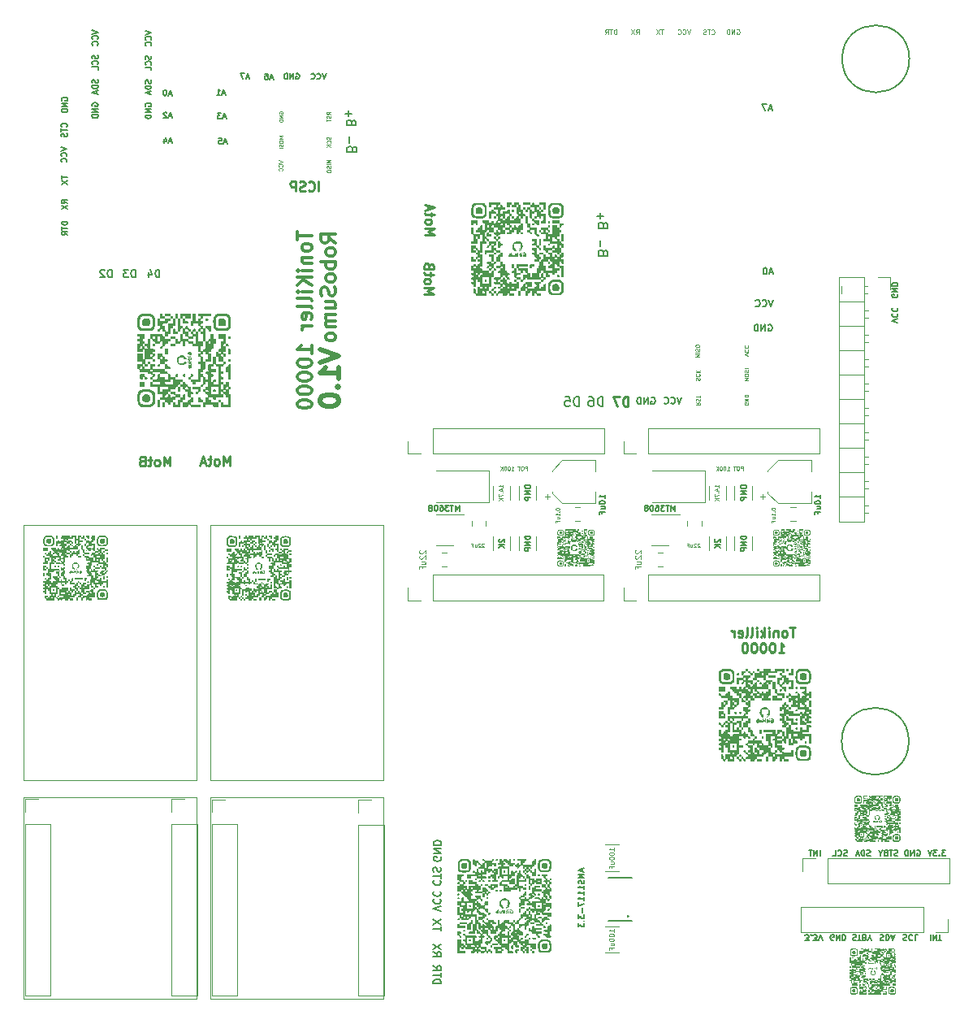
<source format=gbr>
%TF.GenerationSoftware,KiCad,Pcbnew,7.0.8*%
%TF.CreationDate,2024-03-05T23:25:33+02:00*%
%TF.ProjectId,JLC4_RoboChalangeBoards,4a4c4334-5f52-46f6-926f-4368616c616e,rev?*%
%TF.SameCoordinates,Original*%
%TF.FileFunction,Legend,Bot*%
%TF.FilePolarity,Positive*%
%FSLAX46Y46*%
G04 Gerber Fmt 4.6, Leading zero omitted, Abs format (unit mm)*
G04 Created by KiCad (PCBNEW 7.0.8) date 2024-03-05 23:25:33*
%MOMM*%
%LPD*%
G01*
G04 APERTURE LIST*
%ADD10C,0.100000*%
%ADD11C,0.200000*%
%ADD12C,0.150000*%
%ADD13C,0.125000*%
%ADD14C,0.375000*%
%ADD15C,0.175000*%
%ADD16C,0.080000*%
%ADD17C,0.250000*%
%ADD18C,0.500000*%
%ADD19C,0.120000*%
%ADD20C,0.254000*%
G04 APERTURE END LIST*
D10*
X39700000Y-130440000D02*
X57700000Y-130440000D01*
X57700000Y-151440000D01*
X39700000Y-151440000D01*
X39700000Y-130440000D01*
X39700000Y-102074600D02*
X57700000Y-102074600D01*
X57700000Y-128660000D01*
X39700000Y-128660000D01*
X39700000Y-102074600D01*
X59198000Y-102059600D02*
X77198000Y-102059600D01*
X77198000Y-128645000D01*
X59198000Y-128645000D01*
X59198000Y-102059600D01*
D11*
X131975000Y-124635000D02*
G75*
G03*
X131975000Y-124635000I-3500000J0D01*
G01*
D10*
X59187600Y-130496000D02*
X77187600Y-130496000D01*
X77187600Y-151496000D01*
X59187600Y-151496000D01*
X59187600Y-130496000D01*
D11*
X132025000Y-53535000D02*
G75*
G03*
X132025000Y-53535000I-3500000J0D01*
G01*
D12*
X126122969Y-144789800D02*
X126208684Y-144761228D01*
X126208684Y-144761228D02*
X126351541Y-144761228D01*
X126351541Y-144761228D02*
X126408684Y-144789800D01*
X126408684Y-144789800D02*
X126437255Y-144818371D01*
X126437255Y-144818371D02*
X126465826Y-144875514D01*
X126465826Y-144875514D02*
X126465826Y-144932657D01*
X126465826Y-144932657D02*
X126437255Y-144989800D01*
X126437255Y-144989800D02*
X126408684Y-145018371D01*
X126408684Y-145018371D02*
X126351541Y-145046942D01*
X126351541Y-145046942D02*
X126237255Y-145075514D01*
X126237255Y-145075514D02*
X126180112Y-145104085D01*
X126180112Y-145104085D02*
X126151541Y-145132657D01*
X126151541Y-145132657D02*
X126122969Y-145189800D01*
X126122969Y-145189800D02*
X126122969Y-145246942D01*
X126122969Y-145246942D02*
X126151541Y-145304085D01*
X126151541Y-145304085D02*
X126180112Y-145332657D01*
X126180112Y-145332657D02*
X126237255Y-145361228D01*
X126237255Y-145361228D02*
X126380112Y-145361228D01*
X126380112Y-145361228D02*
X126465826Y-145332657D01*
X126637255Y-145361228D02*
X126980113Y-145361228D01*
X126808684Y-144761228D02*
X126808684Y-145361228D01*
X127380113Y-145075514D02*
X127465827Y-145046942D01*
X127465827Y-145046942D02*
X127494398Y-145018371D01*
X127494398Y-145018371D02*
X127522970Y-144961228D01*
X127522970Y-144961228D02*
X127522970Y-144875514D01*
X127522970Y-144875514D02*
X127494398Y-144818371D01*
X127494398Y-144818371D02*
X127465827Y-144789800D01*
X127465827Y-144789800D02*
X127408684Y-144761228D01*
X127408684Y-144761228D02*
X127180113Y-144761228D01*
X127180113Y-144761228D02*
X127180113Y-145361228D01*
X127180113Y-145361228D02*
X127380113Y-145361228D01*
X127380113Y-145361228D02*
X127437256Y-145332657D01*
X127437256Y-145332657D02*
X127465827Y-145304085D01*
X127465827Y-145304085D02*
X127494398Y-145246942D01*
X127494398Y-145246942D02*
X127494398Y-145189800D01*
X127494398Y-145189800D02*
X127465827Y-145132657D01*
X127465827Y-145132657D02*
X127437256Y-145104085D01*
X127437256Y-145104085D02*
X127380113Y-145075514D01*
X127380113Y-145075514D02*
X127180113Y-145075514D01*
X127894398Y-145046942D02*
X127894398Y-144761228D01*
X127694398Y-145361228D02*
X127894398Y-145046942D01*
X127894398Y-145046942D02*
X128094398Y-145361228D01*
D13*
X114048152Y-50491419D02*
X114095771Y-50467609D01*
X114095771Y-50467609D02*
X114167200Y-50467609D01*
X114167200Y-50467609D02*
X114238628Y-50491419D01*
X114238628Y-50491419D02*
X114286247Y-50539038D01*
X114286247Y-50539038D02*
X114310057Y-50586657D01*
X114310057Y-50586657D02*
X114333866Y-50681895D01*
X114333866Y-50681895D02*
X114333866Y-50753323D01*
X114333866Y-50753323D02*
X114310057Y-50848561D01*
X114310057Y-50848561D02*
X114286247Y-50896180D01*
X114286247Y-50896180D02*
X114238628Y-50943800D01*
X114238628Y-50943800D02*
X114167200Y-50967609D01*
X114167200Y-50967609D02*
X114119581Y-50967609D01*
X114119581Y-50967609D02*
X114048152Y-50943800D01*
X114048152Y-50943800D02*
X114024343Y-50919990D01*
X114024343Y-50919990D02*
X114024343Y-50753323D01*
X114024343Y-50753323D02*
X114119581Y-50753323D01*
X113810057Y-50967609D02*
X113810057Y-50467609D01*
X113810057Y-50467609D02*
X113524343Y-50967609D01*
X113524343Y-50967609D02*
X113524343Y-50467609D01*
X113286247Y-50967609D02*
X113286247Y-50467609D01*
X113286247Y-50467609D02*
X113167199Y-50467609D01*
X113167199Y-50467609D02*
X113095771Y-50491419D01*
X113095771Y-50491419D02*
X113048152Y-50539038D01*
X113048152Y-50539038D02*
X113024342Y-50586657D01*
X113024342Y-50586657D02*
X113000533Y-50681895D01*
X113000533Y-50681895D02*
X113000533Y-50753323D01*
X113000533Y-50753323D02*
X113024342Y-50848561D01*
X113024342Y-50848561D02*
X113048152Y-50896180D01*
X113048152Y-50896180D02*
X113095771Y-50943800D01*
X113095771Y-50943800D02*
X113167199Y-50967609D01*
X113167199Y-50967609D02*
X113286247Y-50967609D01*
D12*
X43677092Y-57872857D02*
X43648521Y-57815715D01*
X43648521Y-57815715D02*
X43648521Y-57730000D01*
X43648521Y-57730000D02*
X43677092Y-57644286D01*
X43677092Y-57644286D02*
X43734235Y-57587143D01*
X43734235Y-57587143D02*
X43791378Y-57558572D01*
X43791378Y-57558572D02*
X43905664Y-57530000D01*
X43905664Y-57530000D02*
X43991378Y-57530000D01*
X43991378Y-57530000D02*
X44105664Y-57558572D01*
X44105664Y-57558572D02*
X44162807Y-57587143D01*
X44162807Y-57587143D02*
X44219950Y-57644286D01*
X44219950Y-57644286D02*
X44248521Y-57730000D01*
X44248521Y-57730000D02*
X44248521Y-57787143D01*
X44248521Y-57787143D02*
X44219950Y-57872857D01*
X44219950Y-57872857D02*
X44191378Y-57901429D01*
X44191378Y-57901429D02*
X43991378Y-57901429D01*
X43991378Y-57901429D02*
X43991378Y-57787143D01*
X44248521Y-58158572D02*
X43648521Y-58158572D01*
X43648521Y-58158572D02*
X44248521Y-58501429D01*
X44248521Y-58501429D02*
X43648521Y-58501429D01*
X44248521Y-58787143D02*
X43648521Y-58787143D01*
X43648521Y-58787143D02*
X43648521Y-58930000D01*
X43648521Y-58930000D02*
X43677092Y-59015714D01*
X43677092Y-59015714D02*
X43734235Y-59072857D01*
X43734235Y-59072857D02*
X43791378Y-59101428D01*
X43791378Y-59101428D02*
X43905664Y-59130000D01*
X43905664Y-59130000D02*
X43991378Y-59130000D01*
X43991378Y-59130000D02*
X44105664Y-59101428D01*
X44105664Y-59101428D02*
X44162807Y-59072857D01*
X44162807Y-59072857D02*
X44219950Y-59015714D01*
X44219950Y-59015714D02*
X44248521Y-58930000D01*
X44248521Y-58930000D02*
X44248521Y-58787143D01*
X52427092Y-58485826D02*
X52398521Y-58428684D01*
X52398521Y-58428684D02*
X52398521Y-58342969D01*
X52398521Y-58342969D02*
X52427092Y-58257255D01*
X52427092Y-58257255D02*
X52484235Y-58200112D01*
X52484235Y-58200112D02*
X52541378Y-58171541D01*
X52541378Y-58171541D02*
X52655664Y-58142969D01*
X52655664Y-58142969D02*
X52741378Y-58142969D01*
X52741378Y-58142969D02*
X52855664Y-58171541D01*
X52855664Y-58171541D02*
X52912807Y-58200112D01*
X52912807Y-58200112D02*
X52969950Y-58257255D01*
X52969950Y-58257255D02*
X52998521Y-58342969D01*
X52998521Y-58342969D02*
X52998521Y-58400112D01*
X52998521Y-58400112D02*
X52969950Y-58485826D01*
X52969950Y-58485826D02*
X52941378Y-58514398D01*
X52941378Y-58514398D02*
X52741378Y-58514398D01*
X52741378Y-58514398D02*
X52741378Y-58400112D01*
X52998521Y-58771541D02*
X52398521Y-58771541D01*
X52398521Y-58771541D02*
X52998521Y-59114398D01*
X52998521Y-59114398D02*
X52398521Y-59114398D01*
X52998521Y-59400112D02*
X52398521Y-59400112D01*
X52398521Y-59400112D02*
X52398521Y-59542969D01*
X52398521Y-59542969D02*
X52427092Y-59628683D01*
X52427092Y-59628683D02*
X52484235Y-59685826D01*
X52484235Y-59685826D02*
X52541378Y-59714397D01*
X52541378Y-59714397D02*
X52655664Y-59742969D01*
X52655664Y-59742969D02*
X52741378Y-59742969D01*
X52741378Y-59742969D02*
X52855664Y-59714397D01*
X52855664Y-59714397D02*
X52912807Y-59685826D01*
X52912807Y-59685826D02*
X52969950Y-59628683D01*
X52969950Y-59628683D02*
X52998521Y-59542969D01*
X52998521Y-59542969D02*
X52998521Y-59400112D01*
D14*
X72203178Y-72687142D02*
X71488892Y-72187142D01*
X72203178Y-71829999D02*
X70703178Y-71829999D01*
X70703178Y-71829999D02*
X70703178Y-72401428D01*
X70703178Y-72401428D02*
X70774607Y-72544285D01*
X70774607Y-72544285D02*
X70846035Y-72615714D01*
X70846035Y-72615714D02*
X70988892Y-72687142D01*
X70988892Y-72687142D02*
X71203178Y-72687142D01*
X71203178Y-72687142D02*
X71346035Y-72615714D01*
X71346035Y-72615714D02*
X71417464Y-72544285D01*
X71417464Y-72544285D02*
X71488892Y-72401428D01*
X71488892Y-72401428D02*
X71488892Y-71829999D01*
X72203178Y-73544285D02*
X72131750Y-73401428D01*
X72131750Y-73401428D02*
X72060321Y-73329999D01*
X72060321Y-73329999D02*
X71917464Y-73258571D01*
X71917464Y-73258571D02*
X71488892Y-73258571D01*
X71488892Y-73258571D02*
X71346035Y-73329999D01*
X71346035Y-73329999D02*
X71274607Y-73401428D01*
X71274607Y-73401428D02*
X71203178Y-73544285D01*
X71203178Y-73544285D02*
X71203178Y-73758571D01*
X71203178Y-73758571D02*
X71274607Y-73901428D01*
X71274607Y-73901428D02*
X71346035Y-73972857D01*
X71346035Y-73972857D02*
X71488892Y-74044285D01*
X71488892Y-74044285D02*
X71917464Y-74044285D01*
X71917464Y-74044285D02*
X72060321Y-73972857D01*
X72060321Y-73972857D02*
X72131750Y-73901428D01*
X72131750Y-73901428D02*
X72203178Y-73758571D01*
X72203178Y-73758571D02*
X72203178Y-73544285D01*
X72203178Y-74687142D02*
X70703178Y-74687142D01*
X71274607Y-74687142D02*
X71203178Y-74830000D01*
X71203178Y-74830000D02*
X71203178Y-75115714D01*
X71203178Y-75115714D02*
X71274607Y-75258571D01*
X71274607Y-75258571D02*
X71346035Y-75330000D01*
X71346035Y-75330000D02*
X71488892Y-75401428D01*
X71488892Y-75401428D02*
X71917464Y-75401428D01*
X71917464Y-75401428D02*
X72060321Y-75330000D01*
X72060321Y-75330000D02*
X72131750Y-75258571D01*
X72131750Y-75258571D02*
X72203178Y-75115714D01*
X72203178Y-75115714D02*
X72203178Y-74830000D01*
X72203178Y-74830000D02*
X72131750Y-74687142D01*
X72203178Y-76258571D02*
X72131750Y-76115714D01*
X72131750Y-76115714D02*
X72060321Y-76044285D01*
X72060321Y-76044285D02*
X71917464Y-75972857D01*
X71917464Y-75972857D02*
X71488892Y-75972857D01*
X71488892Y-75972857D02*
X71346035Y-76044285D01*
X71346035Y-76044285D02*
X71274607Y-76115714D01*
X71274607Y-76115714D02*
X71203178Y-76258571D01*
X71203178Y-76258571D02*
X71203178Y-76472857D01*
X71203178Y-76472857D02*
X71274607Y-76615714D01*
X71274607Y-76615714D02*
X71346035Y-76687143D01*
X71346035Y-76687143D02*
X71488892Y-76758571D01*
X71488892Y-76758571D02*
X71917464Y-76758571D01*
X71917464Y-76758571D02*
X72060321Y-76687143D01*
X72060321Y-76687143D02*
X72131750Y-76615714D01*
X72131750Y-76615714D02*
X72203178Y-76472857D01*
X72203178Y-76472857D02*
X72203178Y-76258571D01*
X72131750Y-77330000D02*
X72203178Y-77544286D01*
X72203178Y-77544286D02*
X72203178Y-77901428D01*
X72203178Y-77901428D02*
X72131750Y-78044286D01*
X72131750Y-78044286D02*
X72060321Y-78115714D01*
X72060321Y-78115714D02*
X71917464Y-78187143D01*
X71917464Y-78187143D02*
X71774607Y-78187143D01*
X71774607Y-78187143D02*
X71631750Y-78115714D01*
X71631750Y-78115714D02*
X71560321Y-78044286D01*
X71560321Y-78044286D02*
X71488892Y-77901428D01*
X71488892Y-77901428D02*
X71417464Y-77615714D01*
X71417464Y-77615714D02*
X71346035Y-77472857D01*
X71346035Y-77472857D02*
X71274607Y-77401428D01*
X71274607Y-77401428D02*
X71131750Y-77330000D01*
X71131750Y-77330000D02*
X70988892Y-77330000D01*
X70988892Y-77330000D02*
X70846035Y-77401428D01*
X70846035Y-77401428D02*
X70774607Y-77472857D01*
X70774607Y-77472857D02*
X70703178Y-77615714D01*
X70703178Y-77615714D02*
X70703178Y-77972857D01*
X70703178Y-77972857D02*
X70774607Y-78187143D01*
X71203178Y-79472857D02*
X72203178Y-79472857D01*
X71203178Y-78829999D02*
X71988892Y-78829999D01*
X71988892Y-78829999D02*
X72131750Y-78901428D01*
X72131750Y-78901428D02*
X72203178Y-79044285D01*
X72203178Y-79044285D02*
X72203178Y-79258571D01*
X72203178Y-79258571D02*
X72131750Y-79401428D01*
X72131750Y-79401428D02*
X72060321Y-79472857D01*
X72203178Y-80187142D02*
X71203178Y-80187142D01*
X71346035Y-80187142D02*
X71274607Y-80258571D01*
X71274607Y-80258571D02*
X71203178Y-80401428D01*
X71203178Y-80401428D02*
X71203178Y-80615714D01*
X71203178Y-80615714D02*
X71274607Y-80758571D01*
X71274607Y-80758571D02*
X71417464Y-80830000D01*
X71417464Y-80830000D02*
X72203178Y-80830000D01*
X71417464Y-80830000D02*
X71274607Y-80901428D01*
X71274607Y-80901428D02*
X71203178Y-81044285D01*
X71203178Y-81044285D02*
X71203178Y-81258571D01*
X71203178Y-81258571D02*
X71274607Y-81401428D01*
X71274607Y-81401428D02*
X71417464Y-81472857D01*
X71417464Y-81472857D02*
X72203178Y-81472857D01*
X72203178Y-82401428D02*
X72131750Y-82258571D01*
X72131750Y-82258571D02*
X72060321Y-82187142D01*
X72060321Y-82187142D02*
X71917464Y-82115714D01*
X71917464Y-82115714D02*
X71488892Y-82115714D01*
X71488892Y-82115714D02*
X71346035Y-82187142D01*
X71346035Y-82187142D02*
X71274607Y-82258571D01*
X71274607Y-82258571D02*
X71203178Y-82401428D01*
X71203178Y-82401428D02*
X71203178Y-82615714D01*
X71203178Y-82615714D02*
X71274607Y-82758571D01*
X71274607Y-82758571D02*
X71346035Y-82830000D01*
X71346035Y-82830000D02*
X71488892Y-82901428D01*
X71488892Y-82901428D02*
X71917464Y-82901428D01*
X71917464Y-82901428D02*
X72060321Y-82830000D01*
X72060321Y-82830000D02*
X72131750Y-82758571D01*
X72131750Y-82758571D02*
X72203178Y-82615714D01*
X72203178Y-82615714D02*
X72203178Y-82401428D01*
D12*
X55115780Y-57198342D02*
X54830066Y-57198342D01*
X55172923Y-57369771D02*
X54972923Y-56769771D01*
X54972923Y-56769771D02*
X54772923Y-57369771D01*
X54458637Y-56769771D02*
X54401494Y-56769771D01*
X54401494Y-56769771D02*
X54344351Y-56798342D01*
X54344351Y-56798342D02*
X54315780Y-56826914D01*
X54315780Y-56826914D02*
X54287208Y-56884057D01*
X54287208Y-56884057D02*
X54258637Y-56998342D01*
X54258637Y-56998342D02*
X54258637Y-57141200D01*
X54258637Y-57141200D02*
X54287208Y-57255485D01*
X54287208Y-57255485D02*
X54315780Y-57312628D01*
X54315780Y-57312628D02*
X54344351Y-57341200D01*
X54344351Y-57341200D02*
X54401494Y-57369771D01*
X54401494Y-57369771D02*
X54458637Y-57369771D01*
X54458637Y-57369771D02*
X54515780Y-57341200D01*
X54515780Y-57341200D02*
X54544351Y-57312628D01*
X54544351Y-57312628D02*
X54572922Y-57255485D01*
X54572922Y-57255485D02*
X54601494Y-57141200D01*
X54601494Y-57141200D02*
X54601494Y-56998342D01*
X54601494Y-56998342D02*
X54572922Y-56884057D01*
X54572922Y-56884057D02*
X54544351Y-56826914D01*
X54544351Y-56826914D02*
X54515780Y-56798342D01*
X54515780Y-56798342D02*
X54458637Y-56769771D01*
D11*
X83200304Y-144384523D02*
X83200304Y-143927380D01*
X82400304Y-144155952D02*
X83200304Y-144155952D01*
X83200304Y-143736904D02*
X82400304Y-143203570D01*
X83200304Y-143203570D02*
X82400304Y-143736904D01*
D12*
X130785407Y-78092142D02*
X130813978Y-78149285D01*
X130813978Y-78149285D02*
X130813978Y-78234999D01*
X130813978Y-78234999D02*
X130785407Y-78320713D01*
X130785407Y-78320713D02*
X130728264Y-78377856D01*
X130728264Y-78377856D02*
X130671121Y-78406427D01*
X130671121Y-78406427D02*
X130556835Y-78434999D01*
X130556835Y-78434999D02*
X130471121Y-78434999D01*
X130471121Y-78434999D02*
X130356835Y-78406427D01*
X130356835Y-78406427D02*
X130299692Y-78377856D01*
X130299692Y-78377856D02*
X130242550Y-78320713D01*
X130242550Y-78320713D02*
X130213978Y-78234999D01*
X130213978Y-78234999D02*
X130213978Y-78177856D01*
X130213978Y-78177856D02*
X130242550Y-78092142D01*
X130242550Y-78092142D02*
X130271121Y-78063570D01*
X130271121Y-78063570D02*
X130471121Y-78063570D01*
X130471121Y-78063570D02*
X130471121Y-78177856D01*
X130213978Y-77806427D02*
X130813978Y-77806427D01*
X130813978Y-77806427D02*
X130213978Y-77463570D01*
X130213978Y-77463570D02*
X130813978Y-77463570D01*
X130213978Y-77177856D02*
X130813978Y-77177856D01*
X130813978Y-77177856D02*
X130813978Y-77034999D01*
X130813978Y-77034999D02*
X130785407Y-76949285D01*
X130785407Y-76949285D02*
X130728264Y-76892142D01*
X130728264Y-76892142D02*
X130671121Y-76863571D01*
X130671121Y-76863571D02*
X130556835Y-76834999D01*
X130556835Y-76834999D02*
X130471121Y-76834999D01*
X130471121Y-76834999D02*
X130356835Y-76863571D01*
X130356835Y-76863571D02*
X130299692Y-76892142D01*
X130299692Y-76892142D02*
X130242550Y-76949285D01*
X130242550Y-76949285D02*
X130213978Y-77034999D01*
X130213978Y-77034999D02*
X130213978Y-77177856D01*
X68112923Y-55088342D02*
X68170066Y-55059771D01*
X68170066Y-55059771D02*
X68255780Y-55059771D01*
X68255780Y-55059771D02*
X68341494Y-55088342D01*
X68341494Y-55088342D02*
X68398637Y-55145485D01*
X68398637Y-55145485D02*
X68427208Y-55202628D01*
X68427208Y-55202628D02*
X68455780Y-55316914D01*
X68455780Y-55316914D02*
X68455780Y-55402628D01*
X68455780Y-55402628D02*
X68427208Y-55516914D01*
X68427208Y-55516914D02*
X68398637Y-55574057D01*
X68398637Y-55574057D02*
X68341494Y-55631200D01*
X68341494Y-55631200D02*
X68255780Y-55659771D01*
X68255780Y-55659771D02*
X68198637Y-55659771D01*
X68198637Y-55659771D02*
X68112923Y-55631200D01*
X68112923Y-55631200D02*
X68084351Y-55602628D01*
X68084351Y-55602628D02*
X68084351Y-55402628D01*
X68084351Y-55402628D02*
X68198637Y-55402628D01*
X67827208Y-55659771D02*
X67827208Y-55059771D01*
X67827208Y-55059771D02*
X67484351Y-55659771D01*
X67484351Y-55659771D02*
X67484351Y-55059771D01*
X67198637Y-55659771D02*
X67198637Y-55059771D01*
X67198637Y-55059771D02*
X67055780Y-55059771D01*
X67055780Y-55059771D02*
X66970066Y-55088342D01*
X66970066Y-55088342D02*
X66912923Y-55145485D01*
X66912923Y-55145485D02*
X66884352Y-55202628D01*
X66884352Y-55202628D02*
X66855780Y-55316914D01*
X66855780Y-55316914D02*
X66855780Y-55402628D01*
X66855780Y-55402628D02*
X66884352Y-55516914D01*
X66884352Y-55516914D02*
X66912923Y-55574057D01*
X66912923Y-55574057D02*
X66970066Y-55631200D01*
X66970066Y-55631200D02*
X67055780Y-55659771D01*
X67055780Y-55659771D02*
X67198637Y-55659771D01*
X134231541Y-144761228D02*
X134231541Y-145361228D01*
X134517255Y-144761228D02*
X134517255Y-145361228D01*
X134517255Y-145361228D02*
X134860112Y-144761228D01*
X134860112Y-144761228D02*
X134860112Y-145361228D01*
X135060111Y-145361228D02*
X135402969Y-145361228D01*
X135231540Y-144761228D02*
X135231540Y-145361228D01*
X55125780Y-62148342D02*
X54840066Y-62148342D01*
X55182923Y-62319771D02*
X54982923Y-61719771D01*
X54982923Y-61719771D02*
X54782923Y-62319771D01*
X54325780Y-61919771D02*
X54325780Y-62319771D01*
X54468637Y-61691200D02*
X54611494Y-62119771D01*
X54611494Y-62119771D02*
X54240065Y-62119771D01*
D10*
X66288597Y-64126667D02*
X66688597Y-64260000D01*
X66688597Y-64260000D02*
X66288597Y-64393333D01*
X66650502Y-64755238D02*
X66669550Y-64736190D01*
X66669550Y-64736190D02*
X66688597Y-64679048D01*
X66688597Y-64679048D02*
X66688597Y-64640952D01*
X66688597Y-64640952D02*
X66669550Y-64583809D01*
X66669550Y-64583809D02*
X66631454Y-64545714D01*
X66631454Y-64545714D02*
X66593359Y-64526667D01*
X66593359Y-64526667D02*
X66517169Y-64507619D01*
X66517169Y-64507619D02*
X66460026Y-64507619D01*
X66460026Y-64507619D02*
X66383835Y-64526667D01*
X66383835Y-64526667D02*
X66345740Y-64545714D01*
X66345740Y-64545714D02*
X66307645Y-64583809D01*
X66307645Y-64583809D02*
X66288597Y-64640952D01*
X66288597Y-64640952D02*
X66288597Y-64679048D01*
X66288597Y-64679048D02*
X66307645Y-64736190D01*
X66307645Y-64736190D02*
X66326692Y-64755238D01*
X66650502Y-65155238D02*
X66669550Y-65136190D01*
X66669550Y-65136190D02*
X66688597Y-65079048D01*
X66688597Y-65079048D02*
X66688597Y-65040952D01*
X66688597Y-65040952D02*
X66669550Y-64983809D01*
X66669550Y-64983809D02*
X66631454Y-64945714D01*
X66631454Y-64945714D02*
X66593359Y-64926667D01*
X66593359Y-64926667D02*
X66517169Y-64907619D01*
X66517169Y-64907619D02*
X66460026Y-64907619D01*
X66460026Y-64907619D02*
X66383835Y-64926667D01*
X66383835Y-64926667D02*
X66345740Y-64945714D01*
X66345740Y-64945714D02*
X66307645Y-64983809D01*
X66307645Y-64983809D02*
X66288597Y-65040952D01*
X66288597Y-65040952D02*
X66288597Y-65079048D01*
X66288597Y-65079048D02*
X66307645Y-65136190D01*
X66307645Y-65136190D02*
X66326692Y-65155238D01*
D12*
X43678521Y-65722856D02*
X43678521Y-66065714D01*
X44278521Y-65894285D02*
X43678521Y-65894285D01*
X43678521Y-66208571D02*
X44278521Y-66608571D01*
X43678521Y-66608571D02*
X44278521Y-66208571D01*
D13*
X106385951Y-50454809D02*
X106100237Y-50454809D01*
X106243094Y-50954809D02*
X106243094Y-50454809D01*
X105981190Y-50454809D02*
X105647857Y-50954809D01*
X105647857Y-50454809D02*
X105981190Y-50954809D01*
D12*
X43608521Y-62739999D02*
X44208521Y-62939999D01*
X44208521Y-62939999D02*
X43608521Y-63139999D01*
X44151378Y-63682857D02*
X44179950Y-63654285D01*
X44179950Y-63654285D02*
X44208521Y-63568571D01*
X44208521Y-63568571D02*
X44208521Y-63511428D01*
X44208521Y-63511428D02*
X44179950Y-63425714D01*
X44179950Y-63425714D02*
X44122807Y-63368571D01*
X44122807Y-63368571D02*
X44065664Y-63340000D01*
X44065664Y-63340000D02*
X43951378Y-63311428D01*
X43951378Y-63311428D02*
X43865664Y-63311428D01*
X43865664Y-63311428D02*
X43751378Y-63340000D01*
X43751378Y-63340000D02*
X43694235Y-63368571D01*
X43694235Y-63368571D02*
X43637092Y-63425714D01*
X43637092Y-63425714D02*
X43608521Y-63511428D01*
X43608521Y-63511428D02*
X43608521Y-63568571D01*
X43608521Y-63568571D02*
X43637092Y-63654285D01*
X43637092Y-63654285D02*
X43665664Y-63682857D01*
X44151378Y-64282857D02*
X44179950Y-64254285D01*
X44179950Y-64254285D02*
X44208521Y-64168571D01*
X44208521Y-64168571D02*
X44208521Y-64111428D01*
X44208521Y-64111428D02*
X44179950Y-64025714D01*
X44179950Y-64025714D02*
X44122807Y-63968571D01*
X44122807Y-63968571D02*
X44065664Y-63940000D01*
X44065664Y-63940000D02*
X43951378Y-63911428D01*
X43951378Y-63911428D02*
X43865664Y-63911428D01*
X43865664Y-63911428D02*
X43751378Y-63940000D01*
X43751378Y-63940000D02*
X43694235Y-63968571D01*
X43694235Y-63968571D02*
X43637092Y-64025714D01*
X43637092Y-64025714D02*
X43608521Y-64111428D01*
X43608521Y-64111428D02*
X43608521Y-64168571D01*
X43608521Y-64168571D02*
X43637092Y-64254285D01*
X43637092Y-64254285D02*
X43665664Y-64282857D01*
D15*
X117787199Y-75777533D02*
X117453866Y-75777533D01*
X117853866Y-75977533D02*
X117620533Y-75277533D01*
X117620533Y-75277533D02*
X117387199Y-75977533D01*
X117020533Y-75277533D02*
X116953866Y-75277533D01*
X116953866Y-75277533D02*
X116887199Y-75310866D01*
X116887199Y-75310866D02*
X116853866Y-75344200D01*
X116853866Y-75344200D02*
X116820533Y-75410866D01*
X116820533Y-75410866D02*
X116787199Y-75544200D01*
X116787199Y-75544200D02*
X116787199Y-75710866D01*
X116787199Y-75710866D02*
X116820533Y-75844200D01*
X116820533Y-75844200D02*
X116853866Y-75910866D01*
X116853866Y-75910866D02*
X116887199Y-75944200D01*
X116887199Y-75944200D02*
X116953866Y-75977533D01*
X116953866Y-75977533D02*
X117020533Y-75977533D01*
X117020533Y-75977533D02*
X117087199Y-75944200D01*
X117087199Y-75944200D02*
X117120533Y-75910866D01*
X117120533Y-75910866D02*
X117153866Y-75844200D01*
X117153866Y-75844200D02*
X117187199Y-75710866D01*
X117187199Y-75710866D02*
X117187199Y-75544200D01*
X117187199Y-75544200D02*
X117153866Y-75410866D01*
X117153866Y-75410866D02*
X117120533Y-75344200D01*
X117120533Y-75344200D02*
X117087199Y-75310866D01*
X117087199Y-75310866D02*
X117020533Y-75277533D01*
D10*
X109807352Y-89321847D02*
X109997828Y-89455180D01*
X109807352Y-89550418D02*
X110207352Y-89550418D01*
X110207352Y-89550418D02*
X110207352Y-89398037D01*
X110207352Y-89398037D02*
X110188304Y-89359942D01*
X110188304Y-89359942D02*
X110169257Y-89340895D01*
X110169257Y-89340895D02*
X110131161Y-89321847D01*
X110131161Y-89321847D02*
X110074019Y-89321847D01*
X110074019Y-89321847D02*
X110035923Y-89340895D01*
X110035923Y-89340895D02*
X110016876Y-89359942D01*
X110016876Y-89359942D02*
X109997828Y-89398037D01*
X109997828Y-89398037D02*
X109997828Y-89550418D01*
X109826400Y-89169466D02*
X109807352Y-89112323D01*
X109807352Y-89112323D02*
X109807352Y-89017085D01*
X109807352Y-89017085D02*
X109826400Y-88978990D01*
X109826400Y-88978990D02*
X109845447Y-88959942D01*
X109845447Y-88959942D02*
X109883542Y-88940895D01*
X109883542Y-88940895D02*
X109921638Y-88940895D01*
X109921638Y-88940895D02*
X109959733Y-88959942D01*
X109959733Y-88959942D02*
X109978780Y-88978990D01*
X109978780Y-88978990D02*
X109997828Y-89017085D01*
X109997828Y-89017085D02*
X110016876Y-89093276D01*
X110016876Y-89093276D02*
X110035923Y-89131371D01*
X110035923Y-89131371D02*
X110054971Y-89150418D01*
X110054971Y-89150418D02*
X110093066Y-89169466D01*
X110093066Y-89169466D02*
X110131161Y-89169466D01*
X110131161Y-89169466D02*
X110169257Y-89150418D01*
X110169257Y-89150418D02*
X110188304Y-89131371D01*
X110188304Y-89131371D02*
X110207352Y-89093276D01*
X110207352Y-89093276D02*
X110207352Y-88998037D01*
X110207352Y-88998037D02*
X110188304Y-88940895D01*
X110207352Y-88826609D02*
X110207352Y-88598038D01*
X109807352Y-88712324D02*
X110207352Y-88712324D01*
D15*
X117707199Y-58747533D02*
X117373866Y-58747533D01*
X117773866Y-58947533D02*
X117540533Y-58247533D01*
X117540533Y-58247533D02*
X117307199Y-58947533D01*
X117140533Y-58247533D02*
X116673866Y-58247533D01*
X116673866Y-58247533D02*
X116973866Y-58947533D01*
D13*
X103540533Y-50987609D02*
X103707199Y-50749514D01*
X103826247Y-50987609D02*
X103826247Y-50487609D01*
X103826247Y-50487609D02*
X103635771Y-50487609D01*
X103635771Y-50487609D02*
X103588152Y-50511419D01*
X103588152Y-50511419D02*
X103564342Y-50535228D01*
X103564342Y-50535228D02*
X103540533Y-50582847D01*
X103540533Y-50582847D02*
X103540533Y-50654276D01*
X103540533Y-50654276D02*
X103564342Y-50701895D01*
X103564342Y-50701895D02*
X103588152Y-50725704D01*
X103588152Y-50725704D02*
X103635771Y-50749514D01*
X103635771Y-50749514D02*
X103826247Y-50749514D01*
X103373866Y-50487609D02*
X103040533Y-50987609D01*
X103040533Y-50487609D02*
X103373866Y-50987609D01*
D12*
X46867092Y-58445826D02*
X46838521Y-58388684D01*
X46838521Y-58388684D02*
X46838521Y-58302969D01*
X46838521Y-58302969D02*
X46867092Y-58217255D01*
X46867092Y-58217255D02*
X46924235Y-58160112D01*
X46924235Y-58160112D02*
X46981378Y-58131541D01*
X46981378Y-58131541D02*
X47095664Y-58102969D01*
X47095664Y-58102969D02*
X47181378Y-58102969D01*
X47181378Y-58102969D02*
X47295664Y-58131541D01*
X47295664Y-58131541D02*
X47352807Y-58160112D01*
X47352807Y-58160112D02*
X47409950Y-58217255D01*
X47409950Y-58217255D02*
X47438521Y-58302969D01*
X47438521Y-58302969D02*
X47438521Y-58360112D01*
X47438521Y-58360112D02*
X47409950Y-58445826D01*
X47409950Y-58445826D02*
X47381378Y-58474398D01*
X47381378Y-58474398D02*
X47181378Y-58474398D01*
X47181378Y-58474398D02*
X47181378Y-58360112D01*
X47438521Y-58731541D02*
X46838521Y-58731541D01*
X46838521Y-58731541D02*
X47438521Y-59074398D01*
X47438521Y-59074398D02*
X46838521Y-59074398D01*
X47438521Y-59360112D02*
X46838521Y-59360112D01*
X46838521Y-59360112D02*
X46838521Y-59502969D01*
X46838521Y-59502969D02*
X46867092Y-59588683D01*
X46867092Y-59588683D02*
X46924235Y-59645826D01*
X46924235Y-59645826D02*
X46981378Y-59674397D01*
X46981378Y-59674397D02*
X47095664Y-59702969D01*
X47095664Y-59702969D02*
X47181378Y-59702969D01*
X47181378Y-59702969D02*
X47295664Y-59674397D01*
X47295664Y-59674397D02*
X47352807Y-59645826D01*
X47352807Y-59645826D02*
X47409950Y-59588683D01*
X47409950Y-59588683D02*
X47438521Y-59502969D01*
X47438521Y-59502969D02*
X47438521Y-59360112D01*
D16*
X114668130Y-96386887D02*
X114668130Y-95986887D01*
X114668130Y-95986887D02*
X114515749Y-95986887D01*
X114515749Y-95986887D02*
X114477654Y-96005935D01*
X114477654Y-96005935D02*
X114458607Y-96024982D01*
X114458607Y-96024982D02*
X114439559Y-96063078D01*
X114439559Y-96063078D02*
X114439559Y-96120220D01*
X114439559Y-96120220D02*
X114458607Y-96158316D01*
X114458607Y-96158316D02*
X114477654Y-96177363D01*
X114477654Y-96177363D02*
X114515749Y-96196411D01*
X114515749Y-96196411D02*
X114668130Y-96196411D01*
X114191940Y-95986887D02*
X114115749Y-95986887D01*
X114115749Y-95986887D02*
X114077654Y-96005935D01*
X114077654Y-96005935D02*
X114039559Y-96044030D01*
X114039559Y-96044030D02*
X114020511Y-96120220D01*
X114020511Y-96120220D02*
X114020511Y-96253554D01*
X114020511Y-96253554D02*
X114039559Y-96329744D01*
X114039559Y-96329744D02*
X114077654Y-96367840D01*
X114077654Y-96367840D02*
X114115749Y-96386887D01*
X114115749Y-96386887D02*
X114191940Y-96386887D01*
X114191940Y-96386887D02*
X114230035Y-96367840D01*
X114230035Y-96367840D02*
X114268130Y-96329744D01*
X114268130Y-96329744D02*
X114287178Y-96253554D01*
X114287178Y-96253554D02*
X114287178Y-96120220D01*
X114287178Y-96120220D02*
X114268130Y-96044030D01*
X114268130Y-96044030D02*
X114230035Y-96005935D01*
X114230035Y-96005935D02*
X114191940Y-95986887D01*
X113906225Y-95986887D02*
X113677654Y-95986887D01*
X113791940Y-96386887D02*
X113791940Y-95986887D01*
X113030035Y-96386887D02*
X113258606Y-96386887D01*
X113144320Y-96386887D02*
X113144320Y-95986887D01*
X113144320Y-95986887D02*
X113182416Y-96044030D01*
X113182416Y-96044030D02*
X113220511Y-96082125D01*
X113220511Y-96082125D02*
X113258606Y-96101173D01*
X112782416Y-95986887D02*
X112744321Y-95986887D01*
X112744321Y-95986887D02*
X112706225Y-96005935D01*
X112706225Y-96005935D02*
X112687178Y-96024982D01*
X112687178Y-96024982D02*
X112668130Y-96063078D01*
X112668130Y-96063078D02*
X112649083Y-96139268D01*
X112649083Y-96139268D02*
X112649083Y-96234506D01*
X112649083Y-96234506D02*
X112668130Y-96310697D01*
X112668130Y-96310697D02*
X112687178Y-96348792D01*
X112687178Y-96348792D02*
X112706225Y-96367840D01*
X112706225Y-96367840D02*
X112744321Y-96386887D01*
X112744321Y-96386887D02*
X112782416Y-96386887D01*
X112782416Y-96386887D02*
X112820511Y-96367840D01*
X112820511Y-96367840D02*
X112839559Y-96348792D01*
X112839559Y-96348792D02*
X112858606Y-96310697D01*
X112858606Y-96310697D02*
X112877654Y-96234506D01*
X112877654Y-96234506D02*
X112877654Y-96139268D01*
X112877654Y-96139268D02*
X112858606Y-96063078D01*
X112858606Y-96063078D02*
X112839559Y-96024982D01*
X112839559Y-96024982D02*
X112820511Y-96005935D01*
X112820511Y-96005935D02*
X112782416Y-95986887D01*
X112401464Y-95986887D02*
X112363369Y-95986887D01*
X112363369Y-95986887D02*
X112325273Y-96005935D01*
X112325273Y-96005935D02*
X112306226Y-96024982D01*
X112306226Y-96024982D02*
X112287178Y-96063078D01*
X112287178Y-96063078D02*
X112268131Y-96139268D01*
X112268131Y-96139268D02*
X112268131Y-96234506D01*
X112268131Y-96234506D02*
X112287178Y-96310697D01*
X112287178Y-96310697D02*
X112306226Y-96348792D01*
X112306226Y-96348792D02*
X112325273Y-96367840D01*
X112325273Y-96367840D02*
X112363369Y-96386887D01*
X112363369Y-96386887D02*
X112401464Y-96386887D01*
X112401464Y-96386887D02*
X112439559Y-96367840D01*
X112439559Y-96367840D02*
X112458607Y-96348792D01*
X112458607Y-96348792D02*
X112477654Y-96310697D01*
X112477654Y-96310697D02*
X112496702Y-96234506D01*
X112496702Y-96234506D02*
X112496702Y-96139268D01*
X112496702Y-96139268D02*
X112477654Y-96063078D01*
X112477654Y-96063078D02*
X112458607Y-96024982D01*
X112458607Y-96024982D02*
X112439559Y-96005935D01*
X112439559Y-96005935D02*
X112401464Y-95986887D01*
X112096702Y-96386887D02*
X112096702Y-95986887D01*
X111868131Y-96386887D02*
X112039560Y-96158316D01*
X111868131Y-95986887D02*
X112096702Y-96215459D01*
D15*
X108280533Y-88767533D02*
X108047200Y-89467533D01*
X108047200Y-89467533D02*
X107813866Y-88767533D01*
X107180533Y-89400866D02*
X107213866Y-89434200D01*
X107213866Y-89434200D02*
X107313866Y-89467533D01*
X107313866Y-89467533D02*
X107380533Y-89467533D01*
X107380533Y-89467533D02*
X107480533Y-89434200D01*
X107480533Y-89434200D02*
X107547200Y-89367533D01*
X107547200Y-89367533D02*
X107580533Y-89300866D01*
X107580533Y-89300866D02*
X107613866Y-89167533D01*
X107613866Y-89167533D02*
X107613866Y-89067533D01*
X107613866Y-89067533D02*
X107580533Y-88934200D01*
X107580533Y-88934200D02*
X107547200Y-88867533D01*
X107547200Y-88867533D02*
X107480533Y-88800866D01*
X107480533Y-88800866D02*
X107380533Y-88767533D01*
X107380533Y-88767533D02*
X107313866Y-88767533D01*
X107313866Y-88767533D02*
X107213866Y-88800866D01*
X107213866Y-88800866D02*
X107180533Y-88834200D01*
X106480533Y-89400866D02*
X106513866Y-89434200D01*
X106513866Y-89434200D02*
X106613866Y-89467533D01*
X106613866Y-89467533D02*
X106680533Y-89467533D01*
X106680533Y-89467533D02*
X106780533Y-89434200D01*
X106780533Y-89434200D02*
X106847200Y-89367533D01*
X106847200Y-89367533D02*
X106880533Y-89300866D01*
X106880533Y-89300866D02*
X106913866Y-89167533D01*
X106913866Y-89167533D02*
X106913866Y-89067533D01*
X106913866Y-89067533D02*
X106880533Y-88934200D01*
X106880533Y-88934200D02*
X106847200Y-88867533D01*
X106847200Y-88867533D02*
X106780533Y-88800866D01*
X106780533Y-88800866D02*
X106680533Y-88767533D01*
X106680533Y-88767533D02*
X106613866Y-88767533D01*
X106613866Y-88767533D02*
X106513866Y-88800866D01*
X106513866Y-88800866D02*
X106480533Y-88834200D01*
D11*
X82476495Y-139133094D02*
X82438400Y-139171190D01*
X82438400Y-139171190D02*
X82400304Y-139285475D01*
X82400304Y-139285475D02*
X82400304Y-139361666D01*
X82400304Y-139361666D02*
X82438400Y-139475952D01*
X82438400Y-139475952D02*
X82514590Y-139552142D01*
X82514590Y-139552142D02*
X82590780Y-139590237D01*
X82590780Y-139590237D02*
X82743161Y-139628333D01*
X82743161Y-139628333D02*
X82857447Y-139628333D01*
X82857447Y-139628333D02*
X83009828Y-139590237D01*
X83009828Y-139590237D02*
X83086019Y-139552142D01*
X83086019Y-139552142D02*
X83162209Y-139475952D01*
X83162209Y-139475952D02*
X83200304Y-139361666D01*
X83200304Y-139361666D02*
X83200304Y-139285475D01*
X83200304Y-139285475D02*
X83162209Y-139171190D01*
X83162209Y-139171190D02*
X83124114Y-139133094D01*
X83200304Y-138904523D02*
X83200304Y-138447380D01*
X82400304Y-138675952D02*
X83200304Y-138675952D01*
X82438400Y-138218809D02*
X82400304Y-138104523D01*
X82400304Y-138104523D02*
X82400304Y-137914047D01*
X82400304Y-137914047D02*
X82438400Y-137837856D01*
X82438400Y-137837856D02*
X82476495Y-137799761D01*
X82476495Y-137799761D02*
X82552685Y-137761666D01*
X82552685Y-137761666D02*
X82628876Y-137761666D01*
X82628876Y-137761666D02*
X82705066Y-137799761D01*
X82705066Y-137799761D02*
X82743161Y-137837856D01*
X82743161Y-137837856D02*
X82781257Y-137914047D01*
X82781257Y-137914047D02*
X82819352Y-138066428D01*
X82819352Y-138066428D02*
X82857447Y-138142618D01*
X82857447Y-138142618D02*
X82895542Y-138180713D01*
X82895542Y-138180713D02*
X82971733Y-138218809D01*
X82971733Y-138218809D02*
X83047923Y-138218809D01*
X83047923Y-138218809D02*
X83124114Y-138180713D01*
X83124114Y-138180713D02*
X83162209Y-138142618D01*
X83162209Y-138142618D02*
X83200304Y-138066428D01*
X83200304Y-138066428D02*
X83200304Y-137875951D01*
X83200304Y-137875951D02*
X83162209Y-137761666D01*
D15*
X105120532Y-88850866D02*
X105187199Y-88817533D01*
X105187199Y-88817533D02*
X105287199Y-88817533D01*
X105287199Y-88817533D02*
X105387199Y-88850866D01*
X105387199Y-88850866D02*
X105453866Y-88917533D01*
X105453866Y-88917533D02*
X105487199Y-88984200D01*
X105487199Y-88984200D02*
X105520532Y-89117533D01*
X105520532Y-89117533D02*
X105520532Y-89217533D01*
X105520532Y-89217533D02*
X105487199Y-89350866D01*
X105487199Y-89350866D02*
X105453866Y-89417533D01*
X105453866Y-89417533D02*
X105387199Y-89484200D01*
X105387199Y-89484200D02*
X105287199Y-89517533D01*
X105287199Y-89517533D02*
X105220532Y-89517533D01*
X105220532Y-89517533D02*
X105120532Y-89484200D01*
X105120532Y-89484200D02*
X105087199Y-89450866D01*
X105087199Y-89450866D02*
X105087199Y-89217533D01*
X105087199Y-89217533D02*
X105220532Y-89217533D01*
X104787199Y-89517533D02*
X104787199Y-88817533D01*
X104787199Y-88817533D02*
X104387199Y-89517533D01*
X104387199Y-89517533D02*
X104387199Y-88817533D01*
X104053866Y-89517533D02*
X104053866Y-88817533D01*
X104053866Y-88817533D02*
X103887199Y-88817533D01*
X103887199Y-88817533D02*
X103787199Y-88850866D01*
X103787199Y-88850866D02*
X103720533Y-88917533D01*
X103720533Y-88917533D02*
X103687199Y-88984200D01*
X103687199Y-88984200D02*
X103653866Y-89117533D01*
X103653866Y-89117533D02*
X103653866Y-89217533D01*
X103653866Y-89217533D02*
X103687199Y-89350866D01*
X103687199Y-89350866D02*
X103720533Y-89417533D01*
X103720533Y-89417533D02*
X103787199Y-89484200D01*
X103787199Y-89484200D02*
X103887199Y-89517533D01*
X103887199Y-89517533D02*
X104053866Y-89517533D01*
D17*
X120113333Y-112784619D02*
X119541905Y-112784619D01*
X119827619Y-113784619D02*
X119827619Y-112784619D01*
X119065714Y-113784619D02*
X119160952Y-113737000D01*
X119160952Y-113737000D02*
X119208571Y-113689380D01*
X119208571Y-113689380D02*
X119256190Y-113594142D01*
X119256190Y-113594142D02*
X119256190Y-113308428D01*
X119256190Y-113308428D02*
X119208571Y-113213190D01*
X119208571Y-113213190D02*
X119160952Y-113165571D01*
X119160952Y-113165571D02*
X119065714Y-113117952D01*
X119065714Y-113117952D02*
X118922857Y-113117952D01*
X118922857Y-113117952D02*
X118827619Y-113165571D01*
X118827619Y-113165571D02*
X118780000Y-113213190D01*
X118780000Y-113213190D02*
X118732381Y-113308428D01*
X118732381Y-113308428D02*
X118732381Y-113594142D01*
X118732381Y-113594142D02*
X118780000Y-113689380D01*
X118780000Y-113689380D02*
X118827619Y-113737000D01*
X118827619Y-113737000D02*
X118922857Y-113784619D01*
X118922857Y-113784619D02*
X119065714Y-113784619D01*
X118303809Y-113117952D02*
X118303809Y-113784619D01*
X118303809Y-113213190D02*
X118256190Y-113165571D01*
X118256190Y-113165571D02*
X118160952Y-113117952D01*
X118160952Y-113117952D02*
X118018095Y-113117952D01*
X118018095Y-113117952D02*
X117922857Y-113165571D01*
X117922857Y-113165571D02*
X117875238Y-113260809D01*
X117875238Y-113260809D02*
X117875238Y-113784619D01*
X117399047Y-113784619D02*
X117399047Y-113117952D01*
X117399047Y-112784619D02*
X117446666Y-112832238D01*
X117446666Y-112832238D02*
X117399047Y-112879857D01*
X117399047Y-112879857D02*
X117351428Y-112832238D01*
X117351428Y-112832238D02*
X117399047Y-112784619D01*
X117399047Y-112784619D02*
X117399047Y-112879857D01*
X116922857Y-113784619D02*
X116922857Y-112784619D01*
X116827619Y-113403666D02*
X116541905Y-113784619D01*
X116541905Y-113117952D02*
X116922857Y-113498904D01*
X116113333Y-113784619D02*
X116113333Y-113117952D01*
X116113333Y-112784619D02*
X116160952Y-112832238D01*
X116160952Y-112832238D02*
X116113333Y-112879857D01*
X116113333Y-112879857D02*
X116065714Y-112832238D01*
X116065714Y-112832238D02*
X116113333Y-112784619D01*
X116113333Y-112784619D02*
X116113333Y-112879857D01*
X115494286Y-113784619D02*
X115589524Y-113737000D01*
X115589524Y-113737000D02*
X115637143Y-113641761D01*
X115637143Y-113641761D02*
X115637143Y-112784619D01*
X114970476Y-113784619D02*
X115065714Y-113737000D01*
X115065714Y-113737000D02*
X115113333Y-113641761D01*
X115113333Y-113641761D02*
X115113333Y-112784619D01*
X114208571Y-113737000D02*
X114303809Y-113784619D01*
X114303809Y-113784619D02*
X114494285Y-113784619D01*
X114494285Y-113784619D02*
X114589523Y-113737000D01*
X114589523Y-113737000D02*
X114637142Y-113641761D01*
X114637142Y-113641761D02*
X114637142Y-113260809D01*
X114637142Y-113260809D02*
X114589523Y-113165571D01*
X114589523Y-113165571D02*
X114494285Y-113117952D01*
X114494285Y-113117952D02*
X114303809Y-113117952D01*
X114303809Y-113117952D02*
X114208571Y-113165571D01*
X114208571Y-113165571D02*
X114160952Y-113260809D01*
X114160952Y-113260809D02*
X114160952Y-113356047D01*
X114160952Y-113356047D02*
X114637142Y-113451285D01*
X113732380Y-113784619D02*
X113732380Y-113117952D01*
X113732380Y-113308428D02*
X113684761Y-113213190D01*
X113684761Y-113213190D02*
X113637142Y-113165571D01*
X113637142Y-113165571D02*
X113541904Y-113117952D01*
X113541904Y-113117952D02*
X113446666Y-113117952D01*
X118399047Y-115394619D02*
X118970475Y-115394619D01*
X118684761Y-115394619D02*
X118684761Y-114394619D01*
X118684761Y-114394619D02*
X118779999Y-114537476D01*
X118779999Y-114537476D02*
X118875237Y-114632714D01*
X118875237Y-114632714D02*
X118970475Y-114680333D01*
X117779999Y-114394619D02*
X117684761Y-114394619D01*
X117684761Y-114394619D02*
X117589523Y-114442238D01*
X117589523Y-114442238D02*
X117541904Y-114489857D01*
X117541904Y-114489857D02*
X117494285Y-114585095D01*
X117494285Y-114585095D02*
X117446666Y-114775571D01*
X117446666Y-114775571D02*
X117446666Y-115013666D01*
X117446666Y-115013666D02*
X117494285Y-115204142D01*
X117494285Y-115204142D02*
X117541904Y-115299380D01*
X117541904Y-115299380D02*
X117589523Y-115347000D01*
X117589523Y-115347000D02*
X117684761Y-115394619D01*
X117684761Y-115394619D02*
X117779999Y-115394619D01*
X117779999Y-115394619D02*
X117875237Y-115347000D01*
X117875237Y-115347000D02*
X117922856Y-115299380D01*
X117922856Y-115299380D02*
X117970475Y-115204142D01*
X117970475Y-115204142D02*
X118018094Y-115013666D01*
X118018094Y-115013666D02*
X118018094Y-114775571D01*
X118018094Y-114775571D02*
X117970475Y-114585095D01*
X117970475Y-114585095D02*
X117922856Y-114489857D01*
X117922856Y-114489857D02*
X117875237Y-114442238D01*
X117875237Y-114442238D02*
X117779999Y-114394619D01*
X116827618Y-114394619D02*
X116732380Y-114394619D01*
X116732380Y-114394619D02*
X116637142Y-114442238D01*
X116637142Y-114442238D02*
X116589523Y-114489857D01*
X116589523Y-114489857D02*
X116541904Y-114585095D01*
X116541904Y-114585095D02*
X116494285Y-114775571D01*
X116494285Y-114775571D02*
X116494285Y-115013666D01*
X116494285Y-115013666D02*
X116541904Y-115204142D01*
X116541904Y-115204142D02*
X116589523Y-115299380D01*
X116589523Y-115299380D02*
X116637142Y-115347000D01*
X116637142Y-115347000D02*
X116732380Y-115394619D01*
X116732380Y-115394619D02*
X116827618Y-115394619D01*
X116827618Y-115394619D02*
X116922856Y-115347000D01*
X116922856Y-115347000D02*
X116970475Y-115299380D01*
X116970475Y-115299380D02*
X117018094Y-115204142D01*
X117018094Y-115204142D02*
X117065713Y-115013666D01*
X117065713Y-115013666D02*
X117065713Y-114775571D01*
X117065713Y-114775571D02*
X117018094Y-114585095D01*
X117018094Y-114585095D02*
X116970475Y-114489857D01*
X116970475Y-114489857D02*
X116922856Y-114442238D01*
X116922856Y-114442238D02*
X116827618Y-114394619D01*
X115875237Y-114394619D02*
X115779999Y-114394619D01*
X115779999Y-114394619D02*
X115684761Y-114442238D01*
X115684761Y-114442238D02*
X115637142Y-114489857D01*
X115637142Y-114489857D02*
X115589523Y-114585095D01*
X115589523Y-114585095D02*
X115541904Y-114775571D01*
X115541904Y-114775571D02*
X115541904Y-115013666D01*
X115541904Y-115013666D02*
X115589523Y-115204142D01*
X115589523Y-115204142D02*
X115637142Y-115299380D01*
X115637142Y-115299380D02*
X115684761Y-115347000D01*
X115684761Y-115347000D02*
X115779999Y-115394619D01*
X115779999Y-115394619D02*
X115875237Y-115394619D01*
X115875237Y-115394619D02*
X115970475Y-115347000D01*
X115970475Y-115347000D02*
X116018094Y-115299380D01*
X116018094Y-115299380D02*
X116065713Y-115204142D01*
X116065713Y-115204142D02*
X116113332Y-115013666D01*
X116113332Y-115013666D02*
X116113332Y-114775571D01*
X116113332Y-114775571D02*
X116065713Y-114585095D01*
X116065713Y-114585095D02*
X116018094Y-114489857D01*
X116018094Y-114489857D02*
X115970475Y-114442238D01*
X115970475Y-114442238D02*
X115875237Y-114394619D01*
X114922856Y-114394619D02*
X114827618Y-114394619D01*
X114827618Y-114394619D02*
X114732380Y-114442238D01*
X114732380Y-114442238D02*
X114684761Y-114489857D01*
X114684761Y-114489857D02*
X114637142Y-114585095D01*
X114637142Y-114585095D02*
X114589523Y-114775571D01*
X114589523Y-114775571D02*
X114589523Y-115013666D01*
X114589523Y-115013666D02*
X114637142Y-115204142D01*
X114637142Y-115204142D02*
X114684761Y-115299380D01*
X114684761Y-115299380D02*
X114732380Y-115347000D01*
X114732380Y-115347000D02*
X114827618Y-115394619D01*
X114827618Y-115394619D02*
X114922856Y-115394619D01*
X114922856Y-115394619D02*
X115018094Y-115347000D01*
X115018094Y-115347000D02*
X115065713Y-115299380D01*
X115065713Y-115299380D02*
X115113332Y-115204142D01*
X115113332Y-115204142D02*
X115160951Y-115013666D01*
X115160951Y-115013666D02*
X115160951Y-114775571D01*
X115160951Y-114775571D02*
X115113332Y-114585095D01*
X115113332Y-114585095D02*
X115065713Y-114489857D01*
X115065713Y-114489857D02*
X115018094Y-114442238D01*
X115018094Y-114442238D02*
X114922856Y-114394619D01*
D12*
X63195780Y-55468342D02*
X62910066Y-55468342D01*
X63252923Y-55639771D02*
X63052923Y-55039771D01*
X63052923Y-55039771D02*
X62852923Y-55639771D01*
X62710065Y-55039771D02*
X62310065Y-55039771D01*
X62310065Y-55039771D02*
X62567208Y-55639771D01*
X130813978Y-81010000D02*
X130213978Y-80810000D01*
X130213978Y-80810000D02*
X130813978Y-80610000D01*
X130271121Y-80067142D02*
X130242550Y-80095714D01*
X130242550Y-80095714D02*
X130213978Y-80181428D01*
X130213978Y-80181428D02*
X130213978Y-80238571D01*
X130213978Y-80238571D02*
X130242550Y-80324285D01*
X130242550Y-80324285D02*
X130299692Y-80381428D01*
X130299692Y-80381428D02*
X130356835Y-80409999D01*
X130356835Y-80409999D02*
X130471121Y-80438571D01*
X130471121Y-80438571D02*
X130556835Y-80438571D01*
X130556835Y-80438571D02*
X130671121Y-80409999D01*
X130671121Y-80409999D02*
X130728264Y-80381428D01*
X130728264Y-80381428D02*
X130785407Y-80324285D01*
X130785407Y-80324285D02*
X130813978Y-80238571D01*
X130813978Y-80238571D02*
X130813978Y-80181428D01*
X130813978Y-80181428D02*
X130785407Y-80095714D01*
X130785407Y-80095714D02*
X130756835Y-80067142D01*
X130271121Y-79467142D02*
X130242550Y-79495714D01*
X130242550Y-79495714D02*
X130213978Y-79581428D01*
X130213978Y-79581428D02*
X130213978Y-79638571D01*
X130213978Y-79638571D02*
X130242550Y-79724285D01*
X130242550Y-79724285D02*
X130299692Y-79781428D01*
X130299692Y-79781428D02*
X130356835Y-79809999D01*
X130356835Y-79809999D02*
X130471121Y-79838571D01*
X130471121Y-79838571D02*
X130556835Y-79838571D01*
X130556835Y-79838571D02*
X130671121Y-79809999D01*
X130671121Y-79809999D02*
X130728264Y-79781428D01*
X130728264Y-79781428D02*
X130785407Y-79724285D01*
X130785407Y-79724285D02*
X130813978Y-79638571D01*
X130813978Y-79638571D02*
X130813978Y-79581428D01*
X130813978Y-79581428D02*
X130785407Y-79495714D01*
X130785407Y-79495714D02*
X130756835Y-79467142D01*
D11*
X82400304Y-149889285D02*
X83200304Y-149889285D01*
X83200304Y-149889285D02*
X83200304Y-149698809D01*
X83200304Y-149698809D02*
X83162209Y-149584523D01*
X83162209Y-149584523D02*
X83086019Y-149508333D01*
X83086019Y-149508333D02*
X83009828Y-149470238D01*
X83009828Y-149470238D02*
X82857447Y-149432142D01*
X82857447Y-149432142D02*
X82743161Y-149432142D01*
X82743161Y-149432142D02*
X82590780Y-149470238D01*
X82590780Y-149470238D02*
X82514590Y-149508333D01*
X82514590Y-149508333D02*
X82438400Y-149584523D01*
X82438400Y-149584523D02*
X82400304Y-149698809D01*
X82400304Y-149698809D02*
X82400304Y-149889285D01*
X83200304Y-149203571D02*
X83200304Y-148746428D01*
X82400304Y-148975000D02*
X83200304Y-148975000D01*
X82400304Y-148022618D02*
X82781257Y-148289285D01*
X82400304Y-148479761D02*
X83200304Y-148479761D01*
X83200304Y-148479761D02*
X83200304Y-148174999D01*
X83200304Y-148174999D02*
X83162209Y-148098809D01*
X83162209Y-148098809D02*
X83124114Y-148060714D01*
X83124114Y-148060714D02*
X83047923Y-148022618D01*
X83047923Y-148022618D02*
X82933638Y-148022618D01*
X82933638Y-148022618D02*
X82857447Y-148060714D01*
X82857447Y-148060714D02*
X82819352Y-148098809D01*
X82819352Y-148098809D02*
X82781257Y-148174999D01*
X82781257Y-148174999D02*
X82781257Y-148479761D01*
D12*
X47409950Y-55702969D02*
X47438521Y-55788684D01*
X47438521Y-55788684D02*
X47438521Y-55931541D01*
X47438521Y-55931541D02*
X47409950Y-55988684D01*
X47409950Y-55988684D02*
X47381378Y-56017255D01*
X47381378Y-56017255D02*
X47324235Y-56045826D01*
X47324235Y-56045826D02*
X47267092Y-56045826D01*
X47267092Y-56045826D02*
X47209950Y-56017255D01*
X47209950Y-56017255D02*
X47181378Y-55988684D01*
X47181378Y-55988684D02*
X47152807Y-55931541D01*
X47152807Y-55931541D02*
X47124235Y-55817255D01*
X47124235Y-55817255D02*
X47095664Y-55760112D01*
X47095664Y-55760112D02*
X47067092Y-55731541D01*
X47067092Y-55731541D02*
X47009950Y-55702969D01*
X47009950Y-55702969D02*
X46952807Y-55702969D01*
X46952807Y-55702969D02*
X46895664Y-55731541D01*
X46895664Y-55731541D02*
X46867092Y-55760112D01*
X46867092Y-55760112D02*
X46838521Y-55817255D01*
X46838521Y-55817255D02*
X46838521Y-55960112D01*
X46838521Y-55960112D02*
X46867092Y-56045826D01*
X47438521Y-56302970D02*
X46838521Y-56302970D01*
X46838521Y-56302970D02*
X46838521Y-56445827D01*
X46838521Y-56445827D02*
X46867092Y-56531541D01*
X46867092Y-56531541D02*
X46924235Y-56588684D01*
X46924235Y-56588684D02*
X46981378Y-56617255D01*
X46981378Y-56617255D02*
X47095664Y-56645827D01*
X47095664Y-56645827D02*
X47181378Y-56645827D01*
X47181378Y-56645827D02*
X47295664Y-56617255D01*
X47295664Y-56617255D02*
X47352807Y-56588684D01*
X47352807Y-56588684D02*
X47409950Y-56531541D01*
X47409950Y-56531541D02*
X47438521Y-56445827D01*
X47438521Y-56445827D02*
X47438521Y-56302970D01*
X47267092Y-56874398D02*
X47267092Y-57160113D01*
X47438521Y-56817255D02*
X46838521Y-57017255D01*
X46838521Y-57017255D02*
X47438521Y-57217255D01*
D17*
X81440380Y-78066428D02*
X82440380Y-78066428D01*
X82440380Y-78066428D02*
X81726095Y-77733095D01*
X81726095Y-77733095D02*
X82440380Y-77399762D01*
X82440380Y-77399762D02*
X81440380Y-77399762D01*
X81440380Y-76780714D02*
X81488000Y-76875952D01*
X81488000Y-76875952D02*
X81535619Y-76923571D01*
X81535619Y-76923571D02*
X81630857Y-76971190D01*
X81630857Y-76971190D02*
X81916571Y-76971190D01*
X81916571Y-76971190D02*
X82011809Y-76923571D01*
X82011809Y-76923571D02*
X82059428Y-76875952D01*
X82059428Y-76875952D02*
X82107047Y-76780714D01*
X82107047Y-76780714D02*
X82107047Y-76637857D01*
X82107047Y-76637857D02*
X82059428Y-76542619D01*
X82059428Y-76542619D02*
X82011809Y-76495000D01*
X82011809Y-76495000D02*
X81916571Y-76447381D01*
X81916571Y-76447381D02*
X81630857Y-76447381D01*
X81630857Y-76447381D02*
X81535619Y-76495000D01*
X81535619Y-76495000D02*
X81488000Y-76542619D01*
X81488000Y-76542619D02*
X81440380Y-76637857D01*
X81440380Y-76637857D02*
X81440380Y-76780714D01*
X82107047Y-76161666D02*
X82107047Y-75780714D01*
X82440380Y-76018809D02*
X81583238Y-76018809D01*
X81583238Y-76018809D02*
X81488000Y-75971190D01*
X81488000Y-75971190D02*
X81440380Y-75875952D01*
X81440380Y-75875952D02*
X81440380Y-75780714D01*
X81964190Y-75114047D02*
X81916571Y-74971190D01*
X81916571Y-74971190D02*
X81868952Y-74923571D01*
X81868952Y-74923571D02*
X81773714Y-74875952D01*
X81773714Y-74875952D02*
X81630857Y-74875952D01*
X81630857Y-74875952D02*
X81535619Y-74923571D01*
X81535619Y-74923571D02*
X81488000Y-74971190D01*
X81488000Y-74971190D02*
X81440380Y-75066428D01*
X81440380Y-75066428D02*
X81440380Y-75447380D01*
X81440380Y-75447380D02*
X82440380Y-75447380D01*
X82440380Y-75447380D02*
X82440380Y-75114047D01*
X82440380Y-75114047D02*
X82392761Y-75018809D01*
X82392761Y-75018809D02*
X82345142Y-74971190D01*
X82345142Y-74971190D02*
X82249904Y-74923571D01*
X82249904Y-74923571D02*
X82154666Y-74923571D01*
X82154666Y-74923571D02*
X82059428Y-74971190D01*
X82059428Y-74971190D02*
X82011809Y-75018809D01*
X82011809Y-75018809D02*
X81964190Y-75114047D01*
X81964190Y-75114047D02*
X81964190Y-75447380D01*
D12*
X60685780Y-57128342D02*
X60400066Y-57128342D01*
X60742923Y-57299771D02*
X60542923Y-56699771D01*
X60542923Y-56699771D02*
X60342923Y-57299771D01*
X59828637Y-57299771D02*
X60171494Y-57299771D01*
X60000065Y-57299771D02*
X60000065Y-56699771D01*
X60000065Y-56699771D02*
X60057208Y-56785485D01*
X60057208Y-56785485D02*
X60114351Y-56842628D01*
X60114351Y-56842628D02*
X60171494Y-56871200D01*
X73877740Y-60143809D02*
X73830121Y-60000952D01*
X73830121Y-60000952D02*
X73782502Y-59953333D01*
X73782502Y-59953333D02*
X73687264Y-59905714D01*
X73687264Y-59905714D02*
X73544407Y-59905714D01*
X73544407Y-59905714D02*
X73449169Y-59953333D01*
X73449169Y-59953333D02*
X73401550Y-60000952D01*
X73401550Y-60000952D02*
X73353930Y-60096190D01*
X73353930Y-60096190D02*
X73353930Y-60477142D01*
X73353930Y-60477142D02*
X74353930Y-60477142D01*
X74353930Y-60477142D02*
X74353930Y-60143809D01*
X74353930Y-60143809D02*
X74306311Y-60048571D01*
X74306311Y-60048571D02*
X74258692Y-60000952D01*
X74258692Y-60000952D02*
X74163454Y-59953333D01*
X74163454Y-59953333D02*
X74068216Y-59953333D01*
X74068216Y-59953333D02*
X73972978Y-60000952D01*
X73972978Y-60000952D02*
X73925359Y-60048571D01*
X73925359Y-60048571D02*
X73877740Y-60143809D01*
X73877740Y-60143809D02*
X73877740Y-60477142D01*
X73548216Y-59524761D02*
X73548216Y-58915238D01*
X73243454Y-59219999D02*
X73852978Y-59219999D01*
X65675780Y-55508342D02*
X65390066Y-55508342D01*
X65732923Y-55679771D02*
X65532923Y-55079771D01*
X65532923Y-55079771D02*
X65332923Y-55679771D01*
X64875780Y-55079771D02*
X64990065Y-55079771D01*
X64990065Y-55079771D02*
X65047208Y-55108342D01*
X65047208Y-55108342D02*
X65075780Y-55136914D01*
X65075780Y-55136914D02*
X65132922Y-55222628D01*
X65132922Y-55222628D02*
X65161494Y-55336914D01*
X65161494Y-55336914D02*
X65161494Y-55565485D01*
X65161494Y-55565485D02*
X65132922Y-55622628D01*
X65132922Y-55622628D02*
X65104351Y-55651200D01*
X65104351Y-55651200D02*
X65047208Y-55679771D01*
X65047208Y-55679771D02*
X64932922Y-55679771D01*
X64932922Y-55679771D02*
X64875780Y-55651200D01*
X64875780Y-55651200D02*
X64847208Y-55622628D01*
X64847208Y-55622628D02*
X64818637Y-55565485D01*
X64818637Y-55565485D02*
X64818637Y-55422628D01*
X64818637Y-55422628D02*
X64847208Y-55365485D01*
X64847208Y-55365485D02*
X64875780Y-55336914D01*
X64875780Y-55336914D02*
X64932922Y-55308342D01*
X64932922Y-55308342D02*
X65047208Y-55308342D01*
X65047208Y-55308342D02*
X65104351Y-55336914D01*
X65104351Y-55336914D02*
X65132922Y-55365485D01*
X65132922Y-55365485D02*
X65161494Y-55422628D01*
D17*
X54970178Y-95959619D02*
X54970178Y-94959619D01*
X54970178Y-94959619D02*
X54636845Y-95673904D01*
X54636845Y-95673904D02*
X54303512Y-94959619D01*
X54303512Y-94959619D02*
X54303512Y-95959619D01*
X53684464Y-95959619D02*
X53779702Y-95912000D01*
X53779702Y-95912000D02*
X53827321Y-95864380D01*
X53827321Y-95864380D02*
X53874940Y-95769142D01*
X53874940Y-95769142D02*
X53874940Y-95483428D01*
X53874940Y-95483428D02*
X53827321Y-95388190D01*
X53827321Y-95388190D02*
X53779702Y-95340571D01*
X53779702Y-95340571D02*
X53684464Y-95292952D01*
X53684464Y-95292952D02*
X53541607Y-95292952D01*
X53541607Y-95292952D02*
X53446369Y-95340571D01*
X53446369Y-95340571D02*
X53398750Y-95388190D01*
X53398750Y-95388190D02*
X53351131Y-95483428D01*
X53351131Y-95483428D02*
X53351131Y-95769142D01*
X53351131Y-95769142D02*
X53398750Y-95864380D01*
X53398750Y-95864380D02*
X53446369Y-95912000D01*
X53446369Y-95912000D02*
X53541607Y-95959619D01*
X53541607Y-95959619D02*
X53684464Y-95959619D01*
X53065416Y-95292952D02*
X52684464Y-95292952D01*
X52922559Y-94959619D02*
X52922559Y-95816761D01*
X52922559Y-95816761D02*
X52874940Y-95912000D01*
X52874940Y-95912000D02*
X52779702Y-95959619D01*
X52779702Y-95959619D02*
X52684464Y-95959619D01*
X52017797Y-95435809D02*
X51874940Y-95483428D01*
X51874940Y-95483428D02*
X51827321Y-95531047D01*
X51827321Y-95531047D02*
X51779702Y-95626285D01*
X51779702Y-95626285D02*
X51779702Y-95769142D01*
X51779702Y-95769142D02*
X51827321Y-95864380D01*
X51827321Y-95864380D02*
X51874940Y-95912000D01*
X51874940Y-95912000D02*
X51970178Y-95959619D01*
X51970178Y-95959619D02*
X52351130Y-95959619D01*
X52351130Y-95959619D02*
X52351130Y-94959619D01*
X52351130Y-94959619D02*
X52017797Y-94959619D01*
X52017797Y-94959619D02*
X51922559Y-95007238D01*
X51922559Y-95007238D02*
X51874940Y-95054857D01*
X51874940Y-95054857D02*
X51827321Y-95150095D01*
X51827321Y-95150095D02*
X51827321Y-95245333D01*
X51827321Y-95245333D02*
X51874940Y-95340571D01*
X51874940Y-95340571D02*
X51922559Y-95388190D01*
X51922559Y-95388190D02*
X52017797Y-95435809D01*
X52017797Y-95435809D02*
X52351130Y-95435809D01*
D12*
X121164398Y-145361228D02*
X121535826Y-145361228D01*
X121535826Y-145361228D02*
X121335826Y-145132657D01*
X121335826Y-145132657D02*
X121421541Y-145132657D01*
X121421541Y-145132657D02*
X121478684Y-145104085D01*
X121478684Y-145104085D02*
X121507255Y-145075514D01*
X121507255Y-145075514D02*
X121535826Y-145018371D01*
X121535826Y-145018371D02*
X121535826Y-144875514D01*
X121535826Y-144875514D02*
X121507255Y-144818371D01*
X121507255Y-144818371D02*
X121478684Y-144789800D01*
X121478684Y-144789800D02*
X121421541Y-144761228D01*
X121421541Y-144761228D02*
X121250112Y-144761228D01*
X121250112Y-144761228D02*
X121192969Y-144789800D01*
X121192969Y-144789800D02*
X121164398Y-144818371D01*
X121792970Y-144818371D02*
X121821541Y-144789800D01*
X121821541Y-144789800D02*
X121792970Y-144761228D01*
X121792970Y-144761228D02*
X121764398Y-144789800D01*
X121764398Y-144789800D02*
X121792970Y-144818371D01*
X121792970Y-144818371D02*
X121792970Y-144761228D01*
X122021541Y-145361228D02*
X122392969Y-145361228D01*
X122392969Y-145361228D02*
X122192969Y-145132657D01*
X122192969Y-145132657D02*
X122278684Y-145132657D01*
X122278684Y-145132657D02*
X122335827Y-145104085D01*
X122335827Y-145104085D02*
X122364398Y-145075514D01*
X122364398Y-145075514D02*
X122392969Y-145018371D01*
X122392969Y-145018371D02*
X122392969Y-144875514D01*
X122392969Y-144875514D02*
X122364398Y-144818371D01*
X122364398Y-144818371D02*
X122335827Y-144789800D01*
X122335827Y-144789800D02*
X122278684Y-144761228D01*
X122278684Y-144761228D02*
X122107255Y-144761228D01*
X122107255Y-144761228D02*
X122050112Y-144789800D01*
X122050112Y-144789800D02*
X122021541Y-144818371D01*
X122564398Y-145361228D02*
X122764398Y-144761228D01*
X122764398Y-144761228D02*
X122964398Y-145361228D01*
X127957030Y-136530200D02*
X127871316Y-136558771D01*
X127871316Y-136558771D02*
X127728458Y-136558771D01*
X127728458Y-136558771D02*
X127671316Y-136530200D01*
X127671316Y-136530200D02*
X127642744Y-136501628D01*
X127642744Y-136501628D02*
X127614173Y-136444485D01*
X127614173Y-136444485D02*
X127614173Y-136387342D01*
X127614173Y-136387342D02*
X127642744Y-136330200D01*
X127642744Y-136330200D02*
X127671316Y-136301628D01*
X127671316Y-136301628D02*
X127728458Y-136273057D01*
X127728458Y-136273057D02*
X127842744Y-136244485D01*
X127842744Y-136244485D02*
X127899887Y-136215914D01*
X127899887Y-136215914D02*
X127928458Y-136187342D01*
X127928458Y-136187342D02*
X127957030Y-136130200D01*
X127957030Y-136130200D02*
X127957030Y-136073057D01*
X127957030Y-136073057D02*
X127928458Y-136015914D01*
X127928458Y-136015914D02*
X127899887Y-135987342D01*
X127899887Y-135987342D02*
X127842744Y-135958771D01*
X127842744Y-135958771D02*
X127699887Y-135958771D01*
X127699887Y-135958771D02*
X127614173Y-135987342D01*
X127357029Y-136558771D02*
X127357029Y-135958771D01*
X127357029Y-135958771D02*
X127214172Y-135958771D01*
X127214172Y-135958771D02*
X127128458Y-135987342D01*
X127128458Y-135987342D02*
X127071315Y-136044485D01*
X127071315Y-136044485D02*
X127042744Y-136101628D01*
X127042744Y-136101628D02*
X127014172Y-136215914D01*
X127014172Y-136215914D02*
X127014172Y-136301628D01*
X127014172Y-136301628D02*
X127042744Y-136415914D01*
X127042744Y-136415914D02*
X127071315Y-136473057D01*
X127071315Y-136473057D02*
X127128458Y-136530200D01*
X127128458Y-136530200D02*
X127214172Y-136558771D01*
X127214172Y-136558771D02*
X127357029Y-136558771D01*
X126785601Y-136387342D02*
X126499887Y-136387342D01*
X126842744Y-136558771D02*
X126642744Y-135958771D01*
X126642744Y-135958771D02*
X126442744Y-136558771D01*
X60865780Y-62228342D02*
X60580066Y-62228342D01*
X60922923Y-62399771D02*
X60722923Y-61799771D01*
X60722923Y-61799771D02*
X60522923Y-62399771D01*
X60037208Y-61799771D02*
X60322922Y-61799771D01*
X60322922Y-61799771D02*
X60351494Y-62085485D01*
X60351494Y-62085485D02*
X60322922Y-62056914D01*
X60322922Y-62056914D02*
X60265780Y-62028342D01*
X60265780Y-62028342D02*
X60122922Y-62028342D01*
X60122922Y-62028342D02*
X60065780Y-62056914D01*
X60065780Y-62056914D02*
X60037208Y-62085485D01*
X60037208Y-62085485D02*
X60008637Y-62142628D01*
X60008637Y-62142628D02*
X60008637Y-62285485D01*
X60008637Y-62285485D02*
X60037208Y-62342628D01*
X60037208Y-62342628D02*
X60065780Y-62371200D01*
X60065780Y-62371200D02*
X60122922Y-62399771D01*
X60122922Y-62399771D02*
X60265780Y-62399771D01*
X60265780Y-62399771D02*
X60322922Y-62371200D01*
X60322922Y-62371200D02*
X60351494Y-62342628D01*
D15*
X117320532Y-81240866D02*
X117387199Y-81207533D01*
X117387199Y-81207533D02*
X117487199Y-81207533D01*
X117487199Y-81207533D02*
X117587199Y-81240866D01*
X117587199Y-81240866D02*
X117653866Y-81307533D01*
X117653866Y-81307533D02*
X117687199Y-81374200D01*
X117687199Y-81374200D02*
X117720532Y-81507533D01*
X117720532Y-81507533D02*
X117720532Y-81607533D01*
X117720532Y-81607533D02*
X117687199Y-81740866D01*
X117687199Y-81740866D02*
X117653866Y-81807533D01*
X117653866Y-81807533D02*
X117587199Y-81874200D01*
X117587199Y-81874200D02*
X117487199Y-81907533D01*
X117487199Y-81907533D02*
X117420532Y-81907533D01*
X117420532Y-81907533D02*
X117320532Y-81874200D01*
X117320532Y-81874200D02*
X117287199Y-81840866D01*
X117287199Y-81840866D02*
X117287199Y-81607533D01*
X117287199Y-81607533D02*
X117420532Y-81607533D01*
X116987199Y-81907533D02*
X116987199Y-81207533D01*
X116987199Y-81207533D02*
X116587199Y-81907533D01*
X116587199Y-81907533D02*
X116587199Y-81207533D01*
X116253866Y-81907533D02*
X116253866Y-81207533D01*
X116253866Y-81207533D02*
X116087199Y-81207533D01*
X116087199Y-81207533D02*
X115987199Y-81240866D01*
X115987199Y-81240866D02*
X115920533Y-81307533D01*
X115920533Y-81307533D02*
X115887199Y-81374200D01*
X115887199Y-81374200D02*
X115853866Y-81507533D01*
X115853866Y-81507533D02*
X115853866Y-81607533D01*
X115853866Y-81607533D02*
X115887199Y-81740866D01*
X115887199Y-81740866D02*
X115920533Y-81807533D01*
X115920533Y-81807533D02*
X115987199Y-81874200D01*
X115987199Y-81874200D02*
X116087199Y-81907533D01*
X116087199Y-81907533D02*
X116253866Y-81907533D01*
D11*
X83182209Y-136654523D02*
X83220304Y-136730713D01*
X83220304Y-136730713D02*
X83220304Y-136844999D01*
X83220304Y-136844999D02*
X83182209Y-136959285D01*
X83182209Y-136959285D02*
X83106019Y-137035475D01*
X83106019Y-137035475D02*
X83029828Y-137073570D01*
X83029828Y-137073570D02*
X82877447Y-137111666D01*
X82877447Y-137111666D02*
X82763161Y-137111666D01*
X82763161Y-137111666D02*
X82610780Y-137073570D01*
X82610780Y-137073570D02*
X82534590Y-137035475D01*
X82534590Y-137035475D02*
X82458400Y-136959285D01*
X82458400Y-136959285D02*
X82420304Y-136844999D01*
X82420304Y-136844999D02*
X82420304Y-136768808D01*
X82420304Y-136768808D02*
X82458400Y-136654523D01*
X82458400Y-136654523D02*
X82496495Y-136616427D01*
X82496495Y-136616427D02*
X82763161Y-136616427D01*
X82763161Y-136616427D02*
X82763161Y-136768808D01*
X82420304Y-136273570D02*
X83220304Y-136273570D01*
X83220304Y-136273570D02*
X82420304Y-135816427D01*
X82420304Y-135816427D02*
X83220304Y-135816427D01*
X82420304Y-135435475D02*
X83220304Y-135435475D01*
X83220304Y-135435475D02*
X83220304Y-135244999D01*
X83220304Y-135244999D02*
X83182209Y-135130713D01*
X83182209Y-135130713D02*
X83106019Y-135054523D01*
X83106019Y-135054523D02*
X83029828Y-135016428D01*
X83029828Y-135016428D02*
X82877447Y-134978332D01*
X82877447Y-134978332D02*
X82763161Y-134978332D01*
X82763161Y-134978332D02*
X82610780Y-135016428D01*
X82610780Y-135016428D02*
X82534590Y-135054523D01*
X82534590Y-135054523D02*
X82458400Y-135130713D01*
X82458400Y-135130713D02*
X82420304Y-135244999D01*
X82420304Y-135244999D02*
X82420304Y-135435475D01*
X48876695Y-76309695D02*
X48876695Y-75509695D01*
X48876695Y-75509695D02*
X48686219Y-75509695D01*
X48686219Y-75509695D02*
X48571933Y-75547790D01*
X48571933Y-75547790D02*
X48495743Y-75623980D01*
X48495743Y-75623980D02*
X48457648Y-75700171D01*
X48457648Y-75700171D02*
X48419552Y-75852552D01*
X48419552Y-75852552D02*
X48419552Y-75966838D01*
X48419552Y-75966838D02*
X48457648Y-76119219D01*
X48457648Y-76119219D02*
X48495743Y-76195409D01*
X48495743Y-76195409D02*
X48571933Y-76271600D01*
X48571933Y-76271600D02*
X48686219Y-76309695D01*
X48686219Y-76309695D02*
X48876695Y-76309695D01*
X48114791Y-75585885D02*
X48076695Y-75547790D01*
X48076695Y-75547790D02*
X48000505Y-75509695D01*
X48000505Y-75509695D02*
X47810029Y-75509695D01*
X47810029Y-75509695D02*
X47733838Y-75547790D01*
X47733838Y-75547790D02*
X47695743Y-75585885D01*
X47695743Y-75585885D02*
X47657648Y-75662076D01*
X47657648Y-75662076D02*
X47657648Y-75738266D01*
X47657648Y-75738266D02*
X47695743Y-75852552D01*
X47695743Y-75852552D02*
X48152886Y-76309695D01*
X48152886Y-76309695D02*
X47657648Y-76309695D01*
D17*
X61188749Y-95889619D02*
X61188749Y-94889619D01*
X61188749Y-94889619D02*
X60855416Y-95603904D01*
X60855416Y-95603904D02*
X60522083Y-94889619D01*
X60522083Y-94889619D02*
X60522083Y-95889619D01*
X59903035Y-95889619D02*
X59998273Y-95842000D01*
X59998273Y-95842000D02*
X60045892Y-95794380D01*
X60045892Y-95794380D02*
X60093511Y-95699142D01*
X60093511Y-95699142D02*
X60093511Y-95413428D01*
X60093511Y-95413428D02*
X60045892Y-95318190D01*
X60045892Y-95318190D02*
X59998273Y-95270571D01*
X59998273Y-95270571D02*
X59903035Y-95222952D01*
X59903035Y-95222952D02*
X59760178Y-95222952D01*
X59760178Y-95222952D02*
X59664940Y-95270571D01*
X59664940Y-95270571D02*
X59617321Y-95318190D01*
X59617321Y-95318190D02*
X59569702Y-95413428D01*
X59569702Y-95413428D02*
X59569702Y-95699142D01*
X59569702Y-95699142D02*
X59617321Y-95794380D01*
X59617321Y-95794380D02*
X59664940Y-95842000D01*
X59664940Y-95842000D02*
X59760178Y-95889619D01*
X59760178Y-95889619D02*
X59903035Y-95889619D01*
X59283987Y-95222952D02*
X58903035Y-95222952D01*
X59141130Y-94889619D02*
X59141130Y-95746761D01*
X59141130Y-95746761D02*
X59093511Y-95842000D01*
X59093511Y-95842000D02*
X58998273Y-95889619D01*
X58998273Y-95889619D02*
X58903035Y-95889619D01*
X58617320Y-95603904D02*
X58141130Y-95603904D01*
X58712558Y-95889619D02*
X58379225Y-94889619D01*
X58379225Y-94889619D02*
X58045892Y-95889619D01*
D12*
X60755780Y-59608342D02*
X60470066Y-59608342D01*
X60812923Y-59779771D02*
X60612923Y-59179771D01*
X60612923Y-59179771D02*
X60412923Y-59779771D01*
X60270065Y-59179771D02*
X59898637Y-59179771D01*
X59898637Y-59179771D02*
X60098637Y-59408342D01*
X60098637Y-59408342D02*
X60012922Y-59408342D01*
X60012922Y-59408342D02*
X59955780Y-59436914D01*
X59955780Y-59436914D02*
X59927208Y-59465485D01*
X59927208Y-59465485D02*
X59898637Y-59522628D01*
X59898637Y-59522628D02*
X59898637Y-59665485D01*
X59898637Y-59665485D02*
X59927208Y-59722628D01*
X59927208Y-59722628D02*
X59955780Y-59751200D01*
X59955780Y-59751200D02*
X60012922Y-59779771D01*
X60012922Y-59779771D02*
X60184351Y-59779771D01*
X60184351Y-59779771D02*
X60241494Y-59751200D01*
X60241494Y-59751200D02*
X60270065Y-59722628D01*
X130817030Y-136530200D02*
X130731316Y-136558771D01*
X130731316Y-136558771D02*
X130588458Y-136558771D01*
X130588458Y-136558771D02*
X130531316Y-136530200D01*
X130531316Y-136530200D02*
X130502744Y-136501628D01*
X130502744Y-136501628D02*
X130474173Y-136444485D01*
X130474173Y-136444485D02*
X130474173Y-136387342D01*
X130474173Y-136387342D02*
X130502744Y-136330200D01*
X130502744Y-136330200D02*
X130531316Y-136301628D01*
X130531316Y-136301628D02*
X130588458Y-136273057D01*
X130588458Y-136273057D02*
X130702744Y-136244485D01*
X130702744Y-136244485D02*
X130759887Y-136215914D01*
X130759887Y-136215914D02*
X130788458Y-136187342D01*
X130788458Y-136187342D02*
X130817030Y-136130200D01*
X130817030Y-136130200D02*
X130817030Y-136073057D01*
X130817030Y-136073057D02*
X130788458Y-136015914D01*
X130788458Y-136015914D02*
X130759887Y-135987342D01*
X130759887Y-135987342D02*
X130702744Y-135958771D01*
X130702744Y-135958771D02*
X130559887Y-135958771D01*
X130559887Y-135958771D02*
X130474173Y-135987342D01*
X130302744Y-135958771D02*
X129959887Y-135958771D01*
X130131315Y-136558771D02*
X130131315Y-135958771D01*
X129559886Y-136244485D02*
X129474172Y-136273057D01*
X129474172Y-136273057D02*
X129445601Y-136301628D01*
X129445601Y-136301628D02*
X129417029Y-136358771D01*
X129417029Y-136358771D02*
X129417029Y-136444485D01*
X129417029Y-136444485D02*
X129445601Y-136501628D01*
X129445601Y-136501628D02*
X129474172Y-136530200D01*
X129474172Y-136530200D02*
X129531315Y-136558771D01*
X129531315Y-136558771D02*
X129759886Y-136558771D01*
X129759886Y-136558771D02*
X129759886Y-135958771D01*
X129759886Y-135958771D02*
X129559886Y-135958771D01*
X129559886Y-135958771D02*
X129502744Y-135987342D01*
X129502744Y-135987342D02*
X129474172Y-136015914D01*
X129474172Y-136015914D02*
X129445601Y-136073057D01*
X129445601Y-136073057D02*
X129445601Y-136130200D01*
X129445601Y-136130200D02*
X129474172Y-136187342D01*
X129474172Y-136187342D02*
X129502744Y-136215914D01*
X129502744Y-136215914D02*
X129559886Y-136244485D01*
X129559886Y-136244485D02*
X129759886Y-136244485D01*
X129045601Y-136273057D02*
X129045601Y-136558771D01*
X129245601Y-135958771D02*
X129045601Y-136273057D01*
X129045601Y-136273057D02*
X128845601Y-135958771D01*
X73947740Y-62893809D02*
X73900121Y-62750952D01*
X73900121Y-62750952D02*
X73852502Y-62703333D01*
X73852502Y-62703333D02*
X73757264Y-62655714D01*
X73757264Y-62655714D02*
X73614407Y-62655714D01*
X73614407Y-62655714D02*
X73519169Y-62703333D01*
X73519169Y-62703333D02*
X73471550Y-62750952D01*
X73471550Y-62750952D02*
X73423930Y-62846190D01*
X73423930Y-62846190D02*
X73423930Y-63227142D01*
X73423930Y-63227142D02*
X74423930Y-63227142D01*
X74423930Y-63227142D02*
X74423930Y-62893809D01*
X74423930Y-62893809D02*
X74376311Y-62798571D01*
X74376311Y-62798571D02*
X74328692Y-62750952D01*
X74328692Y-62750952D02*
X74233454Y-62703333D01*
X74233454Y-62703333D02*
X74138216Y-62703333D01*
X74138216Y-62703333D02*
X74042978Y-62750952D01*
X74042978Y-62750952D02*
X73995359Y-62798571D01*
X73995359Y-62798571D02*
X73947740Y-62893809D01*
X73947740Y-62893809D02*
X73947740Y-63227142D01*
X73618216Y-62274761D02*
X73618216Y-61665238D01*
D13*
X111401009Y-50939990D02*
X111424818Y-50963800D01*
X111424818Y-50963800D02*
X111496247Y-50987609D01*
X111496247Y-50987609D02*
X111543866Y-50987609D01*
X111543866Y-50987609D02*
X111615294Y-50963800D01*
X111615294Y-50963800D02*
X111662913Y-50916180D01*
X111662913Y-50916180D02*
X111686723Y-50868561D01*
X111686723Y-50868561D02*
X111710532Y-50773323D01*
X111710532Y-50773323D02*
X111710532Y-50701895D01*
X111710532Y-50701895D02*
X111686723Y-50606657D01*
X111686723Y-50606657D02*
X111662913Y-50559038D01*
X111662913Y-50559038D02*
X111615294Y-50511419D01*
X111615294Y-50511419D02*
X111543866Y-50487609D01*
X111543866Y-50487609D02*
X111496247Y-50487609D01*
X111496247Y-50487609D02*
X111424818Y-50511419D01*
X111424818Y-50511419D02*
X111401009Y-50535228D01*
X111258151Y-50487609D02*
X110972437Y-50487609D01*
X111115294Y-50987609D02*
X111115294Y-50487609D01*
X110829580Y-50963800D02*
X110758152Y-50987609D01*
X110758152Y-50987609D02*
X110639104Y-50987609D01*
X110639104Y-50987609D02*
X110591485Y-50963800D01*
X110591485Y-50963800D02*
X110567676Y-50939990D01*
X110567676Y-50939990D02*
X110543866Y-50892371D01*
X110543866Y-50892371D02*
X110543866Y-50844752D01*
X110543866Y-50844752D02*
X110567676Y-50797133D01*
X110567676Y-50797133D02*
X110591485Y-50773323D01*
X110591485Y-50773323D02*
X110639104Y-50749514D01*
X110639104Y-50749514D02*
X110734342Y-50725704D01*
X110734342Y-50725704D02*
X110781961Y-50701895D01*
X110781961Y-50701895D02*
X110805771Y-50678085D01*
X110805771Y-50678085D02*
X110829580Y-50630466D01*
X110829580Y-50630466D02*
X110829580Y-50582847D01*
X110829580Y-50582847D02*
X110805771Y-50535228D01*
X110805771Y-50535228D02*
X110781961Y-50511419D01*
X110781961Y-50511419D02*
X110734342Y-50487609D01*
X110734342Y-50487609D02*
X110615295Y-50487609D01*
X110615295Y-50487609D02*
X110543866Y-50511419D01*
D12*
X52398521Y-50605826D02*
X52998521Y-50805826D01*
X52998521Y-50805826D02*
X52398521Y-51005826D01*
X52941378Y-51548684D02*
X52969950Y-51520112D01*
X52969950Y-51520112D02*
X52998521Y-51434398D01*
X52998521Y-51434398D02*
X52998521Y-51377255D01*
X52998521Y-51377255D02*
X52969950Y-51291541D01*
X52969950Y-51291541D02*
X52912807Y-51234398D01*
X52912807Y-51234398D02*
X52855664Y-51205827D01*
X52855664Y-51205827D02*
X52741378Y-51177255D01*
X52741378Y-51177255D02*
X52655664Y-51177255D01*
X52655664Y-51177255D02*
X52541378Y-51205827D01*
X52541378Y-51205827D02*
X52484235Y-51234398D01*
X52484235Y-51234398D02*
X52427092Y-51291541D01*
X52427092Y-51291541D02*
X52398521Y-51377255D01*
X52398521Y-51377255D02*
X52398521Y-51434398D01*
X52398521Y-51434398D02*
X52427092Y-51520112D01*
X52427092Y-51520112D02*
X52455664Y-51548684D01*
X52941378Y-52148684D02*
X52969950Y-52120112D01*
X52969950Y-52120112D02*
X52998521Y-52034398D01*
X52998521Y-52034398D02*
X52998521Y-51977255D01*
X52998521Y-51977255D02*
X52969950Y-51891541D01*
X52969950Y-51891541D02*
X52912807Y-51834398D01*
X52912807Y-51834398D02*
X52855664Y-51805827D01*
X52855664Y-51805827D02*
X52741378Y-51777255D01*
X52741378Y-51777255D02*
X52655664Y-51777255D01*
X52655664Y-51777255D02*
X52541378Y-51805827D01*
X52541378Y-51805827D02*
X52484235Y-51834398D01*
X52484235Y-51834398D02*
X52427092Y-51891541D01*
X52427092Y-51891541D02*
X52398521Y-51977255D01*
X52398521Y-51977255D02*
X52398521Y-52034398D01*
X52398521Y-52034398D02*
X52427092Y-52120112D01*
X52427092Y-52120112D02*
X52455664Y-52148684D01*
D17*
X81540380Y-71844999D02*
X82540380Y-71844999D01*
X82540380Y-71844999D02*
X81826095Y-71511666D01*
X81826095Y-71511666D02*
X82540380Y-71178333D01*
X82540380Y-71178333D02*
X81540380Y-71178333D01*
X81540380Y-70559285D02*
X81588000Y-70654523D01*
X81588000Y-70654523D02*
X81635619Y-70702142D01*
X81635619Y-70702142D02*
X81730857Y-70749761D01*
X81730857Y-70749761D02*
X82016571Y-70749761D01*
X82016571Y-70749761D02*
X82111809Y-70702142D01*
X82111809Y-70702142D02*
X82159428Y-70654523D01*
X82159428Y-70654523D02*
X82207047Y-70559285D01*
X82207047Y-70559285D02*
X82207047Y-70416428D01*
X82207047Y-70416428D02*
X82159428Y-70321190D01*
X82159428Y-70321190D02*
X82111809Y-70273571D01*
X82111809Y-70273571D02*
X82016571Y-70225952D01*
X82016571Y-70225952D02*
X81730857Y-70225952D01*
X81730857Y-70225952D02*
X81635619Y-70273571D01*
X81635619Y-70273571D02*
X81588000Y-70321190D01*
X81588000Y-70321190D02*
X81540380Y-70416428D01*
X81540380Y-70416428D02*
X81540380Y-70559285D01*
X82207047Y-69940237D02*
X82207047Y-69559285D01*
X82540380Y-69797380D02*
X81683238Y-69797380D01*
X81683238Y-69797380D02*
X81588000Y-69749761D01*
X81588000Y-69749761D02*
X81540380Y-69654523D01*
X81540380Y-69654523D02*
X81540380Y-69559285D01*
X81826095Y-69273570D02*
X81826095Y-68797380D01*
X81540380Y-69368808D02*
X82540380Y-69035475D01*
X82540380Y-69035475D02*
X81540380Y-68702142D01*
D11*
X97595294Y-89725019D02*
X97595294Y-88725019D01*
X97595294Y-88725019D02*
X97357199Y-88725019D01*
X97357199Y-88725019D02*
X97214342Y-88772638D01*
X97214342Y-88772638D02*
X97119104Y-88867876D01*
X97119104Y-88867876D02*
X97071485Y-88963114D01*
X97071485Y-88963114D02*
X97023866Y-89153590D01*
X97023866Y-89153590D02*
X97023866Y-89296447D01*
X97023866Y-89296447D02*
X97071485Y-89486923D01*
X97071485Y-89486923D02*
X97119104Y-89582161D01*
X97119104Y-89582161D02*
X97214342Y-89677400D01*
X97214342Y-89677400D02*
X97357199Y-89725019D01*
X97357199Y-89725019D02*
X97595294Y-89725019D01*
X96119104Y-88725019D02*
X96595294Y-88725019D01*
X96595294Y-88725019D02*
X96642913Y-89201209D01*
X96642913Y-89201209D02*
X96595294Y-89153590D01*
X96595294Y-89153590D02*
X96500056Y-89105971D01*
X96500056Y-89105971D02*
X96261961Y-89105971D01*
X96261961Y-89105971D02*
X96166723Y-89153590D01*
X96166723Y-89153590D02*
X96119104Y-89201209D01*
X96119104Y-89201209D02*
X96071485Y-89296447D01*
X96071485Y-89296447D02*
X96071485Y-89534542D01*
X96071485Y-89534542D02*
X96119104Y-89629780D01*
X96119104Y-89629780D02*
X96166723Y-89677400D01*
X96166723Y-89677400D02*
X96261961Y-89725019D01*
X96261961Y-89725019D02*
X96500056Y-89725019D01*
X96500056Y-89725019D02*
X96595294Y-89677400D01*
X96595294Y-89677400D02*
X96642913Y-89629780D01*
D10*
X71708597Y-59320952D02*
X71518121Y-59187619D01*
X71708597Y-59092381D02*
X71308597Y-59092381D01*
X71308597Y-59092381D02*
X71308597Y-59244762D01*
X71308597Y-59244762D02*
X71327645Y-59282857D01*
X71327645Y-59282857D02*
X71346692Y-59301904D01*
X71346692Y-59301904D02*
X71384788Y-59320952D01*
X71384788Y-59320952D02*
X71441930Y-59320952D01*
X71441930Y-59320952D02*
X71480026Y-59301904D01*
X71480026Y-59301904D02*
X71499073Y-59282857D01*
X71499073Y-59282857D02*
X71518121Y-59244762D01*
X71518121Y-59244762D02*
X71518121Y-59092381D01*
X71689550Y-59473333D02*
X71708597Y-59530476D01*
X71708597Y-59530476D02*
X71708597Y-59625714D01*
X71708597Y-59625714D02*
X71689550Y-59663809D01*
X71689550Y-59663809D02*
X71670502Y-59682857D01*
X71670502Y-59682857D02*
X71632407Y-59701904D01*
X71632407Y-59701904D02*
X71594311Y-59701904D01*
X71594311Y-59701904D02*
X71556216Y-59682857D01*
X71556216Y-59682857D02*
X71537169Y-59663809D01*
X71537169Y-59663809D02*
X71518121Y-59625714D01*
X71518121Y-59625714D02*
X71499073Y-59549523D01*
X71499073Y-59549523D02*
X71480026Y-59511428D01*
X71480026Y-59511428D02*
X71460978Y-59492381D01*
X71460978Y-59492381D02*
X71422883Y-59473333D01*
X71422883Y-59473333D02*
X71384788Y-59473333D01*
X71384788Y-59473333D02*
X71346692Y-59492381D01*
X71346692Y-59492381D02*
X71327645Y-59511428D01*
X71327645Y-59511428D02*
X71308597Y-59549523D01*
X71308597Y-59549523D02*
X71308597Y-59644762D01*
X71308597Y-59644762D02*
X71327645Y-59701904D01*
X71308597Y-59816190D02*
X71308597Y-60044761D01*
X71708597Y-59930475D02*
X71308597Y-59930475D01*
D14*
X68213178Y-71504287D02*
X68213178Y-72361430D01*
X69713178Y-71932858D02*
X68213178Y-71932858D01*
X69713178Y-73075715D02*
X69641750Y-72932858D01*
X69641750Y-72932858D02*
X69570321Y-72861429D01*
X69570321Y-72861429D02*
X69427464Y-72790001D01*
X69427464Y-72790001D02*
X68998892Y-72790001D01*
X68998892Y-72790001D02*
X68856035Y-72861429D01*
X68856035Y-72861429D02*
X68784607Y-72932858D01*
X68784607Y-72932858D02*
X68713178Y-73075715D01*
X68713178Y-73075715D02*
X68713178Y-73290001D01*
X68713178Y-73290001D02*
X68784607Y-73432858D01*
X68784607Y-73432858D02*
X68856035Y-73504287D01*
X68856035Y-73504287D02*
X68998892Y-73575715D01*
X68998892Y-73575715D02*
X69427464Y-73575715D01*
X69427464Y-73575715D02*
X69570321Y-73504287D01*
X69570321Y-73504287D02*
X69641750Y-73432858D01*
X69641750Y-73432858D02*
X69713178Y-73290001D01*
X69713178Y-73290001D02*
X69713178Y-73075715D01*
X68713178Y-74218572D02*
X69713178Y-74218572D01*
X68856035Y-74218572D02*
X68784607Y-74290001D01*
X68784607Y-74290001D02*
X68713178Y-74432858D01*
X68713178Y-74432858D02*
X68713178Y-74647144D01*
X68713178Y-74647144D02*
X68784607Y-74790001D01*
X68784607Y-74790001D02*
X68927464Y-74861430D01*
X68927464Y-74861430D02*
X69713178Y-74861430D01*
X69713178Y-75575715D02*
X68713178Y-75575715D01*
X68213178Y-75575715D02*
X68284607Y-75504287D01*
X68284607Y-75504287D02*
X68356035Y-75575715D01*
X68356035Y-75575715D02*
X68284607Y-75647144D01*
X68284607Y-75647144D02*
X68213178Y-75575715D01*
X68213178Y-75575715D02*
X68356035Y-75575715D01*
X69713178Y-76290001D02*
X68213178Y-76290001D01*
X69713178Y-77147144D02*
X68856035Y-76504287D01*
X68213178Y-77147144D02*
X69070321Y-76290001D01*
X69713178Y-77790001D02*
X68713178Y-77790001D01*
X68213178Y-77790001D02*
X68284607Y-77718573D01*
X68284607Y-77718573D02*
X68356035Y-77790001D01*
X68356035Y-77790001D02*
X68284607Y-77861430D01*
X68284607Y-77861430D02*
X68213178Y-77790001D01*
X68213178Y-77790001D02*
X68356035Y-77790001D01*
X69713178Y-78718573D02*
X69641750Y-78575716D01*
X69641750Y-78575716D02*
X69498892Y-78504287D01*
X69498892Y-78504287D02*
X68213178Y-78504287D01*
X69713178Y-79504287D02*
X69641750Y-79361430D01*
X69641750Y-79361430D02*
X69498892Y-79290001D01*
X69498892Y-79290001D02*
X68213178Y-79290001D01*
X69641750Y-80647144D02*
X69713178Y-80504287D01*
X69713178Y-80504287D02*
X69713178Y-80218573D01*
X69713178Y-80218573D02*
X69641750Y-80075715D01*
X69641750Y-80075715D02*
X69498892Y-80004287D01*
X69498892Y-80004287D02*
X68927464Y-80004287D01*
X68927464Y-80004287D02*
X68784607Y-80075715D01*
X68784607Y-80075715D02*
X68713178Y-80218573D01*
X68713178Y-80218573D02*
X68713178Y-80504287D01*
X68713178Y-80504287D02*
X68784607Y-80647144D01*
X68784607Y-80647144D02*
X68927464Y-80718573D01*
X68927464Y-80718573D02*
X69070321Y-80718573D01*
X69070321Y-80718573D02*
X69213178Y-80004287D01*
X69713178Y-81361429D02*
X68713178Y-81361429D01*
X68998892Y-81361429D02*
X68856035Y-81432858D01*
X68856035Y-81432858D02*
X68784607Y-81504287D01*
X68784607Y-81504287D02*
X68713178Y-81647144D01*
X68713178Y-81647144D02*
X68713178Y-81790001D01*
X69713178Y-84218572D02*
X69713178Y-83361429D01*
X69713178Y-83790000D02*
X68213178Y-83790000D01*
X68213178Y-83790000D02*
X68427464Y-83647143D01*
X68427464Y-83647143D02*
X68570321Y-83504286D01*
X68570321Y-83504286D02*
X68641750Y-83361429D01*
X68213178Y-85147143D02*
X68213178Y-85290000D01*
X68213178Y-85290000D02*
X68284607Y-85432857D01*
X68284607Y-85432857D02*
X68356035Y-85504286D01*
X68356035Y-85504286D02*
X68498892Y-85575714D01*
X68498892Y-85575714D02*
X68784607Y-85647143D01*
X68784607Y-85647143D02*
X69141750Y-85647143D01*
X69141750Y-85647143D02*
X69427464Y-85575714D01*
X69427464Y-85575714D02*
X69570321Y-85504286D01*
X69570321Y-85504286D02*
X69641750Y-85432857D01*
X69641750Y-85432857D02*
X69713178Y-85290000D01*
X69713178Y-85290000D02*
X69713178Y-85147143D01*
X69713178Y-85147143D02*
X69641750Y-85004286D01*
X69641750Y-85004286D02*
X69570321Y-84932857D01*
X69570321Y-84932857D02*
X69427464Y-84861428D01*
X69427464Y-84861428D02*
X69141750Y-84790000D01*
X69141750Y-84790000D02*
X68784607Y-84790000D01*
X68784607Y-84790000D02*
X68498892Y-84861428D01*
X68498892Y-84861428D02*
X68356035Y-84932857D01*
X68356035Y-84932857D02*
X68284607Y-85004286D01*
X68284607Y-85004286D02*
X68213178Y-85147143D01*
X68213178Y-86575714D02*
X68213178Y-86718571D01*
X68213178Y-86718571D02*
X68284607Y-86861428D01*
X68284607Y-86861428D02*
X68356035Y-86932857D01*
X68356035Y-86932857D02*
X68498892Y-87004285D01*
X68498892Y-87004285D02*
X68784607Y-87075714D01*
X68784607Y-87075714D02*
X69141750Y-87075714D01*
X69141750Y-87075714D02*
X69427464Y-87004285D01*
X69427464Y-87004285D02*
X69570321Y-86932857D01*
X69570321Y-86932857D02*
X69641750Y-86861428D01*
X69641750Y-86861428D02*
X69713178Y-86718571D01*
X69713178Y-86718571D02*
X69713178Y-86575714D01*
X69713178Y-86575714D02*
X69641750Y-86432857D01*
X69641750Y-86432857D02*
X69570321Y-86361428D01*
X69570321Y-86361428D02*
X69427464Y-86289999D01*
X69427464Y-86289999D02*
X69141750Y-86218571D01*
X69141750Y-86218571D02*
X68784607Y-86218571D01*
X68784607Y-86218571D02*
X68498892Y-86289999D01*
X68498892Y-86289999D02*
X68356035Y-86361428D01*
X68356035Y-86361428D02*
X68284607Y-86432857D01*
X68284607Y-86432857D02*
X68213178Y-86575714D01*
X68213178Y-88004285D02*
X68213178Y-88147142D01*
X68213178Y-88147142D02*
X68284607Y-88289999D01*
X68284607Y-88289999D02*
X68356035Y-88361428D01*
X68356035Y-88361428D02*
X68498892Y-88432856D01*
X68498892Y-88432856D02*
X68784607Y-88504285D01*
X68784607Y-88504285D02*
X69141750Y-88504285D01*
X69141750Y-88504285D02*
X69427464Y-88432856D01*
X69427464Y-88432856D02*
X69570321Y-88361428D01*
X69570321Y-88361428D02*
X69641750Y-88289999D01*
X69641750Y-88289999D02*
X69713178Y-88147142D01*
X69713178Y-88147142D02*
X69713178Y-88004285D01*
X69713178Y-88004285D02*
X69641750Y-87861428D01*
X69641750Y-87861428D02*
X69570321Y-87789999D01*
X69570321Y-87789999D02*
X69427464Y-87718570D01*
X69427464Y-87718570D02*
X69141750Y-87647142D01*
X69141750Y-87647142D02*
X68784607Y-87647142D01*
X68784607Y-87647142D02*
X68498892Y-87718570D01*
X68498892Y-87718570D02*
X68356035Y-87789999D01*
X68356035Y-87789999D02*
X68284607Y-87861428D01*
X68284607Y-87861428D02*
X68213178Y-88004285D01*
X68213178Y-89432856D02*
X68213178Y-89575713D01*
X68213178Y-89575713D02*
X68284607Y-89718570D01*
X68284607Y-89718570D02*
X68356035Y-89789999D01*
X68356035Y-89789999D02*
X68498892Y-89861427D01*
X68498892Y-89861427D02*
X68784607Y-89932856D01*
X68784607Y-89932856D02*
X69141750Y-89932856D01*
X69141750Y-89932856D02*
X69427464Y-89861427D01*
X69427464Y-89861427D02*
X69570321Y-89789999D01*
X69570321Y-89789999D02*
X69641750Y-89718570D01*
X69641750Y-89718570D02*
X69713178Y-89575713D01*
X69713178Y-89575713D02*
X69713178Y-89432856D01*
X69713178Y-89432856D02*
X69641750Y-89289999D01*
X69641750Y-89289999D02*
X69570321Y-89218570D01*
X69570321Y-89218570D02*
X69427464Y-89147141D01*
X69427464Y-89147141D02*
X69141750Y-89075713D01*
X69141750Y-89075713D02*
X68784607Y-89075713D01*
X68784607Y-89075713D02*
X68498892Y-89147141D01*
X68498892Y-89147141D02*
X68356035Y-89218570D01*
X68356035Y-89218570D02*
X68284607Y-89289999D01*
X68284607Y-89289999D02*
X68213178Y-89432856D01*
D12*
X55135780Y-59538342D02*
X54850066Y-59538342D01*
X55192923Y-59709771D02*
X54992923Y-59109771D01*
X54992923Y-59109771D02*
X54792923Y-59709771D01*
X54621494Y-59166914D02*
X54592922Y-59138342D01*
X54592922Y-59138342D02*
X54535780Y-59109771D01*
X54535780Y-59109771D02*
X54392922Y-59109771D01*
X54392922Y-59109771D02*
X54335780Y-59138342D01*
X54335780Y-59138342D02*
X54307208Y-59166914D01*
X54307208Y-59166914D02*
X54278637Y-59224057D01*
X54278637Y-59224057D02*
X54278637Y-59281200D01*
X54278637Y-59281200D02*
X54307208Y-59366914D01*
X54307208Y-59366914D02*
X54650065Y-59709771D01*
X54650065Y-59709771D02*
X54278637Y-59709771D01*
D10*
X115228304Y-89357562D02*
X115247352Y-89395657D01*
X115247352Y-89395657D02*
X115247352Y-89452800D01*
X115247352Y-89452800D02*
X115228304Y-89509943D01*
X115228304Y-89509943D02*
X115190209Y-89548038D01*
X115190209Y-89548038D02*
X115152114Y-89567085D01*
X115152114Y-89567085D02*
X115075923Y-89586133D01*
X115075923Y-89586133D02*
X115018780Y-89586133D01*
X115018780Y-89586133D02*
X114942590Y-89567085D01*
X114942590Y-89567085D02*
X114904495Y-89548038D01*
X114904495Y-89548038D02*
X114866400Y-89509943D01*
X114866400Y-89509943D02*
X114847352Y-89452800D01*
X114847352Y-89452800D02*
X114847352Y-89414704D01*
X114847352Y-89414704D02*
X114866400Y-89357562D01*
X114866400Y-89357562D02*
X114885447Y-89338514D01*
X114885447Y-89338514D02*
X115018780Y-89338514D01*
X115018780Y-89338514D02*
X115018780Y-89414704D01*
X114847352Y-89167085D02*
X115247352Y-89167085D01*
X115247352Y-89167085D02*
X114847352Y-88938514D01*
X114847352Y-88938514D02*
X115247352Y-88938514D01*
X114847352Y-88748037D02*
X115247352Y-88748037D01*
X115247352Y-88748037D02*
X115247352Y-88652799D01*
X115247352Y-88652799D02*
X115228304Y-88595656D01*
X115228304Y-88595656D02*
X115190209Y-88557561D01*
X115190209Y-88557561D02*
X115152114Y-88538514D01*
X115152114Y-88538514D02*
X115075923Y-88519466D01*
X115075923Y-88519466D02*
X115018780Y-88519466D01*
X115018780Y-88519466D02*
X114942590Y-88538514D01*
X114942590Y-88538514D02*
X114904495Y-88557561D01*
X114904495Y-88557561D02*
X114866400Y-88595656D01*
X114866400Y-88595656D02*
X114847352Y-88652799D01*
X114847352Y-88652799D02*
X114847352Y-88748037D01*
D12*
X131412969Y-144789800D02*
X131498684Y-144761228D01*
X131498684Y-144761228D02*
X131641541Y-144761228D01*
X131641541Y-144761228D02*
X131698684Y-144789800D01*
X131698684Y-144789800D02*
X131727255Y-144818371D01*
X131727255Y-144818371D02*
X131755826Y-144875514D01*
X131755826Y-144875514D02*
X131755826Y-144932657D01*
X131755826Y-144932657D02*
X131727255Y-144989800D01*
X131727255Y-144989800D02*
X131698684Y-145018371D01*
X131698684Y-145018371D02*
X131641541Y-145046942D01*
X131641541Y-145046942D02*
X131527255Y-145075514D01*
X131527255Y-145075514D02*
X131470112Y-145104085D01*
X131470112Y-145104085D02*
X131441541Y-145132657D01*
X131441541Y-145132657D02*
X131412969Y-145189800D01*
X131412969Y-145189800D02*
X131412969Y-145246942D01*
X131412969Y-145246942D02*
X131441541Y-145304085D01*
X131441541Y-145304085D02*
X131470112Y-145332657D01*
X131470112Y-145332657D02*
X131527255Y-145361228D01*
X131527255Y-145361228D02*
X131670112Y-145361228D01*
X131670112Y-145361228D02*
X131755826Y-145332657D01*
X132355827Y-144818371D02*
X132327255Y-144789800D01*
X132327255Y-144789800D02*
X132241541Y-144761228D01*
X132241541Y-144761228D02*
X132184398Y-144761228D01*
X132184398Y-144761228D02*
X132098684Y-144789800D01*
X132098684Y-144789800D02*
X132041541Y-144846942D01*
X132041541Y-144846942D02*
X132012970Y-144904085D01*
X132012970Y-144904085D02*
X131984398Y-145018371D01*
X131984398Y-145018371D02*
X131984398Y-145104085D01*
X131984398Y-145104085D02*
X132012970Y-145218371D01*
X132012970Y-145218371D02*
X132041541Y-145275514D01*
X132041541Y-145275514D02*
X132098684Y-145332657D01*
X132098684Y-145332657D02*
X132184398Y-145361228D01*
X132184398Y-145361228D02*
X132241541Y-145361228D01*
X132241541Y-145361228D02*
X132327255Y-145332657D01*
X132327255Y-145332657D02*
X132355827Y-145304085D01*
X132898684Y-144761228D02*
X132612970Y-144761228D01*
X132612970Y-144761228D02*
X132612970Y-145361228D01*
X71232923Y-55059771D02*
X71032923Y-55659771D01*
X71032923Y-55659771D02*
X70832923Y-55059771D01*
X70290065Y-55602628D02*
X70318637Y-55631200D01*
X70318637Y-55631200D02*
X70404351Y-55659771D01*
X70404351Y-55659771D02*
X70461494Y-55659771D01*
X70461494Y-55659771D02*
X70547208Y-55631200D01*
X70547208Y-55631200D02*
X70604351Y-55574057D01*
X70604351Y-55574057D02*
X70632922Y-55516914D01*
X70632922Y-55516914D02*
X70661494Y-55402628D01*
X70661494Y-55402628D02*
X70661494Y-55316914D01*
X70661494Y-55316914D02*
X70632922Y-55202628D01*
X70632922Y-55202628D02*
X70604351Y-55145485D01*
X70604351Y-55145485D02*
X70547208Y-55088342D01*
X70547208Y-55088342D02*
X70461494Y-55059771D01*
X70461494Y-55059771D02*
X70404351Y-55059771D01*
X70404351Y-55059771D02*
X70318637Y-55088342D01*
X70318637Y-55088342D02*
X70290065Y-55116914D01*
X69690065Y-55602628D02*
X69718637Y-55631200D01*
X69718637Y-55631200D02*
X69804351Y-55659771D01*
X69804351Y-55659771D02*
X69861494Y-55659771D01*
X69861494Y-55659771D02*
X69947208Y-55631200D01*
X69947208Y-55631200D02*
X70004351Y-55574057D01*
X70004351Y-55574057D02*
X70032922Y-55516914D01*
X70032922Y-55516914D02*
X70061494Y-55402628D01*
X70061494Y-55402628D02*
X70061494Y-55316914D01*
X70061494Y-55316914D02*
X70032922Y-55202628D01*
X70032922Y-55202628D02*
X70004351Y-55145485D01*
X70004351Y-55145485D02*
X69947208Y-55088342D01*
X69947208Y-55088342D02*
X69861494Y-55059771D01*
X69861494Y-55059771D02*
X69804351Y-55059771D01*
X69804351Y-55059771D02*
X69718637Y-55088342D01*
X69718637Y-55088342D02*
X69690065Y-55116914D01*
D11*
X100085294Y-89725019D02*
X100085294Y-88725019D01*
X100085294Y-88725019D02*
X99847199Y-88725019D01*
X99847199Y-88725019D02*
X99704342Y-88772638D01*
X99704342Y-88772638D02*
X99609104Y-88867876D01*
X99609104Y-88867876D02*
X99561485Y-88963114D01*
X99561485Y-88963114D02*
X99513866Y-89153590D01*
X99513866Y-89153590D02*
X99513866Y-89296447D01*
X99513866Y-89296447D02*
X99561485Y-89486923D01*
X99561485Y-89486923D02*
X99609104Y-89582161D01*
X99609104Y-89582161D02*
X99704342Y-89677400D01*
X99704342Y-89677400D02*
X99847199Y-89725019D01*
X99847199Y-89725019D02*
X100085294Y-89725019D01*
X98656723Y-88725019D02*
X98847199Y-88725019D01*
X98847199Y-88725019D02*
X98942437Y-88772638D01*
X98942437Y-88772638D02*
X98990056Y-88820257D01*
X98990056Y-88820257D02*
X99085294Y-88963114D01*
X99085294Y-88963114D02*
X99132913Y-89153590D01*
X99132913Y-89153590D02*
X99132913Y-89534542D01*
X99132913Y-89534542D02*
X99085294Y-89629780D01*
X99085294Y-89629780D02*
X99037675Y-89677400D01*
X99037675Y-89677400D02*
X98942437Y-89725019D01*
X98942437Y-89725019D02*
X98751961Y-89725019D01*
X98751961Y-89725019D02*
X98656723Y-89677400D01*
X98656723Y-89677400D02*
X98609104Y-89629780D01*
X98609104Y-89629780D02*
X98561485Y-89534542D01*
X98561485Y-89534542D02*
X98561485Y-89296447D01*
X98561485Y-89296447D02*
X98609104Y-89201209D01*
X98609104Y-89201209D02*
X98656723Y-89153590D01*
X98656723Y-89153590D02*
X98751961Y-89105971D01*
X98751961Y-89105971D02*
X98942437Y-89105971D01*
X98942437Y-89105971D02*
X99037675Y-89153590D01*
X99037675Y-89153590D02*
X99085294Y-89201209D01*
X99085294Y-89201209D02*
X99132913Y-89296447D01*
D15*
X117810533Y-78657533D02*
X117577200Y-79357533D01*
X117577200Y-79357533D02*
X117343866Y-78657533D01*
X116710533Y-79290866D02*
X116743866Y-79324200D01*
X116743866Y-79324200D02*
X116843866Y-79357533D01*
X116843866Y-79357533D02*
X116910533Y-79357533D01*
X116910533Y-79357533D02*
X117010533Y-79324200D01*
X117010533Y-79324200D02*
X117077200Y-79257533D01*
X117077200Y-79257533D02*
X117110533Y-79190866D01*
X117110533Y-79190866D02*
X117143866Y-79057533D01*
X117143866Y-79057533D02*
X117143866Y-78957533D01*
X117143866Y-78957533D02*
X117110533Y-78824200D01*
X117110533Y-78824200D02*
X117077200Y-78757533D01*
X117077200Y-78757533D02*
X117010533Y-78690866D01*
X117010533Y-78690866D02*
X116910533Y-78657533D01*
X116910533Y-78657533D02*
X116843866Y-78657533D01*
X116843866Y-78657533D02*
X116743866Y-78690866D01*
X116743866Y-78690866D02*
X116710533Y-78724200D01*
X116010533Y-79290866D02*
X116043866Y-79324200D01*
X116043866Y-79324200D02*
X116143866Y-79357533D01*
X116143866Y-79357533D02*
X116210533Y-79357533D01*
X116210533Y-79357533D02*
X116310533Y-79324200D01*
X116310533Y-79324200D02*
X116377200Y-79257533D01*
X116377200Y-79257533D02*
X116410533Y-79190866D01*
X116410533Y-79190866D02*
X116443866Y-79057533D01*
X116443866Y-79057533D02*
X116443866Y-78957533D01*
X116443866Y-78957533D02*
X116410533Y-78824200D01*
X116410533Y-78824200D02*
X116377200Y-78757533D01*
X116377200Y-78757533D02*
X116310533Y-78690866D01*
X116310533Y-78690866D02*
X116210533Y-78657533D01*
X116210533Y-78657533D02*
X116143866Y-78657533D01*
X116143866Y-78657533D02*
X116043866Y-78690866D01*
X116043866Y-78690866D02*
X116010533Y-78724200D01*
D12*
X52969950Y-55742969D02*
X52998521Y-55828684D01*
X52998521Y-55828684D02*
X52998521Y-55971541D01*
X52998521Y-55971541D02*
X52969950Y-56028684D01*
X52969950Y-56028684D02*
X52941378Y-56057255D01*
X52941378Y-56057255D02*
X52884235Y-56085826D01*
X52884235Y-56085826D02*
X52827092Y-56085826D01*
X52827092Y-56085826D02*
X52769950Y-56057255D01*
X52769950Y-56057255D02*
X52741378Y-56028684D01*
X52741378Y-56028684D02*
X52712807Y-55971541D01*
X52712807Y-55971541D02*
X52684235Y-55857255D01*
X52684235Y-55857255D02*
X52655664Y-55800112D01*
X52655664Y-55800112D02*
X52627092Y-55771541D01*
X52627092Y-55771541D02*
X52569950Y-55742969D01*
X52569950Y-55742969D02*
X52512807Y-55742969D01*
X52512807Y-55742969D02*
X52455664Y-55771541D01*
X52455664Y-55771541D02*
X52427092Y-55800112D01*
X52427092Y-55800112D02*
X52398521Y-55857255D01*
X52398521Y-55857255D02*
X52398521Y-56000112D01*
X52398521Y-56000112D02*
X52427092Y-56085826D01*
X52998521Y-56342970D02*
X52398521Y-56342970D01*
X52398521Y-56342970D02*
X52398521Y-56485827D01*
X52398521Y-56485827D02*
X52427092Y-56571541D01*
X52427092Y-56571541D02*
X52484235Y-56628684D01*
X52484235Y-56628684D02*
X52541378Y-56657255D01*
X52541378Y-56657255D02*
X52655664Y-56685827D01*
X52655664Y-56685827D02*
X52741378Y-56685827D01*
X52741378Y-56685827D02*
X52855664Y-56657255D01*
X52855664Y-56657255D02*
X52912807Y-56628684D01*
X52912807Y-56628684D02*
X52969950Y-56571541D01*
X52969950Y-56571541D02*
X52998521Y-56485827D01*
X52998521Y-56485827D02*
X52998521Y-56342970D01*
X52827092Y-56914398D02*
X52827092Y-57200113D01*
X52998521Y-56857255D02*
X52398521Y-57057255D01*
X52398521Y-57057255D02*
X52998521Y-57257255D01*
D17*
X102705294Y-89752419D02*
X102705294Y-88752419D01*
X102705294Y-88752419D02*
X102467199Y-88752419D01*
X102467199Y-88752419D02*
X102324342Y-88800038D01*
X102324342Y-88800038D02*
X102229104Y-88895276D01*
X102229104Y-88895276D02*
X102181485Y-88990514D01*
X102181485Y-88990514D02*
X102133866Y-89180990D01*
X102133866Y-89180990D02*
X102133866Y-89323847D01*
X102133866Y-89323847D02*
X102181485Y-89514323D01*
X102181485Y-89514323D02*
X102229104Y-89609561D01*
X102229104Y-89609561D02*
X102324342Y-89704800D01*
X102324342Y-89704800D02*
X102467199Y-89752419D01*
X102467199Y-89752419D02*
X102705294Y-89752419D01*
X101800532Y-88752419D02*
X101133866Y-88752419D01*
X101133866Y-88752419D02*
X101562437Y-89752419D01*
D12*
X52969950Y-53222969D02*
X52998521Y-53308684D01*
X52998521Y-53308684D02*
X52998521Y-53451541D01*
X52998521Y-53451541D02*
X52969950Y-53508684D01*
X52969950Y-53508684D02*
X52941378Y-53537255D01*
X52941378Y-53537255D02*
X52884235Y-53565826D01*
X52884235Y-53565826D02*
X52827092Y-53565826D01*
X52827092Y-53565826D02*
X52769950Y-53537255D01*
X52769950Y-53537255D02*
X52741378Y-53508684D01*
X52741378Y-53508684D02*
X52712807Y-53451541D01*
X52712807Y-53451541D02*
X52684235Y-53337255D01*
X52684235Y-53337255D02*
X52655664Y-53280112D01*
X52655664Y-53280112D02*
X52627092Y-53251541D01*
X52627092Y-53251541D02*
X52569950Y-53222969D01*
X52569950Y-53222969D02*
X52512807Y-53222969D01*
X52512807Y-53222969D02*
X52455664Y-53251541D01*
X52455664Y-53251541D02*
X52427092Y-53280112D01*
X52427092Y-53280112D02*
X52398521Y-53337255D01*
X52398521Y-53337255D02*
X52398521Y-53480112D01*
X52398521Y-53480112D02*
X52427092Y-53565826D01*
X52941378Y-54165827D02*
X52969950Y-54137255D01*
X52969950Y-54137255D02*
X52998521Y-54051541D01*
X52998521Y-54051541D02*
X52998521Y-53994398D01*
X52998521Y-53994398D02*
X52969950Y-53908684D01*
X52969950Y-53908684D02*
X52912807Y-53851541D01*
X52912807Y-53851541D02*
X52855664Y-53822970D01*
X52855664Y-53822970D02*
X52741378Y-53794398D01*
X52741378Y-53794398D02*
X52655664Y-53794398D01*
X52655664Y-53794398D02*
X52541378Y-53822970D01*
X52541378Y-53822970D02*
X52484235Y-53851541D01*
X52484235Y-53851541D02*
X52427092Y-53908684D01*
X52427092Y-53908684D02*
X52398521Y-53994398D01*
X52398521Y-53994398D02*
X52398521Y-54051541D01*
X52398521Y-54051541D02*
X52427092Y-54137255D01*
X52427092Y-54137255D02*
X52455664Y-54165827D01*
X52998521Y-54708684D02*
X52998521Y-54422970D01*
X52998521Y-54422970D02*
X52398521Y-54422970D01*
X46838521Y-50565826D02*
X47438521Y-50765826D01*
X47438521Y-50765826D02*
X46838521Y-50965826D01*
X47381378Y-51508684D02*
X47409950Y-51480112D01*
X47409950Y-51480112D02*
X47438521Y-51394398D01*
X47438521Y-51394398D02*
X47438521Y-51337255D01*
X47438521Y-51337255D02*
X47409950Y-51251541D01*
X47409950Y-51251541D02*
X47352807Y-51194398D01*
X47352807Y-51194398D02*
X47295664Y-51165827D01*
X47295664Y-51165827D02*
X47181378Y-51137255D01*
X47181378Y-51137255D02*
X47095664Y-51137255D01*
X47095664Y-51137255D02*
X46981378Y-51165827D01*
X46981378Y-51165827D02*
X46924235Y-51194398D01*
X46924235Y-51194398D02*
X46867092Y-51251541D01*
X46867092Y-51251541D02*
X46838521Y-51337255D01*
X46838521Y-51337255D02*
X46838521Y-51394398D01*
X46838521Y-51394398D02*
X46867092Y-51480112D01*
X46867092Y-51480112D02*
X46895664Y-51508684D01*
X47381378Y-52108684D02*
X47409950Y-52080112D01*
X47409950Y-52080112D02*
X47438521Y-51994398D01*
X47438521Y-51994398D02*
X47438521Y-51937255D01*
X47438521Y-51937255D02*
X47409950Y-51851541D01*
X47409950Y-51851541D02*
X47352807Y-51794398D01*
X47352807Y-51794398D02*
X47295664Y-51765827D01*
X47295664Y-51765827D02*
X47181378Y-51737255D01*
X47181378Y-51737255D02*
X47095664Y-51737255D01*
X47095664Y-51737255D02*
X46981378Y-51765827D01*
X46981378Y-51765827D02*
X46924235Y-51794398D01*
X46924235Y-51794398D02*
X46867092Y-51851541D01*
X46867092Y-51851541D02*
X46838521Y-51937255D01*
X46838521Y-51937255D02*
X46838521Y-51994398D01*
X46838521Y-51994398D02*
X46867092Y-52080112D01*
X46867092Y-52080112D02*
X46895664Y-52108684D01*
X132814173Y-135987342D02*
X132871316Y-135958771D01*
X132871316Y-135958771D02*
X132957030Y-135958771D01*
X132957030Y-135958771D02*
X133042744Y-135987342D01*
X133042744Y-135987342D02*
X133099887Y-136044485D01*
X133099887Y-136044485D02*
X133128458Y-136101628D01*
X133128458Y-136101628D02*
X133157030Y-136215914D01*
X133157030Y-136215914D02*
X133157030Y-136301628D01*
X133157030Y-136301628D02*
X133128458Y-136415914D01*
X133128458Y-136415914D02*
X133099887Y-136473057D01*
X133099887Y-136473057D02*
X133042744Y-136530200D01*
X133042744Y-136530200D02*
X132957030Y-136558771D01*
X132957030Y-136558771D02*
X132899887Y-136558771D01*
X132899887Y-136558771D02*
X132814173Y-136530200D01*
X132814173Y-136530200D02*
X132785601Y-136501628D01*
X132785601Y-136501628D02*
X132785601Y-136301628D01*
X132785601Y-136301628D02*
X132899887Y-136301628D01*
X132528458Y-136558771D02*
X132528458Y-135958771D01*
X132528458Y-135958771D02*
X132185601Y-136558771D01*
X132185601Y-136558771D02*
X132185601Y-135958771D01*
X131899887Y-136558771D02*
X131899887Y-135958771D01*
X131899887Y-135958771D02*
X131757030Y-135958771D01*
X131757030Y-135958771D02*
X131671316Y-135987342D01*
X131671316Y-135987342D02*
X131614173Y-136044485D01*
X131614173Y-136044485D02*
X131585602Y-136101628D01*
X131585602Y-136101628D02*
X131557030Y-136215914D01*
X131557030Y-136215914D02*
X131557030Y-136301628D01*
X131557030Y-136301628D02*
X131585602Y-136415914D01*
X131585602Y-136415914D02*
X131614173Y-136473057D01*
X131614173Y-136473057D02*
X131671316Y-136530200D01*
X131671316Y-136530200D02*
X131757030Y-136558771D01*
X131757030Y-136558771D02*
X131899887Y-136558771D01*
X125527030Y-136530200D02*
X125441316Y-136558771D01*
X125441316Y-136558771D02*
X125298458Y-136558771D01*
X125298458Y-136558771D02*
X125241316Y-136530200D01*
X125241316Y-136530200D02*
X125212744Y-136501628D01*
X125212744Y-136501628D02*
X125184173Y-136444485D01*
X125184173Y-136444485D02*
X125184173Y-136387342D01*
X125184173Y-136387342D02*
X125212744Y-136330200D01*
X125212744Y-136330200D02*
X125241316Y-136301628D01*
X125241316Y-136301628D02*
X125298458Y-136273057D01*
X125298458Y-136273057D02*
X125412744Y-136244485D01*
X125412744Y-136244485D02*
X125469887Y-136215914D01*
X125469887Y-136215914D02*
X125498458Y-136187342D01*
X125498458Y-136187342D02*
X125527030Y-136130200D01*
X125527030Y-136130200D02*
X125527030Y-136073057D01*
X125527030Y-136073057D02*
X125498458Y-136015914D01*
X125498458Y-136015914D02*
X125469887Y-135987342D01*
X125469887Y-135987342D02*
X125412744Y-135958771D01*
X125412744Y-135958771D02*
X125269887Y-135958771D01*
X125269887Y-135958771D02*
X125184173Y-135987342D01*
X124584172Y-136501628D02*
X124612744Y-136530200D01*
X124612744Y-136530200D02*
X124698458Y-136558771D01*
X124698458Y-136558771D02*
X124755601Y-136558771D01*
X124755601Y-136558771D02*
X124841315Y-136530200D01*
X124841315Y-136530200D02*
X124898458Y-136473057D01*
X124898458Y-136473057D02*
X124927029Y-136415914D01*
X124927029Y-136415914D02*
X124955601Y-136301628D01*
X124955601Y-136301628D02*
X124955601Y-136215914D01*
X124955601Y-136215914D02*
X124927029Y-136101628D01*
X124927029Y-136101628D02*
X124898458Y-136044485D01*
X124898458Y-136044485D02*
X124841315Y-135987342D01*
X124841315Y-135987342D02*
X124755601Y-135958771D01*
X124755601Y-135958771D02*
X124698458Y-135958771D01*
X124698458Y-135958771D02*
X124612744Y-135987342D01*
X124612744Y-135987342D02*
X124584172Y-136015914D01*
X124041315Y-136558771D02*
X124327029Y-136558771D01*
X124327029Y-136558771D02*
X124327029Y-135958771D01*
D11*
X51336695Y-76309695D02*
X51336695Y-75509695D01*
X51336695Y-75509695D02*
X51146219Y-75509695D01*
X51146219Y-75509695D02*
X51031933Y-75547790D01*
X51031933Y-75547790D02*
X50955743Y-75623980D01*
X50955743Y-75623980D02*
X50917648Y-75700171D01*
X50917648Y-75700171D02*
X50879552Y-75852552D01*
X50879552Y-75852552D02*
X50879552Y-75966838D01*
X50879552Y-75966838D02*
X50917648Y-76119219D01*
X50917648Y-76119219D02*
X50955743Y-76195409D01*
X50955743Y-76195409D02*
X51031933Y-76271600D01*
X51031933Y-76271600D02*
X51146219Y-76309695D01*
X51146219Y-76309695D02*
X51336695Y-76309695D01*
X50612886Y-75509695D02*
X50117648Y-75509695D01*
X50117648Y-75509695D02*
X50384314Y-75814457D01*
X50384314Y-75814457D02*
X50270029Y-75814457D01*
X50270029Y-75814457D02*
X50193838Y-75852552D01*
X50193838Y-75852552D02*
X50155743Y-75890647D01*
X50155743Y-75890647D02*
X50117648Y-75966838D01*
X50117648Y-75966838D02*
X50117648Y-76157314D01*
X50117648Y-76157314D02*
X50155743Y-76233504D01*
X50155743Y-76233504D02*
X50193838Y-76271600D01*
X50193838Y-76271600D02*
X50270029Y-76309695D01*
X50270029Y-76309695D02*
X50498600Y-76309695D01*
X50498600Y-76309695D02*
X50574791Y-76271600D01*
X50574791Y-76271600D02*
X50612886Y-76233504D01*
D13*
X109203865Y-50467609D02*
X109037199Y-50967609D01*
X109037199Y-50967609D02*
X108870532Y-50467609D01*
X108418152Y-50919990D02*
X108441961Y-50943800D01*
X108441961Y-50943800D02*
X108513390Y-50967609D01*
X108513390Y-50967609D02*
X108561009Y-50967609D01*
X108561009Y-50967609D02*
X108632437Y-50943800D01*
X108632437Y-50943800D02*
X108680056Y-50896180D01*
X108680056Y-50896180D02*
X108703866Y-50848561D01*
X108703866Y-50848561D02*
X108727675Y-50753323D01*
X108727675Y-50753323D02*
X108727675Y-50681895D01*
X108727675Y-50681895D02*
X108703866Y-50586657D01*
X108703866Y-50586657D02*
X108680056Y-50539038D01*
X108680056Y-50539038D02*
X108632437Y-50491419D01*
X108632437Y-50491419D02*
X108561009Y-50467609D01*
X108561009Y-50467609D02*
X108513390Y-50467609D01*
X108513390Y-50467609D02*
X108441961Y-50491419D01*
X108441961Y-50491419D02*
X108418152Y-50515228D01*
X107918152Y-50919990D02*
X107941961Y-50943800D01*
X107941961Y-50943800D02*
X108013390Y-50967609D01*
X108013390Y-50967609D02*
X108061009Y-50967609D01*
X108061009Y-50967609D02*
X108132437Y-50943800D01*
X108132437Y-50943800D02*
X108180056Y-50896180D01*
X108180056Y-50896180D02*
X108203866Y-50848561D01*
X108203866Y-50848561D02*
X108227675Y-50753323D01*
X108227675Y-50753323D02*
X108227675Y-50681895D01*
X108227675Y-50681895D02*
X108203866Y-50586657D01*
X108203866Y-50586657D02*
X108180056Y-50539038D01*
X108180056Y-50539038D02*
X108132437Y-50491419D01*
X108132437Y-50491419D02*
X108061009Y-50467609D01*
X108061009Y-50467609D02*
X108013390Y-50467609D01*
X108013390Y-50467609D02*
X107941961Y-50491419D01*
X107941961Y-50491419D02*
X107918152Y-50515228D01*
D12*
X128982969Y-144789800D02*
X129068684Y-144761228D01*
X129068684Y-144761228D02*
X129211541Y-144761228D01*
X129211541Y-144761228D02*
X129268684Y-144789800D01*
X129268684Y-144789800D02*
X129297255Y-144818371D01*
X129297255Y-144818371D02*
X129325826Y-144875514D01*
X129325826Y-144875514D02*
X129325826Y-144932657D01*
X129325826Y-144932657D02*
X129297255Y-144989800D01*
X129297255Y-144989800D02*
X129268684Y-145018371D01*
X129268684Y-145018371D02*
X129211541Y-145046942D01*
X129211541Y-145046942D02*
X129097255Y-145075514D01*
X129097255Y-145075514D02*
X129040112Y-145104085D01*
X129040112Y-145104085D02*
X129011541Y-145132657D01*
X129011541Y-145132657D02*
X128982969Y-145189800D01*
X128982969Y-145189800D02*
X128982969Y-145246942D01*
X128982969Y-145246942D02*
X129011541Y-145304085D01*
X129011541Y-145304085D02*
X129040112Y-145332657D01*
X129040112Y-145332657D02*
X129097255Y-145361228D01*
X129097255Y-145361228D02*
X129240112Y-145361228D01*
X129240112Y-145361228D02*
X129325826Y-145332657D01*
X129582970Y-144761228D02*
X129582970Y-145361228D01*
X129582970Y-145361228D02*
X129725827Y-145361228D01*
X129725827Y-145361228D02*
X129811541Y-145332657D01*
X129811541Y-145332657D02*
X129868684Y-145275514D01*
X129868684Y-145275514D02*
X129897255Y-145218371D01*
X129897255Y-145218371D02*
X129925827Y-145104085D01*
X129925827Y-145104085D02*
X129925827Y-145018371D01*
X129925827Y-145018371D02*
X129897255Y-144904085D01*
X129897255Y-144904085D02*
X129868684Y-144846942D01*
X129868684Y-144846942D02*
X129811541Y-144789800D01*
X129811541Y-144789800D02*
X129725827Y-144761228D01*
X129725827Y-144761228D02*
X129582970Y-144761228D01*
X130154398Y-144932657D02*
X130440113Y-144932657D01*
X130097255Y-144761228D02*
X130297255Y-145361228D01*
X130297255Y-145361228D02*
X130497255Y-144761228D01*
D17*
X70454939Y-67314619D02*
X70454939Y-66314619D01*
X69407321Y-67219380D02*
X69454940Y-67267000D01*
X69454940Y-67267000D02*
X69597797Y-67314619D01*
X69597797Y-67314619D02*
X69693035Y-67314619D01*
X69693035Y-67314619D02*
X69835892Y-67267000D01*
X69835892Y-67267000D02*
X69931130Y-67171761D01*
X69931130Y-67171761D02*
X69978749Y-67076523D01*
X69978749Y-67076523D02*
X70026368Y-66886047D01*
X70026368Y-66886047D02*
X70026368Y-66743190D01*
X70026368Y-66743190D02*
X69978749Y-66552714D01*
X69978749Y-66552714D02*
X69931130Y-66457476D01*
X69931130Y-66457476D02*
X69835892Y-66362238D01*
X69835892Y-66362238D02*
X69693035Y-66314619D01*
X69693035Y-66314619D02*
X69597797Y-66314619D01*
X69597797Y-66314619D02*
X69454940Y-66362238D01*
X69454940Y-66362238D02*
X69407321Y-66409857D01*
X69026368Y-67267000D02*
X68883511Y-67314619D01*
X68883511Y-67314619D02*
X68645416Y-67314619D01*
X68645416Y-67314619D02*
X68550178Y-67267000D01*
X68550178Y-67267000D02*
X68502559Y-67219380D01*
X68502559Y-67219380D02*
X68454940Y-67124142D01*
X68454940Y-67124142D02*
X68454940Y-67028904D01*
X68454940Y-67028904D02*
X68502559Y-66933666D01*
X68502559Y-66933666D02*
X68550178Y-66886047D01*
X68550178Y-66886047D02*
X68645416Y-66838428D01*
X68645416Y-66838428D02*
X68835892Y-66790809D01*
X68835892Y-66790809D02*
X68931130Y-66743190D01*
X68931130Y-66743190D02*
X68978749Y-66695571D01*
X68978749Y-66695571D02*
X69026368Y-66600333D01*
X69026368Y-66600333D02*
X69026368Y-66505095D01*
X69026368Y-66505095D02*
X68978749Y-66409857D01*
X68978749Y-66409857D02*
X68931130Y-66362238D01*
X68931130Y-66362238D02*
X68835892Y-66314619D01*
X68835892Y-66314619D02*
X68597797Y-66314619D01*
X68597797Y-66314619D02*
X68454940Y-66362238D01*
X68026368Y-67314619D02*
X68026368Y-66314619D01*
X68026368Y-66314619D02*
X67645416Y-66314619D01*
X67645416Y-66314619D02*
X67550178Y-66362238D01*
X67550178Y-66362238D02*
X67502559Y-66409857D01*
X67502559Y-66409857D02*
X67454940Y-66505095D01*
X67454940Y-66505095D02*
X67454940Y-66647952D01*
X67454940Y-66647952D02*
X67502559Y-66743190D01*
X67502559Y-66743190D02*
X67550178Y-66790809D01*
X67550178Y-66790809D02*
X67645416Y-66838428D01*
X67645416Y-66838428D02*
X68026368Y-66838428D01*
D10*
X109796400Y-87007085D02*
X109777352Y-86949942D01*
X109777352Y-86949942D02*
X109777352Y-86854704D01*
X109777352Y-86854704D02*
X109796400Y-86816609D01*
X109796400Y-86816609D02*
X109815447Y-86797561D01*
X109815447Y-86797561D02*
X109853542Y-86778514D01*
X109853542Y-86778514D02*
X109891638Y-86778514D01*
X109891638Y-86778514D02*
X109929733Y-86797561D01*
X109929733Y-86797561D02*
X109948780Y-86816609D01*
X109948780Y-86816609D02*
X109967828Y-86854704D01*
X109967828Y-86854704D02*
X109986876Y-86930895D01*
X109986876Y-86930895D02*
X110005923Y-86968990D01*
X110005923Y-86968990D02*
X110024971Y-86988037D01*
X110024971Y-86988037D02*
X110063066Y-87007085D01*
X110063066Y-87007085D02*
X110101161Y-87007085D01*
X110101161Y-87007085D02*
X110139257Y-86988037D01*
X110139257Y-86988037D02*
X110158304Y-86968990D01*
X110158304Y-86968990D02*
X110177352Y-86930895D01*
X110177352Y-86930895D02*
X110177352Y-86835656D01*
X110177352Y-86835656D02*
X110158304Y-86778514D01*
X109815447Y-86378514D02*
X109796400Y-86397562D01*
X109796400Y-86397562D02*
X109777352Y-86454704D01*
X109777352Y-86454704D02*
X109777352Y-86492800D01*
X109777352Y-86492800D02*
X109796400Y-86549943D01*
X109796400Y-86549943D02*
X109834495Y-86588038D01*
X109834495Y-86588038D02*
X109872590Y-86607085D01*
X109872590Y-86607085D02*
X109948780Y-86626133D01*
X109948780Y-86626133D02*
X110005923Y-86626133D01*
X110005923Y-86626133D02*
X110082114Y-86607085D01*
X110082114Y-86607085D02*
X110120209Y-86588038D01*
X110120209Y-86588038D02*
X110158304Y-86549943D01*
X110158304Y-86549943D02*
X110177352Y-86492800D01*
X110177352Y-86492800D02*
X110177352Y-86454704D01*
X110177352Y-86454704D02*
X110158304Y-86397562D01*
X110158304Y-86397562D02*
X110139257Y-86378514D01*
X109777352Y-86207085D02*
X110177352Y-86207085D01*
X109777352Y-85978514D02*
X110005923Y-86149943D01*
X110177352Y-85978514D02*
X109948780Y-86207085D01*
D12*
X100116190Y-73706609D02*
X100068571Y-73563752D01*
X100068571Y-73563752D02*
X100020952Y-73516133D01*
X100020952Y-73516133D02*
X99925714Y-73468514D01*
X99925714Y-73468514D02*
X99782857Y-73468514D01*
X99782857Y-73468514D02*
X99687619Y-73516133D01*
X99687619Y-73516133D02*
X99640000Y-73563752D01*
X99640000Y-73563752D02*
X99592380Y-73658990D01*
X99592380Y-73658990D02*
X99592380Y-74039942D01*
X99592380Y-74039942D02*
X100592380Y-74039942D01*
X100592380Y-74039942D02*
X100592380Y-73706609D01*
X100592380Y-73706609D02*
X100544761Y-73611371D01*
X100544761Y-73611371D02*
X100497142Y-73563752D01*
X100497142Y-73563752D02*
X100401904Y-73516133D01*
X100401904Y-73516133D02*
X100306666Y-73516133D01*
X100306666Y-73516133D02*
X100211428Y-73563752D01*
X100211428Y-73563752D02*
X100163809Y-73611371D01*
X100163809Y-73611371D02*
X100116190Y-73706609D01*
X100116190Y-73706609D02*
X100116190Y-74039942D01*
X99786666Y-73087561D02*
X99786666Y-72478038D01*
D11*
X83200304Y-142331666D02*
X82400304Y-142064999D01*
X82400304Y-142064999D02*
X83200304Y-141798333D01*
X82476495Y-141074523D02*
X82438400Y-141112619D01*
X82438400Y-141112619D02*
X82400304Y-141226904D01*
X82400304Y-141226904D02*
X82400304Y-141303095D01*
X82400304Y-141303095D02*
X82438400Y-141417381D01*
X82438400Y-141417381D02*
X82514590Y-141493571D01*
X82514590Y-141493571D02*
X82590780Y-141531666D01*
X82590780Y-141531666D02*
X82743161Y-141569762D01*
X82743161Y-141569762D02*
X82857447Y-141569762D01*
X82857447Y-141569762D02*
X83009828Y-141531666D01*
X83009828Y-141531666D02*
X83086019Y-141493571D01*
X83086019Y-141493571D02*
X83162209Y-141417381D01*
X83162209Y-141417381D02*
X83200304Y-141303095D01*
X83200304Y-141303095D02*
X83200304Y-141226904D01*
X83200304Y-141226904D02*
X83162209Y-141112619D01*
X83162209Y-141112619D02*
X83124114Y-141074523D01*
X82476495Y-140274523D02*
X82438400Y-140312619D01*
X82438400Y-140312619D02*
X82400304Y-140426904D01*
X82400304Y-140426904D02*
X82400304Y-140503095D01*
X82400304Y-140503095D02*
X82438400Y-140617381D01*
X82438400Y-140617381D02*
X82514590Y-140693571D01*
X82514590Y-140693571D02*
X82590780Y-140731666D01*
X82590780Y-140731666D02*
X82743161Y-140769762D01*
X82743161Y-140769762D02*
X82857447Y-140769762D01*
X82857447Y-140769762D02*
X83009828Y-140731666D01*
X83009828Y-140731666D02*
X83086019Y-140693571D01*
X83086019Y-140693571D02*
X83162209Y-140617381D01*
X83162209Y-140617381D02*
X83200304Y-140503095D01*
X83200304Y-140503095D02*
X83200304Y-140426904D01*
X83200304Y-140426904D02*
X83162209Y-140312619D01*
X83162209Y-140312619D02*
X83124114Y-140274523D01*
X82370304Y-146578332D02*
X82751257Y-146844999D01*
X82370304Y-147035475D02*
X83170304Y-147035475D01*
X83170304Y-147035475D02*
X83170304Y-146730713D01*
X83170304Y-146730713D02*
X83132209Y-146654523D01*
X83132209Y-146654523D02*
X83094114Y-146616428D01*
X83094114Y-146616428D02*
X83017923Y-146578332D01*
X83017923Y-146578332D02*
X82903638Y-146578332D01*
X82903638Y-146578332D02*
X82827447Y-146616428D01*
X82827447Y-146616428D02*
X82789352Y-146654523D01*
X82789352Y-146654523D02*
X82751257Y-146730713D01*
X82751257Y-146730713D02*
X82751257Y-147035475D01*
X83170304Y-146311666D02*
X82370304Y-145778332D01*
X83170304Y-145778332D02*
X82370304Y-146311666D01*
D12*
X100126190Y-70836609D02*
X100078571Y-70693752D01*
X100078571Y-70693752D02*
X100030952Y-70646133D01*
X100030952Y-70646133D02*
X99935714Y-70598514D01*
X99935714Y-70598514D02*
X99792857Y-70598514D01*
X99792857Y-70598514D02*
X99697619Y-70646133D01*
X99697619Y-70646133D02*
X99650000Y-70693752D01*
X99650000Y-70693752D02*
X99602380Y-70788990D01*
X99602380Y-70788990D02*
X99602380Y-71169942D01*
X99602380Y-71169942D02*
X100602380Y-71169942D01*
X100602380Y-71169942D02*
X100602380Y-70836609D01*
X100602380Y-70836609D02*
X100554761Y-70741371D01*
X100554761Y-70741371D02*
X100507142Y-70693752D01*
X100507142Y-70693752D02*
X100411904Y-70646133D01*
X100411904Y-70646133D02*
X100316666Y-70646133D01*
X100316666Y-70646133D02*
X100221428Y-70693752D01*
X100221428Y-70693752D02*
X100173809Y-70741371D01*
X100173809Y-70741371D02*
X100126190Y-70836609D01*
X100126190Y-70836609D02*
X100126190Y-71169942D01*
X99796666Y-70217561D02*
X99796666Y-69608038D01*
X99491904Y-69912799D02*
X100101428Y-69912799D01*
D10*
X71708597Y-64061429D02*
X71308597Y-64061429D01*
X71308597Y-64061429D02*
X71594311Y-64194762D01*
X71594311Y-64194762D02*
X71308597Y-64328095D01*
X71308597Y-64328095D02*
X71708597Y-64328095D01*
X71708597Y-64518572D02*
X71308597Y-64518572D01*
X71689550Y-64690000D02*
X71708597Y-64747143D01*
X71708597Y-64747143D02*
X71708597Y-64842381D01*
X71708597Y-64842381D02*
X71689550Y-64880476D01*
X71689550Y-64880476D02*
X71670502Y-64899524D01*
X71670502Y-64899524D02*
X71632407Y-64918571D01*
X71632407Y-64918571D02*
X71594311Y-64918571D01*
X71594311Y-64918571D02*
X71556216Y-64899524D01*
X71556216Y-64899524D02*
X71537169Y-64880476D01*
X71537169Y-64880476D02*
X71518121Y-64842381D01*
X71518121Y-64842381D02*
X71499073Y-64766190D01*
X71499073Y-64766190D02*
X71480026Y-64728095D01*
X71480026Y-64728095D02*
X71460978Y-64709048D01*
X71460978Y-64709048D02*
X71422883Y-64690000D01*
X71422883Y-64690000D02*
X71384788Y-64690000D01*
X71384788Y-64690000D02*
X71346692Y-64709048D01*
X71346692Y-64709048D02*
X71327645Y-64728095D01*
X71327645Y-64728095D02*
X71308597Y-64766190D01*
X71308597Y-64766190D02*
X71308597Y-64861429D01*
X71308597Y-64861429D02*
X71327645Y-64918571D01*
X71308597Y-65166190D02*
X71308597Y-65242381D01*
X71308597Y-65242381D02*
X71327645Y-65280476D01*
X71327645Y-65280476D02*
X71365740Y-65318571D01*
X71365740Y-65318571D02*
X71441930Y-65337619D01*
X71441930Y-65337619D02*
X71575264Y-65337619D01*
X71575264Y-65337619D02*
X71651454Y-65318571D01*
X71651454Y-65318571D02*
X71689550Y-65280476D01*
X71689550Y-65280476D02*
X71708597Y-65242381D01*
X71708597Y-65242381D02*
X71708597Y-65166190D01*
X71708597Y-65166190D02*
X71689550Y-65128095D01*
X71689550Y-65128095D02*
X71651454Y-65090000D01*
X71651454Y-65090000D02*
X71575264Y-65070952D01*
X71575264Y-65070952D02*
X71441930Y-65070952D01*
X71441930Y-65070952D02*
X71365740Y-65090000D01*
X71365740Y-65090000D02*
X71327645Y-65128095D01*
X71327645Y-65128095D02*
X71308597Y-65166190D01*
X66357645Y-59255237D02*
X66338597Y-59217142D01*
X66338597Y-59217142D02*
X66338597Y-59159999D01*
X66338597Y-59159999D02*
X66357645Y-59102856D01*
X66357645Y-59102856D02*
X66395740Y-59064761D01*
X66395740Y-59064761D02*
X66433835Y-59045714D01*
X66433835Y-59045714D02*
X66510026Y-59026666D01*
X66510026Y-59026666D02*
X66567169Y-59026666D01*
X66567169Y-59026666D02*
X66643359Y-59045714D01*
X66643359Y-59045714D02*
X66681454Y-59064761D01*
X66681454Y-59064761D02*
X66719550Y-59102856D01*
X66719550Y-59102856D02*
X66738597Y-59159999D01*
X66738597Y-59159999D02*
X66738597Y-59198095D01*
X66738597Y-59198095D02*
X66719550Y-59255237D01*
X66719550Y-59255237D02*
X66700502Y-59274285D01*
X66700502Y-59274285D02*
X66567169Y-59274285D01*
X66567169Y-59274285D02*
X66567169Y-59198095D01*
X66738597Y-59445714D02*
X66338597Y-59445714D01*
X66338597Y-59445714D02*
X66738597Y-59674285D01*
X66738597Y-59674285D02*
X66338597Y-59674285D01*
X66738597Y-59864762D02*
X66338597Y-59864762D01*
X66338597Y-59864762D02*
X66338597Y-59960000D01*
X66338597Y-59960000D02*
X66357645Y-60017143D01*
X66357645Y-60017143D02*
X66395740Y-60055238D01*
X66395740Y-60055238D02*
X66433835Y-60074285D01*
X66433835Y-60074285D02*
X66510026Y-60093333D01*
X66510026Y-60093333D02*
X66567169Y-60093333D01*
X66567169Y-60093333D02*
X66643359Y-60074285D01*
X66643359Y-60074285D02*
X66681454Y-60055238D01*
X66681454Y-60055238D02*
X66719550Y-60017143D01*
X66719550Y-60017143D02*
X66738597Y-59960000D01*
X66738597Y-59960000D02*
X66738597Y-59864762D01*
D11*
X53866695Y-76309695D02*
X53866695Y-75509695D01*
X53866695Y-75509695D02*
X53676219Y-75509695D01*
X53676219Y-75509695D02*
X53561933Y-75547790D01*
X53561933Y-75547790D02*
X53485743Y-75623980D01*
X53485743Y-75623980D02*
X53447648Y-75700171D01*
X53447648Y-75700171D02*
X53409552Y-75852552D01*
X53409552Y-75852552D02*
X53409552Y-75966838D01*
X53409552Y-75966838D02*
X53447648Y-76119219D01*
X53447648Y-76119219D02*
X53485743Y-76195409D01*
X53485743Y-76195409D02*
X53561933Y-76271600D01*
X53561933Y-76271600D02*
X53676219Y-76309695D01*
X53676219Y-76309695D02*
X53866695Y-76309695D01*
X52723838Y-75776361D02*
X52723838Y-76309695D01*
X52914314Y-75471600D02*
X53104791Y-76043028D01*
X53104791Y-76043028D02*
X52609552Y-76043028D01*
D10*
X66738597Y-61581429D02*
X66338597Y-61581429D01*
X66338597Y-61581429D02*
X66624311Y-61714762D01*
X66624311Y-61714762D02*
X66338597Y-61848095D01*
X66338597Y-61848095D02*
X66738597Y-61848095D01*
X66338597Y-62114762D02*
X66338597Y-62190953D01*
X66338597Y-62190953D02*
X66357645Y-62229048D01*
X66357645Y-62229048D02*
X66395740Y-62267143D01*
X66395740Y-62267143D02*
X66471930Y-62286191D01*
X66471930Y-62286191D02*
X66605264Y-62286191D01*
X66605264Y-62286191D02*
X66681454Y-62267143D01*
X66681454Y-62267143D02*
X66719550Y-62229048D01*
X66719550Y-62229048D02*
X66738597Y-62190953D01*
X66738597Y-62190953D02*
X66738597Y-62114762D01*
X66738597Y-62114762D02*
X66719550Y-62076667D01*
X66719550Y-62076667D02*
X66681454Y-62038572D01*
X66681454Y-62038572D02*
X66605264Y-62019524D01*
X66605264Y-62019524D02*
X66471930Y-62019524D01*
X66471930Y-62019524D02*
X66395740Y-62038572D01*
X66395740Y-62038572D02*
X66357645Y-62076667D01*
X66357645Y-62076667D02*
X66338597Y-62114762D01*
X66719550Y-62438572D02*
X66738597Y-62495715D01*
X66738597Y-62495715D02*
X66738597Y-62590953D01*
X66738597Y-62590953D02*
X66719550Y-62629048D01*
X66719550Y-62629048D02*
X66700502Y-62648096D01*
X66700502Y-62648096D02*
X66662407Y-62667143D01*
X66662407Y-62667143D02*
X66624311Y-62667143D01*
X66624311Y-62667143D02*
X66586216Y-62648096D01*
X66586216Y-62648096D02*
X66567169Y-62629048D01*
X66567169Y-62629048D02*
X66548121Y-62590953D01*
X66548121Y-62590953D02*
X66529073Y-62514762D01*
X66529073Y-62514762D02*
X66510026Y-62476667D01*
X66510026Y-62476667D02*
X66490978Y-62457620D01*
X66490978Y-62457620D02*
X66452883Y-62438572D01*
X66452883Y-62438572D02*
X66414788Y-62438572D01*
X66414788Y-62438572D02*
X66376692Y-62457620D01*
X66376692Y-62457620D02*
X66357645Y-62476667D01*
X66357645Y-62476667D02*
X66338597Y-62514762D01*
X66338597Y-62514762D02*
X66338597Y-62610001D01*
X66338597Y-62610001D02*
X66357645Y-62667143D01*
X66738597Y-62838572D02*
X66338597Y-62838572D01*
D12*
X44248521Y-68600000D02*
X43962807Y-68400000D01*
X44248521Y-68257143D02*
X43648521Y-68257143D01*
X43648521Y-68257143D02*
X43648521Y-68485714D01*
X43648521Y-68485714D02*
X43677092Y-68542857D01*
X43677092Y-68542857D02*
X43705664Y-68571428D01*
X43705664Y-68571428D02*
X43762807Y-68600000D01*
X43762807Y-68600000D02*
X43848521Y-68600000D01*
X43848521Y-68600000D02*
X43905664Y-68571428D01*
X43905664Y-68571428D02*
X43934235Y-68542857D01*
X43934235Y-68542857D02*
X43962807Y-68485714D01*
X43962807Y-68485714D02*
X43962807Y-68257143D01*
X43648521Y-68800000D02*
X44248521Y-69200000D01*
X43648521Y-69200000D02*
X44248521Y-68800000D01*
X135775601Y-135958771D02*
X135404173Y-135958771D01*
X135404173Y-135958771D02*
X135604173Y-136187342D01*
X135604173Y-136187342D02*
X135518458Y-136187342D01*
X135518458Y-136187342D02*
X135461316Y-136215914D01*
X135461316Y-136215914D02*
X135432744Y-136244485D01*
X135432744Y-136244485D02*
X135404173Y-136301628D01*
X135404173Y-136301628D02*
X135404173Y-136444485D01*
X135404173Y-136444485D02*
X135432744Y-136501628D01*
X135432744Y-136501628D02*
X135461316Y-136530200D01*
X135461316Y-136530200D02*
X135518458Y-136558771D01*
X135518458Y-136558771D02*
X135689887Y-136558771D01*
X135689887Y-136558771D02*
X135747030Y-136530200D01*
X135747030Y-136530200D02*
X135775601Y-136501628D01*
X135147029Y-136501628D02*
X135118458Y-136530200D01*
X135118458Y-136530200D02*
X135147029Y-136558771D01*
X135147029Y-136558771D02*
X135175601Y-136530200D01*
X135175601Y-136530200D02*
X135147029Y-136501628D01*
X135147029Y-136501628D02*
X135147029Y-136558771D01*
X134918458Y-135958771D02*
X134547030Y-135958771D01*
X134547030Y-135958771D02*
X134747030Y-136187342D01*
X134747030Y-136187342D02*
X134661315Y-136187342D01*
X134661315Y-136187342D02*
X134604173Y-136215914D01*
X134604173Y-136215914D02*
X134575601Y-136244485D01*
X134575601Y-136244485D02*
X134547030Y-136301628D01*
X134547030Y-136301628D02*
X134547030Y-136444485D01*
X134547030Y-136444485D02*
X134575601Y-136501628D01*
X134575601Y-136501628D02*
X134604173Y-136530200D01*
X134604173Y-136530200D02*
X134661315Y-136558771D01*
X134661315Y-136558771D02*
X134832744Y-136558771D01*
X134832744Y-136558771D02*
X134889887Y-136530200D01*
X134889887Y-136530200D02*
X134918458Y-136501628D01*
X134375601Y-135958771D02*
X134175601Y-136558771D01*
X134175601Y-136558771D02*
X133975601Y-135958771D01*
D18*
X70577988Y-83812381D02*
X72577988Y-84479047D01*
X72577988Y-84479047D02*
X70577988Y-85145714D01*
X72577988Y-86860000D02*
X72577988Y-85717143D01*
X72577988Y-86288571D02*
X70577988Y-86288571D01*
X70577988Y-86288571D02*
X70863702Y-86098095D01*
X70863702Y-86098095D02*
X71054178Y-85907619D01*
X71054178Y-85907619D02*
X71149416Y-85717143D01*
X72387511Y-87717143D02*
X72482750Y-87812381D01*
X72482750Y-87812381D02*
X72577988Y-87717143D01*
X72577988Y-87717143D02*
X72482750Y-87621905D01*
X72482750Y-87621905D02*
X72387511Y-87717143D01*
X72387511Y-87717143D02*
X72577988Y-87717143D01*
X70577988Y-89050476D02*
X70577988Y-89240953D01*
X70577988Y-89240953D02*
X70673226Y-89431429D01*
X70673226Y-89431429D02*
X70768464Y-89526667D01*
X70768464Y-89526667D02*
X70958940Y-89621905D01*
X70958940Y-89621905D02*
X71339892Y-89717143D01*
X71339892Y-89717143D02*
X71816083Y-89717143D01*
X71816083Y-89717143D02*
X72197035Y-89621905D01*
X72197035Y-89621905D02*
X72387511Y-89526667D01*
X72387511Y-89526667D02*
X72482750Y-89431429D01*
X72482750Y-89431429D02*
X72577988Y-89240953D01*
X72577988Y-89240953D02*
X72577988Y-89050476D01*
X72577988Y-89050476D02*
X72482750Y-88860000D01*
X72482750Y-88860000D02*
X72387511Y-88764762D01*
X72387511Y-88764762D02*
X72197035Y-88669524D01*
X72197035Y-88669524D02*
X71816083Y-88574286D01*
X71816083Y-88574286D02*
X71339892Y-88574286D01*
X71339892Y-88574286D02*
X70958940Y-88669524D01*
X70958940Y-88669524D02*
X70768464Y-88764762D01*
X70768464Y-88764762D02*
X70673226Y-88860000D01*
X70673226Y-88860000D02*
X70577988Y-89050476D01*
D10*
X114847352Y-87051370D02*
X115247352Y-87051370D01*
X115247352Y-87051370D02*
X114961638Y-86918037D01*
X114961638Y-86918037D02*
X115247352Y-86784704D01*
X115247352Y-86784704D02*
X114847352Y-86784704D01*
X115247352Y-86518037D02*
X115247352Y-86441846D01*
X115247352Y-86441846D02*
X115228304Y-86403751D01*
X115228304Y-86403751D02*
X115190209Y-86365656D01*
X115190209Y-86365656D02*
X115114019Y-86346608D01*
X115114019Y-86346608D02*
X114980685Y-86346608D01*
X114980685Y-86346608D02*
X114904495Y-86365656D01*
X114904495Y-86365656D02*
X114866400Y-86403751D01*
X114866400Y-86403751D02*
X114847352Y-86441846D01*
X114847352Y-86441846D02*
X114847352Y-86518037D01*
X114847352Y-86518037D02*
X114866400Y-86556132D01*
X114866400Y-86556132D02*
X114904495Y-86594227D01*
X114904495Y-86594227D02*
X114980685Y-86613275D01*
X114980685Y-86613275D02*
X115114019Y-86613275D01*
X115114019Y-86613275D02*
X115190209Y-86594227D01*
X115190209Y-86594227D02*
X115228304Y-86556132D01*
X115228304Y-86556132D02*
X115247352Y-86518037D01*
X114866400Y-86194227D02*
X114847352Y-86137084D01*
X114847352Y-86137084D02*
X114847352Y-86041846D01*
X114847352Y-86041846D02*
X114866400Y-86003751D01*
X114866400Y-86003751D02*
X114885447Y-85984703D01*
X114885447Y-85984703D02*
X114923542Y-85965656D01*
X114923542Y-85965656D02*
X114961638Y-85965656D01*
X114961638Y-85965656D02*
X114999733Y-85984703D01*
X114999733Y-85984703D02*
X115018780Y-86003751D01*
X115018780Y-86003751D02*
X115037828Y-86041846D01*
X115037828Y-86041846D02*
X115056876Y-86118037D01*
X115056876Y-86118037D02*
X115075923Y-86156132D01*
X115075923Y-86156132D02*
X115094971Y-86175179D01*
X115094971Y-86175179D02*
X115133066Y-86194227D01*
X115133066Y-86194227D02*
X115171161Y-86194227D01*
X115171161Y-86194227D02*
X115209257Y-86175179D01*
X115209257Y-86175179D02*
X115228304Y-86156132D01*
X115228304Y-86156132D02*
X115247352Y-86118037D01*
X115247352Y-86118037D02*
X115247352Y-86022798D01*
X115247352Y-86022798D02*
X115228304Y-85965656D01*
X114847352Y-85794227D02*
X115247352Y-85794227D01*
D13*
X101488628Y-50987609D02*
X101488628Y-50487609D01*
X101488628Y-50487609D02*
X101369580Y-50487609D01*
X101369580Y-50487609D02*
X101298152Y-50511419D01*
X101298152Y-50511419D02*
X101250533Y-50559038D01*
X101250533Y-50559038D02*
X101226723Y-50606657D01*
X101226723Y-50606657D02*
X101202914Y-50701895D01*
X101202914Y-50701895D02*
X101202914Y-50773323D01*
X101202914Y-50773323D02*
X101226723Y-50868561D01*
X101226723Y-50868561D02*
X101250533Y-50916180D01*
X101250533Y-50916180D02*
X101298152Y-50963800D01*
X101298152Y-50963800D02*
X101369580Y-50987609D01*
X101369580Y-50987609D02*
X101488628Y-50987609D01*
X101060056Y-50487609D02*
X100774342Y-50487609D01*
X100917199Y-50987609D02*
X100917199Y-50487609D01*
X100321962Y-50987609D02*
X100488628Y-50749514D01*
X100607676Y-50987609D02*
X100607676Y-50487609D01*
X100607676Y-50487609D02*
X100417200Y-50487609D01*
X100417200Y-50487609D02*
X100369581Y-50511419D01*
X100369581Y-50511419D02*
X100345771Y-50535228D01*
X100345771Y-50535228D02*
X100321962Y-50582847D01*
X100321962Y-50582847D02*
X100321962Y-50654276D01*
X100321962Y-50654276D02*
X100345771Y-50701895D01*
X100345771Y-50701895D02*
X100369581Y-50725704D01*
X100369581Y-50725704D02*
X100417200Y-50749514D01*
X100417200Y-50749514D02*
X100607676Y-50749514D01*
D12*
X122708458Y-136558771D02*
X122708458Y-135958771D01*
X122422744Y-136558771D02*
X122422744Y-135958771D01*
X122422744Y-135958771D02*
X122079887Y-136558771D01*
X122079887Y-136558771D02*
X122079887Y-135958771D01*
X121879888Y-135958771D02*
X121537031Y-135958771D01*
X121708459Y-136558771D02*
X121708459Y-135958771D01*
X47409950Y-53182969D02*
X47438521Y-53268684D01*
X47438521Y-53268684D02*
X47438521Y-53411541D01*
X47438521Y-53411541D02*
X47409950Y-53468684D01*
X47409950Y-53468684D02*
X47381378Y-53497255D01*
X47381378Y-53497255D02*
X47324235Y-53525826D01*
X47324235Y-53525826D02*
X47267092Y-53525826D01*
X47267092Y-53525826D02*
X47209950Y-53497255D01*
X47209950Y-53497255D02*
X47181378Y-53468684D01*
X47181378Y-53468684D02*
X47152807Y-53411541D01*
X47152807Y-53411541D02*
X47124235Y-53297255D01*
X47124235Y-53297255D02*
X47095664Y-53240112D01*
X47095664Y-53240112D02*
X47067092Y-53211541D01*
X47067092Y-53211541D02*
X47009950Y-53182969D01*
X47009950Y-53182969D02*
X46952807Y-53182969D01*
X46952807Y-53182969D02*
X46895664Y-53211541D01*
X46895664Y-53211541D02*
X46867092Y-53240112D01*
X46867092Y-53240112D02*
X46838521Y-53297255D01*
X46838521Y-53297255D02*
X46838521Y-53440112D01*
X46838521Y-53440112D02*
X46867092Y-53525826D01*
X47381378Y-54125827D02*
X47409950Y-54097255D01*
X47409950Y-54097255D02*
X47438521Y-54011541D01*
X47438521Y-54011541D02*
X47438521Y-53954398D01*
X47438521Y-53954398D02*
X47409950Y-53868684D01*
X47409950Y-53868684D02*
X47352807Y-53811541D01*
X47352807Y-53811541D02*
X47295664Y-53782970D01*
X47295664Y-53782970D02*
X47181378Y-53754398D01*
X47181378Y-53754398D02*
X47095664Y-53754398D01*
X47095664Y-53754398D02*
X46981378Y-53782970D01*
X46981378Y-53782970D02*
X46924235Y-53811541D01*
X46924235Y-53811541D02*
X46867092Y-53868684D01*
X46867092Y-53868684D02*
X46838521Y-53954398D01*
X46838521Y-53954398D02*
X46838521Y-54011541D01*
X46838521Y-54011541D02*
X46867092Y-54097255D01*
X46867092Y-54097255D02*
X46895664Y-54125827D01*
X47438521Y-54668684D02*
X47438521Y-54382970D01*
X47438521Y-54382970D02*
X46838521Y-54382970D01*
D10*
X71689550Y-61675714D02*
X71708597Y-61732857D01*
X71708597Y-61732857D02*
X71708597Y-61828095D01*
X71708597Y-61828095D02*
X71689550Y-61866190D01*
X71689550Y-61866190D02*
X71670502Y-61885238D01*
X71670502Y-61885238D02*
X71632407Y-61904285D01*
X71632407Y-61904285D02*
X71594311Y-61904285D01*
X71594311Y-61904285D02*
X71556216Y-61885238D01*
X71556216Y-61885238D02*
X71537169Y-61866190D01*
X71537169Y-61866190D02*
X71518121Y-61828095D01*
X71518121Y-61828095D02*
X71499073Y-61751904D01*
X71499073Y-61751904D02*
X71480026Y-61713809D01*
X71480026Y-61713809D02*
X71460978Y-61694762D01*
X71460978Y-61694762D02*
X71422883Y-61675714D01*
X71422883Y-61675714D02*
X71384788Y-61675714D01*
X71384788Y-61675714D02*
X71346692Y-61694762D01*
X71346692Y-61694762D02*
X71327645Y-61713809D01*
X71327645Y-61713809D02*
X71308597Y-61751904D01*
X71308597Y-61751904D02*
X71308597Y-61847143D01*
X71308597Y-61847143D02*
X71327645Y-61904285D01*
X71670502Y-62304285D02*
X71689550Y-62285237D01*
X71689550Y-62285237D02*
X71708597Y-62228095D01*
X71708597Y-62228095D02*
X71708597Y-62189999D01*
X71708597Y-62189999D02*
X71689550Y-62132856D01*
X71689550Y-62132856D02*
X71651454Y-62094761D01*
X71651454Y-62094761D02*
X71613359Y-62075714D01*
X71613359Y-62075714D02*
X71537169Y-62056666D01*
X71537169Y-62056666D02*
X71480026Y-62056666D01*
X71480026Y-62056666D02*
X71403835Y-62075714D01*
X71403835Y-62075714D02*
X71365740Y-62094761D01*
X71365740Y-62094761D02*
X71327645Y-62132856D01*
X71327645Y-62132856D02*
X71308597Y-62189999D01*
X71308597Y-62189999D02*
X71308597Y-62228095D01*
X71308597Y-62228095D02*
X71327645Y-62285237D01*
X71327645Y-62285237D02*
X71346692Y-62304285D01*
X71708597Y-62475714D02*
X71308597Y-62475714D01*
X71708597Y-62704285D02*
X71480026Y-62532856D01*
X71308597Y-62704285D02*
X71537169Y-62475714D01*
D12*
X124125826Y-145332657D02*
X124068684Y-145361228D01*
X124068684Y-145361228D02*
X123982969Y-145361228D01*
X123982969Y-145361228D02*
X123897255Y-145332657D01*
X123897255Y-145332657D02*
X123840112Y-145275514D01*
X123840112Y-145275514D02*
X123811541Y-145218371D01*
X123811541Y-145218371D02*
X123782969Y-145104085D01*
X123782969Y-145104085D02*
X123782969Y-145018371D01*
X123782969Y-145018371D02*
X123811541Y-144904085D01*
X123811541Y-144904085D02*
X123840112Y-144846942D01*
X123840112Y-144846942D02*
X123897255Y-144789800D01*
X123897255Y-144789800D02*
X123982969Y-144761228D01*
X123982969Y-144761228D02*
X124040112Y-144761228D01*
X124040112Y-144761228D02*
X124125826Y-144789800D01*
X124125826Y-144789800D02*
X124154398Y-144818371D01*
X124154398Y-144818371D02*
X124154398Y-145018371D01*
X124154398Y-145018371D02*
X124040112Y-145018371D01*
X124411541Y-144761228D02*
X124411541Y-145361228D01*
X124411541Y-145361228D02*
X124754398Y-144761228D01*
X124754398Y-144761228D02*
X124754398Y-145361228D01*
X125040112Y-144761228D02*
X125040112Y-145361228D01*
X125040112Y-145361228D02*
X125182969Y-145361228D01*
X125182969Y-145361228D02*
X125268683Y-145332657D01*
X125268683Y-145332657D02*
X125325826Y-145275514D01*
X125325826Y-145275514D02*
X125354397Y-145218371D01*
X125354397Y-145218371D02*
X125382969Y-145104085D01*
X125382969Y-145104085D02*
X125382969Y-145018371D01*
X125382969Y-145018371D02*
X125354397Y-144904085D01*
X125354397Y-144904085D02*
X125325826Y-144846942D01*
X125325826Y-144846942D02*
X125268683Y-144789800D01*
X125268683Y-144789800D02*
X125182969Y-144761228D01*
X125182969Y-144761228D02*
X125040112Y-144761228D01*
D16*
X92182130Y-96386887D02*
X92182130Y-95986887D01*
X92182130Y-95986887D02*
X92029749Y-95986887D01*
X92029749Y-95986887D02*
X91991654Y-96005935D01*
X91991654Y-96005935D02*
X91972607Y-96024982D01*
X91972607Y-96024982D02*
X91953559Y-96063078D01*
X91953559Y-96063078D02*
X91953559Y-96120220D01*
X91953559Y-96120220D02*
X91972607Y-96158316D01*
X91972607Y-96158316D02*
X91991654Y-96177363D01*
X91991654Y-96177363D02*
X92029749Y-96196411D01*
X92029749Y-96196411D02*
X92182130Y-96196411D01*
X91705940Y-95986887D02*
X91629749Y-95986887D01*
X91629749Y-95986887D02*
X91591654Y-96005935D01*
X91591654Y-96005935D02*
X91553559Y-96044030D01*
X91553559Y-96044030D02*
X91534511Y-96120220D01*
X91534511Y-96120220D02*
X91534511Y-96253554D01*
X91534511Y-96253554D02*
X91553559Y-96329744D01*
X91553559Y-96329744D02*
X91591654Y-96367840D01*
X91591654Y-96367840D02*
X91629749Y-96386887D01*
X91629749Y-96386887D02*
X91705940Y-96386887D01*
X91705940Y-96386887D02*
X91744035Y-96367840D01*
X91744035Y-96367840D02*
X91782130Y-96329744D01*
X91782130Y-96329744D02*
X91801178Y-96253554D01*
X91801178Y-96253554D02*
X91801178Y-96120220D01*
X91801178Y-96120220D02*
X91782130Y-96044030D01*
X91782130Y-96044030D02*
X91744035Y-96005935D01*
X91744035Y-96005935D02*
X91705940Y-95986887D01*
X91420225Y-95986887D02*
X91191654Y-95986887D01*
X91305940Y-96386887D02*
X91305940Y-95986887D01*
X90544035Y-96386887D02*
X90772606Y-96386887D01*
X90658320Y-96386887D02*
X90658320Y-95986887D01*
X90658320Y-95986887D02*
X90696416Y-96044030D01*
X90696416Y-96044030D02*
X90734511Y-96082125D01*
X90734511Y-96082125D02*
X90772606Y-96101173D01*
X90296416Y-95986887D02*
X90258321Y-95986887D01*
X90258321Y-95986887D02*
X90220225Y-96005935D01*
X90220225Y-96005935D02*
X90201178Y-96024982D01*
X90201178Y-96024982D02*
X90182130Y-96063078D01*
X90182130Y-96063078D02*
X90163083Y-96139268D01*
X90163083Y-96139268D02*
X90163083Y-96234506D01*
X90163083Y-96234506D02*
X90182130Y-96310697D01*
X90182130Y-96310697D02*
X90201178Y-96348792D01*
X90201178Y-96348792D02*
X90220225Y-96367840D01*
X90220225Y-96367840D02*
X90258321Y-96386887D01*
X90258321Y-96386887D02*
X90296416Y-96386887D01*
X90296416Y-96386887D02*
X90334511Y-96367840D01*
X90334511Y-96367840D02*
X90353559Y-96348792D01*
X90353559Y-96348792D02*
X90372606Y-96310697D01*
X90372606Y-96310697D02*
X90391654Y-96234506D01*
X90391654Y-96234506D02*
X90391654Y-96139268D01*
X90391654Y-96139268D02*
X90372606Y-96063078D01*
X90372606Y-96063078D02*
X90353559Y-96024982D01*
X90353559Y-96024982D02*
X90334511Y-96005935D01*
X90334511Y-96005935D02*
X90296416Y-95986887D01*
X89915464Y-95986887D02*
X89877369Y-95986887D01*
X89877369Y-95986887D02*
X89839273Y-96005935D01*
X89839273Y-96005935D02*
X89820226Y-96024982D01*
X89820226Y-96024982D02*
X89801178Y-96063078D01*
X89801178Y-96063078D02*
X89782131Y-96139268D01*
X89782131Y-96139268D02*
X89782131Y-96234506D01*
X89782131Y-96234506D02*
X89801178Y-96310697D01*
X89801178Y-96310697D02*
X89820226Y-96348792D01*
X89820226Y-96348792D02*
X89839273Y-96367840D01*
X89839273Y-96367840D02*
X89877369Y-96386887D01*
X89877369Y-96386887D02*
X89915464Y-96386887D01*
X89915464Y-96386887D02*
X89953559Y-96367840D01*
X89953559Y-96367840D02*
X89972607Y-96348792D01*
X89972607Y-96348792D02*
X89991654Y-96310697D01*
X89991654Y-96310697D02*
X90010702Y-96234506D01*
X90010702Y-96234506D02*
X90010702Y-96139268D01*
X90010702Y-96139268D02*
X89991654Y-96063078D01*
X89991654Y-96063078D02*
X89972607Y-96024982D01*
X89972607Y-96024982D02*
X89953559Y-96005935D01*
X89953559Y-96005935D02*
X89915464Y-95986887D01*
X89610702Y-96386887D02*
X89610702Y-95986887D01*
X89382131Y-96386887D02*
X89553560Y-96158316D01*
X89382131Y-95986887D02*
X89610702Y-96215459D01*
D10*
X109735152Y-84588570D02*
X110135152Y-84588570D01*
X110135152Y-84588570D02*
X109849438Y-84455237D01*
X109849438Y-84455237D02*
X110135152Y-84321904D01*
X110135152Y-84321904D02*
X109735152Y-84321904D01*
X109735152Y-84131427D02*
X110135152Y-84131427D01*
X109754200Y-83959999D02*
X109735152Y-83902856D01*
X109735152Y-83902856D02*
X109735152Y-83807618D01*
X109735152Y-83807618D02*
X109754200Y-83769523D01*
X109754200Y-83769523D02*
X109773247Y-83750475D01*
X109773247Y-83750475D02*
X109811342Y-83731428D01*
X109811342Y-83731428D02*
X109849438Y-83731428D01*
X109849438Y-83731428D02*
X109887533Y-83750475D01*
X109887533Y-83750475D02*
X109906580Y-83769523D01*
X109906580Y-83769523D02*
X109925628Y-83807618D01*
X109925628Y-83807618D02*
X109944676Y-83883809D01*
X109944676Y-83883809D02*
X109963723Y-83921904D01*
X109963723Y-83921904D02*
X109982771Y-83940951D01*
X109982771Y-83940951D02*
X110020866Y-83959999D01*
X110020866Y-83959999D02*
X110058961Y-83959999D01*
X110058961Y-83959999D02*
X110097057Y-83940951D01*
X110097057Y-83940951D02*
X110116104Y-83921904D01*
X110116104Y-83921904D02*
X110135152Y-83883809D01*
X110135152Y-83883809D02*
X110135152Y-83788570D01*
X110135152Y-83788570D02*
X110116104Y-83731428D01*
X110135152Y-83483809D02*
X110135152Y-83407618D01*
X110135152Y-83407618D02*
X110116104Y-83369523D01*
X110116104Y-83369523D02*
X110078009Y-83331428D01*
X110078009Y-83331428D02*
X110001819Y-83312380D01*
X110001819Y-83312380D02*
X109868485Y-83312380D01*
X109868485Y-83312380D02*
X109792295Y-83331428D01*
X109792295Y-83331428D02*
X109754200Y-83369523D01*
X109754200Y-83369523D02*
X109735152Y-83407618D01*
X109735152Y-83407618D02*
X109735152Y-83483809D01*
X109735152Y-83483809D02*
X109754200Y-83521904D01*
X109754200Y-83521904D02*
X109792295Y-83559999D01*
X109792295Y-83559999D02*
X109868485Y-83579047D01*
X109868485Y-83579047D02*
X110001819Y-83579047D01*
X110001819Y-83579047D02*
X110078009Y-83559999D01*
X110078009Y-83559999D02*
X110116104Y-83521904D01*
X110116104Y-83521904D02*
X110135152Y-83483809D01*
D12*
X44161378Y-60621428D02*
X44189950Y-60592856D01*
X44189950Y-60592856D02*
X44218521Y-60507142D01*
X44218521Y-60507142D02*
X44218521Y-60449999D01*
X44218521Y-60449999D02*
X44189950Y-60364285D01*
X44189950Y-60364285D02*
X44132807Y-60307142D01*
X44132807Y-60307142D02*
X44075664Y-60278571D01*
X44075664Y-60278571D02*
X43961378Y-60249999D01*
X43961378Y-60249999D02*
X43875664Y-60249999D01*
X43875664Y-60249999D02*
X43761378Y-60278571D01*
X43761378Y-60278571D02*
X43704235Y-60307142D01*
X43704235Y-60307142D02*
X43647092Y-60364285D01*
X43647092Y-60364285D02*
X43618521Y-60449999D01*
X43618521Y-60449999D02*
X43618521Y-60507142D01*
X43618521Y-60507142D02*
X43647092Y-60592856D01*
X43647092Y-60592856D02*
X43675664Y-60621428D01*
X43618521Y-60792856D02*
X43618521Y-61135714D01*
X44218521Y-60964285D02*
X43618521Y-60964285D01*
X44189950Y-61307142D02*
X44218521Y-61392857D01*
X44218521Y-61392857D02*
X44218521Y-61535714D01*
X44218521Y-61535714D02*
X44189950Y-61592857D01*
X44189950Y-61592857D02*
X44161378Y-61621428D01*
X44161378Y-61621428D02*
X44104235Y-61649999D01*
X44104235Y-61649999D02*
X44047092Y-61649999D01*
X44047092Y-61649999D02*
X43989950Y-61621428D01*
X43989950Y-61621428D02*
X43961378Y-61592857D01*
X43961378Y-61592857D02*
X43932807Y-61535714D01*
X43932807Y-61535714D02*
X43904235Y-61421428D01*
X43904235Y-61421428D02*
X43875664Y-61364285D01*
X43875664Y-61364285D02*
X43847092Y-61335714D01*
X43847092Y-61335714D02*
X43789950Y-61307142D01*
X43789950Y-61307142D02*
X43732807Y-61307142D01*
X43732807Y-61307142D02*
X43675664Y-61335714D01*
X43675664Y-61335714D02*
X43647092Y-61364285D01*
X43647092Y-61364285D02*
X43618521Y-61421428D01*
X43618521Y-61421428D02*
X43618521Y-61564285D01*
X43618521Y-61564285D02*
X43647092Y-61649999D01*
D10*
X115237352Y-84456132D02*
X114837352Y-84322799D01*
X114837352Y-84322799D02*
X115237352Y-84189466D01*
X114875447Y-83827561D02*
X114856400Y-83846609D01*
X114856400Y-83846609D02*
X114837352Y-83903751D01*
X114837352Y-83903751D02*
X114837352Y-83941847D01*
X114837352Y-83941847D02*
X114856400Y-83998990D01*
X114856400Y-83998990D02*
X114894495Y-84037085D01*
X114894495Y-84037085D02*
X114932590Y-84056132D01*
X114932590Y-84056132D02*
X115008780Y-84075180D01*
X115008780Y-84075180D02*
X115065923Y-84075180D01*
X115065923Y-84075180D02*
X115142114Y-84056132D01*
X115142114Y-84056132D02*
X115180209Y-84037085D01*
X115180209Y-84037085D02*
X115218304Y-83998990D01*
X115218304Y-83998990D02*
X115237352Y-83941847D01*
X115237352Y-83941847D02*
X115237352Y-83903751D01*
X115237352Y-83903751D02*
X115218304Y-83846609D01*
X115218304Y-83846609D02*
X115199257Y-83827561D01*
X114875447Y-83427561D02*
X114856400Y-83446609D01*
X114856400Y-83446609D02*
X114837352Y-83503751D01*
X114837352Y-83503751D02*
X114837352Y-83541847D01*
X114837352Y-83541847D02*
X114856400Y-83598990D01*
X114856400Y-83598990D02*
X114894495Y-83637085D01*
X114894495Y-83637085D02*
X114932590Y-83656132D01*
X114932590Y-83656132D02*
X115008780Y-83675180D01*
X115008780Y-83675180D02*
X115065923Y-83675180D01*
X115065923Y-83675180D02*
X115142114Y-83656132D01*
X115142114Y-83656132D02*
X115180209Y-83637085D01*
X115180209Y-83637085D02*
X115218304Y-83598990D01*
X115218304Y-83598990D02*
X115237352Y-83541847D01*
X115237352Y-83541847D02*
X115237352Y-83503751D01*
X115237352Y-83503751D02*
X115218304Y-83446609D01*
X115218304Y-83446609D02*
X115199257Y-83427561D01*
D12*
X44258521Y-70484286D02*
X43658521Y-70484286D01*
X43658521Y-70484286D02*
X43658521Y-70627143D01*
X43658521Y-70627143D02*
X43687092Y-70712857D01*
X43687092Y-70712857D02*
X43744235Y-70770000D01*
X43744235Y-70770000D02*
X43801378Y-70798571D01*
X43801378Y-70798571D02*
X43915664Y-70827143D01*
X43915664Y-70827143D02*
X44001378Y-70827143D01*
X44001378Y-70827143D02*
X44115664Y-70798571D01*
X44115664Y-70798571D02*
X44172807Y-70770000D01*
X44172807Y-70770000D02*
X44229950Y-70712857D01*
X44229950Y-70712857D02*
X44258521Y-70627143D01*
X44258521Y-70627143D02*
X44258521Y-70484286D01*
X43658521Y-70998571D02*
X43658521Y-71341429D01*
X44258521Y-71170000D02*
X43658521Y-71170000D01*
X44258521Y-71884286D02*
X43972807Y-71684286D01*
X44258521Y-71541429D02*
X43658521Y-71541429D01*
X43658521Y-71541429D02*
X43658521Y-71770000D01*
X43658521Y-71770000D02*
X43687092Y-71827143D01*
X43687092Y-71827143D02*
X43715664Y-71855714D01*
X43715664Y-71855714D02*
X43772807Y-71884286D01*
X43772807Y-71884286D02*
X43858521Y-71884286D01*
X43858521Y-71884286D02*
X43915664Y-71855714D01*
X43915664Y-71855714D02*
X43944235Y-71827143D01*
X43944235Y-71827143D02*
X43972807Y-71770000D01*
X43972807Y-71770000D02*
X43972807Y-71541429D01*
D10*
X95159847Y-100412857D02*
X95159847Y-100450952D01*
X95159847Y-100450952D02*
X95178895Y-100489048D01*
X95178895Y-100489048D02*
X95197942Y-100508095D01*
X95197942Y-100508095D02*
X95236038Y-100527143D01*
X95236038Y-100527143D02*
X95312228Y-100546190D01*
X95312228Y-100546190D02*
X95407466Y-100546190D01*
X95407466Y-100546190D02*
X95483657Y-100527143D01*
X95483657Y-100527143D02*
X95521752Y-100508095D01*
X95521752Y-100508095D02*
X95540800Y-100489048D01*
X95540800Y-100489048D02*
X95559847Y-100450952D01*
X95559847Y-100450952D02*
X95559847Y-100412857D01*
X95559847Y-100412857D02*
X95540800Y-100374762D01*
X95540800Y-100374762D02*
X95521752Y-100355714D01*
X95521752Y-100355714D02*
X95483657Y-100336667D01*
X95483657Y-100336667D02*
X95407466Y-100317619D01*
X95407466Y-100317619D02*
X95312228Y-100317619D01*
X95312228Y-100317619D02*
X95236038Y-100336667D01*
X95236038Y-100336667D02*
X95197942Y-100355714D01*
X95197942Y-100355714D02*
X95178895Y-100374762D01*
X95178895Y-100374762D02*
X95159847Y-100412857D01*
X95521752Y-100717619D02*
X95540800Y-100736666D01*
X95540800Y-100736666D02*
X95559847Y-100717619D01*
X95559847Y-100717619D02*
X95540800Y-100698571D01*
X95540800Y-100698571D02*
X95521752Y-100717619D01*
X95521752Y-100717619D02*
X95559847Y-100717619D01*
X95559847Y-101117618D02*
X95559847Y-100889047D01*
X95559847Y-101003333D02*
X95159847Y-101003333D01*
X95159847Y-101003333D02*
X95216990Y-100965237D01*
X95216990Y-100965237D02*
X95255085Y-100927142D01*
X95255085Y-100927142D02*
X95274133Y-100889047D01*
X95293180Y-101460475D02*
X95559847Y-101460475D01*
X95293180Y-101289047D02*
X95502704Y-101289047D01*
X95502704Y-101289047D02*
X95540800Y-101308094D01*
X95540800Y-101308094D02*
X95559847Y-101346189D01*
X95559847Y-101346189D02*
X95559847Y-101403332D01*
X95559847Y-101403332D02*
X95540800Y-101441428D01*
X95540800Y-101441428D02*
X95521752Y-101460475D01*
X95350323Y-101784285D02*
X95350323Y-101650952D01*
X95559847Y-101650952D02*
X95159847Y-101650952D01*
X95159847Y-101650952D02*
X95159847Y-101841428D01*
D12*
X111793714Y-103568571D02*
X111765142Y-103597143D01*
X111765142Y-103597143D02*
X111736571Y-103654286D01*
X111736571Y-103654286D02*
X111736571Y-103797143D01*
X111736571Y-103797143D02*
X111765142Y-103854286D01*
X111765142Y-103854286D02*
X111793714Y-103882857D01*
X111793714Y-103882857D02*
X111850857Y-103911428D01*
X111850857Y-103911428D02*
X111908000Y-103911428D01*
X111908000Y-103911428D02*
X111993714Y-103882857D01*
X111993714Y-103882857D02*
X112336571Y-103540000D01*
X112336571Y-103540000D02*
X112336571Y-103911428D01*
X112336571Y-104168572D02*
X111736571Y-104168572D01*
X112336571Y-104511429D02*
X111993714Y-104254286D01*
X111736571Y-104511429D02*
X112079428Y-104168572D01*
D10*
X87687142Y-104057942D02*
X87668094Y-104038895D01*
X87668094Y-104038895D02*
X87629999Y-104019847D01*
X87629999Y-104019847D02*
X87534761Y-104019847D01*
X87534761Y-104019847D02*
X87496666Y-104038895D01*
X87496666Y-104038895D02*
X87477618Y-104057942D01*
X87477618Y-104057942D02*
X87458571Y-104096038D01*
X87458571Y-104096038D02*
X87458571Y-104134133D01*
X87458571Y-104134133D02*
X87477618Y-104191276D01*
X87477618Y-104191276D02*
X87706190Y-104419847D01*
X87706190Y-104419847D02*
X87458571Y-104419847D01*
X87306190Y-104057942D02*
X87287142Y-104038895D01*
X87287142Y-104038895D02*
X87249047Y-104019847D01*
X87249047Y-104019847D02*
X87153809Y-104019847D01*
X87153809Y-104019847D02*
X87115714Y-104038895D01*
X87115714Y-104038895D02*
X87096666Y-104057942D01*
X87096666Y-104057942D02*
X87077619Y-104096038D01*
X87077619Y-104096038D02*
X87077619Y-104134133D01*
X87077619Y-104134133D02*
X87096666Y-104191276D01*
X87096666Y-104191276D02*
X87325238Y-104419847D01*
X87325238Y-104419847D02*
X87077619Y-104419847D01*
X86734762Y-104153180D02*
X86734762Y-104419847D01*
X86906190Y-104153180D02*
X86906190Y-104362704D01*
X86906190Y-104362704D02*
X86887143Y-104400800D01*
X86887143Y-104400800D02*
X86849048Y-104419847D01*
X86849048Y-104419847D02*
X86791905Y-104419847D01*
X86791905Y-104419847D02*
X86753809Y-104400800D01*
X86753809Y-104400800D02*
X86734762Y-104381752D01*
X86410952Y-104210323D02*
X86544285Y-104210323D01*
X86544285Y-104419847D02*
X86544285Y-104019847D01*
X86544285Y-104019847D02*
X86353809Y-104019847D01*
X112145047Y-98178095D02*
X112145047Y-97949524D01*
X112145047Y-98063810D02*
X111745047Y-98063810D01*
X111745047Y-98063810D02*
X111802190Y-98025714D01*
X111802190Y-98025714D02*
X111840285Y-97987619D01*
X111840285Y-97987619D02*
X111859333Y-97949524D01*
X111878380Y-98520952D02*
X112145047Y-98520952D01*
X111726000Y-98425714D02*
X112011714Y-98330476D01*
X112011714Y-98330476D02*
X112011714Y-98578095D01*
X112106952Y-98730476D02*
X112126000Y-98749523D01*
X112126000Y-98749523D02*
X112145047Y-98730476D01*
X112145047Y-98730476D02*
X112126000Y-98711428D01*
X112126000Y-98711428D02*
X112106952Y-98730476D01*
X112106952Y-98730476D02*
X112145047Y-98730476D01*
X111745047Y-98882856D02*
X111745047Y-99149523D01*
X111745047Y-99149523D02*
X112145047Y-98978094D01*
X112145047Y-99301904D02*
X111745047Y-99301904D01*
X112145047Y-99530475D02*
X111916476Y-99359046D01*
X111745047Y-99530475D02*
X111973619Y-99301904D01*
D12*
X115036571Y-103268572D02*
X114436571Y-103268572D01*
X114436571Y-103268572D02*
X114436571Y-103411429D01*
X114436571Y-103411429D02*
X114465142Y-103497143D01*
X114465142Y-103497143D02*
X114522285Y-103554286D01*
X114522285Y-103554286D02*
X114579428Y-103582857D01*
X114579428Y-103582857D02*
X114693714Y-103611429D01*
X114693714Y-103611429D02*
X114779428Y-103611429D01*
X114779428Y-103611429D02*
X114893714Y-103582857D01*
X114893714Y-103582857D02*
X114950857Y-103554286D01*
X114950857Y-103554286D02*
X115008000Y-103497143D01*
X115008000Y-103497143D02*
X115036571Y-103411429D01*
X115036571Y-103411429D02*
X115036571Y-103268572D01*
X115036571Y-103868572D02*
X114436571Y-103868572D01*
X114436571Y-103868572D02*
X115036571Y-104211429D01*
X115036571Y-104211429D02*
X114436571Y-104211429D01*
X115036571Y-104497143D02*
X114436571Y-104497143D01*
X114436571Y-104497143D02*
X114436571Y-104725714D01*
X114436571Y-104725714D02*
X114465142Y-104782857D01*
X114465142Y-104782857D02*
X114493714Y-104811428D01*
X114493714Y-104811428D02*
X114550857Y-104840000D01*
X114550857Y-104840000D02*
X114636571Y-104840000D01*
X114636571Y-104840000D02*
X114693714Y-104811428D01*
X114693714Y-104811428D02*
X114722285Y-104782857D01*
X114722285Y-104782857D02*
X114750857Y-104725714D01*
X114750857Y-104725714D02*
X114750857Y-104497143D01*
X122785771Y-99347142D02*
X122785771Y-99004285D01*
X122785771Y-99175714D02*
X122185771Y-99175714D01*
X122185771Y-99175714D02*
X122271485Y-99118571D01*
X122271485Y-99118571D02*
X122328628Y-99061428D01*
X122328628Y-99061428D02*
X122357200Y-99004285D01*
X122185771Y-99718571D02*
X122185771Y-99775714D01*
X122185771Y-99775714D02*
X122214342Y-99832857D01*
X122214342Y-99832857D02*
X122242914Y-99861429D01*
X122242914Y-99861429D02*
X122300057Y-99890000D01*
X122300057Y-99890000D02*
X122414342Y-99918571D01*
X122414342Y-99918571D02*
X122557200Y-99918571D01*
X122557200Y-99918571D02*
X122671485Y-99890000D01*
X122671485Y-99890000D02*
X122728628Y-99861429D01*
X122728628Y-99861429D02*
X122757200Y-99832857D01*
X122757200Y-99832857D02*
X122785771Y-99775714D01*
X122785771Y-99775714D02*
X122785771Y-99718571D01*
X122785771Y-99718571D02*
X122757200Y-99661429D01*
X122757200Y-99661429D02*
X122728628Y-99632857D01*
X122728628Y-99632857D02*
X122671485Y-99604286D01*
X122671485Y-99604286D02*
X122557200Y-99575714D01*
X122557200Y-99575714D02*
X122414342Y-99575714D01*
X122414342Y-99575714D02*
X122300057Y-99604286D01*
X122300057Y-99604286D02*
X122242914Y-99632857D01*
X122242914Y-99632857D02*
X122214342Y-99661429D01*
X122214342Y-99661429D02*
X122185771Y-99718571D01*
X122385771Y-100432858D02*
X122785771Y-100432858D01*
X122385771Y-100175715D02*
X122700057Y-100175715D01*
X122700057Y-100175715D02*
X122757200Y-100204286D01*
X122757200Y-100204286D02*
X122785771Y-100261429D01*
X122785771Y-100261429D02*
X122785771Y-100347143D01*
X122785771Y-100347143D02*
X122757200Y-100404286D01*
X122757200Y-100404286D02*
X122728628Y-100432858D01*
X122471485Y-100918572D02*
X122471485Y-100718572D01*
X122785771Y-100718572D02*
X122185771Y-100718572D01*
X122185771Y-100718572D02*
X122185771Y-101004286D01*
D19*
X103504474Y-104714285D02*
X103475902Y-104742857D01*
X103475902Y-104742857D02*
X103447331Y-104800000D01*
X103447331Y-104800000D02*
X103447331Y-104942857D01*
X103447331Y-104942857D02*
X103475902Y-105000000D01*
X103475902Y-105000000D02*
X103504474Y-105028571D01*
X103504474Y-105028571D02*
X103561617Y-105057142D01*
X103561617Y-105057142D02*
X103618760Y-105057142D01*
X103618760Y-105057142D02*
X103704474Y-105028571D01*
X103704474Y-105028571D02*
X104047331Y-104685714D01*
X104047331Y-104685714D02*
X104047331Y-105057142D01*
X103504474Y-105285714D02*
X103475902Y-105314286D01*
X103475902Y-105314286D02*
X103447331Y-105371429D01*
X103447331Y-105371429D02*
X103447331Y-105514286D01*
X103447331Y-105514286D02*
X103475902Y-105571429D01*
X103475902Y-105571429D02*
X103504474Y-105600000D01*
X103504474Y-105600000D02*
X103561617Y-105628571D01*
X103561617Y-105628571D02*
X103618760Y-105628571D01*
X103618760Y-105628571D02*
X103704474Y-105600000D01*
X103704474Y-105600000D02*
X104047331Y-105257143D01*
X104047331Y-105257143D02*
X104047331Y-105628571D01*
X103647331Y-106142858D02*
X104047331Y-106142858D01*
X103647331Y-105885715D02*
X103961617Y-105885715D01*
X103961617Y-105885715D02*
X104018760Y-105914286D01*
X104018760Y-105914286D02*
X104047331Y-105971429D01*
X104047331Y-105971429D02*
X104047331Y-106057143D01*
X104047331Y-106057143D02*
X104018760Y-106114286D01*
X104018760Y-106114286D02*
X103990188Y-106142858D01*
X103733045Y-106628572D02*
X103733045Y-106428572D01*
X104047331Y-106428572D02*
X103447331Y-106428572D01*
X103447331Y-106428572D02*
X103447331Y-106714286D01*
D12*
X85114028Y-100641971D02*
X85114028Y-100041971D01*
X85114028Y-100041971D02*
X84914028Y-100470542D01*
X84914028Y-100470542D02*
X84714028Y-100041971D01*
X84714028Y-100041971D02*
X84714028Y-100641971D01*
X84514029Y-100041971D02*
X84171172Y-100041971D01*
X84342600Y-100641971D02*
X84342600Y-100041971D01*
X84028314Y-100041971D02*
X83656886Y-100041971D01*
X83656886Y-100041971D02*
X83856886Y-100270542D01*
X83856886Y-100270542D02*
X83771171Y-100270542D01*
X83771171Y-100270542D02*
X83714029Y-100299114D01*
X83714029Y-100299114D02*
X83685457Y-100327685D01*
X83685457Y-100327685D02*
X83656886Y-100384828D01*
X83656886Y-100384828D02*
X83656886Y-100527685D01*
X83656886Y-100527685D02*
X83685457Y-100584828D01*
X83685457Y-100584828D02*
X83714029Y-100613400D01*
X83714029Y-100613400D02*
X83771171Y-100641971D01*
X83771171Y-100641971D02*
X83942600Y-100641971D01*
X83942600Y-100641971D02*
X83999743Y-100613400D01*
X83999743Y-100613400D02*
X84028314Y-100584828D01*
X83142600Y-100041971D02*
X83256885Y-100041971D01*
X83256885Y-100041971D02*
X83314028Y-100070542D01*
X83314028Y-100070542D02*
X83342600Y-100099114D01*
X83342600Y-100099114D02*
X83399742Y-100184828D01*
X83399742Y-100184828D02*
X83428314Y-100299114D01*
X83428314Y-100299114D02*
X83428314Y-100527685D01*
X83428314Y-100527685D02*
X83399742Y-100584828D01*
X83399742Y-100584828D02*
X83371171Y-100613400D01*
X83371171Y-100613400D02*
X83314028Y-100641971D01*
X83314028Y-100641971D02*
X83199742Y-100641971D01*
X83199742Y-100641971D02*
X83142600Y-100613400D01*
X83142600Y-100613400D02*
X83114028Y-100584828D01*
X83114028Y-100584828D02*
X83085457Y-100527685D01*
X83085457Y-100527685D02*
X83085457Y-100384828D01*
X83085457Y-100384828D02*
X83114028Y-100327685D01*
X83114028Y-100327685D02*
X83142600Y-100299114D01*
X83142600Y-100299114D02*
X83199742Y-100270542D01*
X83199742Y-100270542D02*
X83314028Y-100270542D01*
X83314028Y-100270542D02*
X83371171Y-100299114D01*
X83371171Y-100299114D02*
X83399742Y-100327685D01*
X83399742Y-100327685D02*
X83428314Y-100384828D01*
X82714028Y-100041971D02*
X82656885Y-100041971D01*
X82656885Y-100041971D02*
X82599742Y-100070542D01*
X82599742Y-100070542D02*
X82571171Y-100099114D01*
X82571171Y-100099114D02*
X82542599Y-100156257D01*
X82542599Y-100156257D02*
X82514028Y-100270542D01*
X82514028Y-100270542D02*
X82514028Y-100413400D01*
X82514028Y-100413400D02*
X82542599Y-100527685D01*
X82542599Y-100527685D02*
X82571171Y-100584828D01*
X82571171Y-100584828D02*
X82599742Y-100613400D01*
X82599742Y-100613400D02*
X82656885Y-100641971D01*
X82656885Y-100641971D02*
X82714028Y-100641971D01*
X82714028Y-100641971D02*
X82771171Y-100613400D01*
X82771171Y-100613400D02*
X82799742Y-100584828D01*
X82799742Y-100584828D02*
X82828313Y-100527685D01*
X82828313Y-100527685D02*
X82856885Y-100413400D01*
X82856885Y-100413400D02*
X82856885Y-100270542D01*
X82856885Y-100270542D02*
X82828313Y-100156257D01*
X82828313Y-100156257D02*
X82799742Y-100099114D01*
X82799742Y-100099114D02*
X82771171Y-100070542D01*
X82771171Y-100070542D02*
X82714028Y-100041971D01*
X82171170Y-100299114D02*
X82228313Y-100270542D01*
X82228313Y-100270542D02*
X82256884Y-100241971D01*
X82256884Y-100241971D02*
X82285456Y-100184828D01*
X82285456Y-100184828D02*
X82285456Y-100156257D01*
X82285456Y-100156257D02*
X82256884Y-100099114D01*
X82256884Y-100099114D02*
X82228313Y-100070542D01*
X82228313Y-100070542D02*
X82171170Y-100041971D01*
X82171170Y-100041971D02*
X82056884Y-100041971D01*
X82056884Y-100041971D02*
X81999742Y-100070542D01*
X81999742Y-100070542D02*
X81971170Y-100099114D01*
X81971170Y-100099114D02*
X81942599Y-100156257D01*
X81942599Y-100156257D02*
X81942599Y-100184828D01*
X81942599Y-100184828D02*
X81971170Y-100241971D01*
X81971170Y-100241971D02*
X81999742Y-100270542D01*
X81999742Y-100270542D02*
X82056884Y-100299114D01*
X82056884Y-100299114D02*
X82171170Y-100299114D01*
X82171170Y-100299114D02*
X82228313Y-100327685D01*
X82228313Y-100327685D02*
X82256884Y-100356257D01*
X82256884Y-100356257D02*
X82285456Y-100413400D01*
X82285456Y-100413400D02*
X82285456Y-100527685D01*
X82285456Y-100527685D02*
X82256884Y-100584828D01*
X82256884Y-100584828D02*
X82228313Y-100613400D01*
X82228313Y-100613400D02*
X82171170Y-100641971D01*
X82171170Y-100641971D02*
X82056884Y-100641971D01*
X82056884Y-100641971D02*
X81999742Y-100613400D01*
X81999742Y-100613400D02*
X81971170Y-100584828D01*
X81971170Y-100584828D02*
X81942599Y-100527685D01*
X81942599Y-100527685D02*
X81942599Y-100413400D01*
X81942599Y-100413400D02*
X81971170Y-100356257D01*
X81971170Y-100356257D02*
X81999742Y-100327685D01*
X81999742Y-100327685D02*
X82056884Y-100299114D01*
D10*
X117645847Y-100412857D02*
X117645847Y-100450952D01*
X117645847Y-100450952D02*
X117664895Y-100489048D01*
X117664895Y-100489048D02*
X117683942Y-100508095D01*
X117683942Y-100508095D02*
X117722038Y-100527143D01*
X117722038Y-100527143D02*
X117798228Y-100546190D01*
X117798228Y-100546190D02*
X117893466Y-100546190D01*
X117893466Y-100546190D02*
X117969657Y-100527143D01*
X117969657Y-100527143D02*
X118007752Y-100508095D01*
X118007752Y-100508095D02*
X118026800Y-100489048D01*
X118026800Y-100489048D02*
X118045847Y-100450952D01*
X118045847Y-100450952D02*
X118045847Y-100412857D01*
X118045847Y-100412857D02*
X118026800Y-100374762D01*
X118026800Y-100374762D02*
X118007752Y-100355714D01*
X118007752Y-100355714D02*
X117969657Y-100336667D01*
X117969657Y-100336667D02*
X117893466Y-100317619D01*
X117893466Y-100317619D02*
X117798228Y-100317619D01*
X117798228Y-100317619D02*
X117722038Y-100336667D01*
X117722038Y-100336667D02*
X117683942Y-100355714D01*
X117683942Y-100355714D02*
X117664895Y-100374762D01*
X117664895Y-100374762D02*
X117645847Y-100412857D01*
X118007752Y-100717619D02*
X118026800Y-100736666D01*
X118026800Y-100736666D02*
X118045847Y-100717619D01*
X118045847Y-100717619D02*
X118026800Y-100698571D01*
X118026800Y-100698571D02*
X118007752Y-100717619D01*
X118007752Y-100717619D02*
X118045847Y-100717619D01*
X118045847Y-101117618D02*
X118045847Y-100889047D01*
X118045847Y-101003333D02*
X117645847Y-101003333D01*
X117645847Y-101003333D02*
X117702990Y-100965237D01*
X117702990Y-100965237D02*
X117741085Y-100927142D01*
X117741085Y-100927142D02*
X117760133Y-100889047D01*
X117779180Y-101460475D02*
X118045847Y-101460475D01*
X117779180Y-101289047D02*
X117988704Y-101289047D01*
X117988704Y-101289047D02*
X118026800Y-101308094D01*
X118026800Y-101308094D02*
X118045847Y-101346189D01*
X118045847Y-101346189D02*
X118045847Y-101403332D01*
X118045847Y-101403332D02*
X118026800Y-101441428D01*
X118026800Y-101441428D02*
X118007752Y-101460475D01*
X117836323Y-101784285D02*
X117836323Y-101650952D01*
X118045847Y-101650952D02*
X117645847Y-101650952D01*
X117645847Y-101650952D02*
X117645847Y-101841428D01*
D12*
X92550571Y-97968572D02*
X91950571Y-97968572D01*
X91950571Y-97968572D02*
X91950571Y-98111429D01*
X91950571Y-98111429D02*
X91979142Y-98197143D01*
X91979142Y-98197143D02*
X92036285Y-98254286D01*
X92036285Y-98254286D02*
X92093428Y-98282857D01*
X92093428Y-98282857D02*
X92207714Y-98311429D01*
X92207714Y-98311429D02*
X92293428Y-98311429D01*
X92293428Y-98311429D02*
X92407714Y-98282857D01*
X92407714Y-98282857D02*
X92464857Y-98254286D01*
X92464857Y-98254286D02*
X92522000Y-98197143D01*
X92522000Y-98197143D02*
X92550571Y-98111429D01*
X92550571Y-98111429D02*
X92550571Y-97968572D01*
X92550571Y-98568572D02*
X91950571Y-98568572D01*
X91950571Y-98568572D02*
X92550571Y-98911429D01*
X92550571Y-98911429D02*
X91950571Y-98911429D01*
X92550571Y-99197143D02*
X91950571Y-99197143D01*
X91950571Y-99197143D02*
X91950571Y-99425714D01*
X91950571Y-99425714D02*
X91979142Y-99482857D01*
X91979142Y-99482857D02*
X92007714Y-99511428D01*
X92007714Y-99511428D02*
X92064857Y-99540000D01*
X92064857Y-99540000D02*
X92150571Y-99540000D01*
X92150571Y-99540000D02*
X92207714Y-99511428D01*
X92207714Y-99511428D02*
X92236285Y-99482857D01*
X92236285Y-99482857D02*
X92264857Y-99425714D01*
X92264857Y-99425714D02*
X92264857Y-99197143D01*
X92550571Y-103268572D02*
X91950571Y-103268572D01*
X91950571Y-103268572D02*
X91950571Y-103411429D01*
X91950571Y-103411429D02*
X91979142Y-103497143D01*
X91979142Y-103497143D02*
X92036285Y-103554286D01*
X92036285Y-103554286D02*
X92093428Y-103582857D01*
X92093428Y-103582857D02*
X92207714Y-103611429D01*
X92207714Y-103611429D02*
X92293428Y-103611429D01*
X92293428Y-103611429D02*
X92407714Y-103582857D01*
X92407714Y-103582857D02*
X92464857Y-103554286D01*
X92464857Y-103554286D02*
X92522000Y-103497143D01*
X92522000Y-103497143D02*
X92550571Y-103411429D01*
X92550571Y-103411429D02*
X92550571Y-103268572D01*
X92550571Y-103868572D02*
X91950571Y-103868572D01*
X91950571Y-103868572D02*
X92550571Y-104211429D01*
X92550571Y-104211429D02*
X91950571Y-104211429D01*
X92550571Y-104497143D02*
X91950571Y-104497143D01*
X91950571Y-104497143D02*
X91950571Y-104725714D01*
X91950571Y-104725714D02*
X91979142Y-104782857D01*
X91979142Y-104782857D02*
X92007714Y-104811428D01*
X92007714Y-104811428D02*
X92064857Y-104840000D01*
X92064857Y-104840000D02*
X92150571Y-104840000D01*
X92150571Y-104840000D02*
X92207714Y-104811428D01*
X92207714Y-104811428D02*
X92236285Y-104782857D01*
X92236285Y-104782857D02*
X92264857Y-104725714D01*
X92264857Y-104725714D02*
X92264857Y-104497143D01*
X107600028Y-100641971D02*
X107600028Y-100041971D01*
X107600028Y-100041971D02*
X107400028Y-100470542D01*
X107400028Y-100470542D02*
X107200028Y-100041971D01*
X107200028Y-100041971D02*
X107200028Y-100641971D01*
X107000029Y-100041971D02*
X106657172Y-100041971D01*
X106828600Y-100641971D02*
X106828600Y-100041971D01*
X106514314Y-100041971D02*
X106142886Y-100041971D01*
X106142886Y-100041971D02*
X106342886Y-100270542D01*
X106342886Y-100270542D02*
X106257171Y-100270542D01*
X106257171Y-100270542D02*
X106200029Y-100299114D01*
X106200029Y-100299114D02*
X106171457Y-100327685D01*
X106171457Y-100327685D02*
X106142886Y-100384828D01*
X106142886Y-100384828D02*
X106142886Y-100527685D01*
X106142886Y-100527685D02*
X106171457Y-100584828D01*
X106171457Y-100584828D02*
X106200029Y-100613400D01*
X106200029Y-100613400D02*
X106257171Y-100641971D01*
X106257171Y-100641971D02*
X106428600Y-100641971D01*
X106428600Y-100641971D02*
X106485743Y-100613400D01*
X106485743Y-100613400D02*
X106514314Y-100584828D01*
X105628600Y-100041971D02*
X105742885Y-100041971D01*
X105742885Y-100041971D02*
X105800028Y-100070542D01*
X105800028Y-100070542D02*
X105828600Y-100099114D01*
X105828600Y-100099114D02*
X105885742Y-100184828D01*
X105885742Y-100184828D02*
X105914314Y-100299114D01*
X105914314Y-100299114D02*
X105914314Y-100527685D01*
X105914314Y-100527685D02*
X105885742Y-100584828D01*
X105885742Y-100584828D02*
X105857171Y-100613400D01*
X105857171Y-100613400D02*
X105800028Y-100641971D01*
X105800028Y-100641971D02*
X105685742Y-100641971D01*
X105685742Y-100641971D02*
X105628600Y-100613400D01*
X105628600Y-100613400D02*
X105600028Y-100584828D01*
X105600028Y-100584828D02*
X105571457Y-100527685D01*
X105571457Y-100527685D02*
X105571457Y-100384828D01*
X105571457Y-100384828D02*
X105600028Y-100327685D01*
X105600028Y-100327685D02*
X105628600Y-100299114D01*
X105628600Y-100299114D02*
X105685742Y-100270542D01*
X105685742Y-100270542D02*
X105800028Y-100270542D01*
X105800028Y-100270542D02*
X105857171Y-100299114D01*
X105857171Y-100299114D02*
X105885742Y-100327685D01*
X105885742Y-100327685D02*
X105914314Y-100384828D01*
X105200028Y-100041971D02*
X105142885Y-100041971D01*
X105142885Y-100041971D02*
X105085742Y-100070542D01*
X105085742Y-100070542D02*
X105057171Y-100099114D01*
X105057171Y-100099114D02*
X105028599Y-100156257D01*
X105028599Y-100156257D02*
X105000028Y-100270542D01*
X105000028Y-100270542D02*
X105000028Y-100413400D01*
X105000028Y-100413400D02*
X105028599Y-100527685D01*
X105028599Y-100527685D02*
X105057171Y-100584828D01*
X105057171Y-100584828D02*
X105085742Y-100613400D01*
X105085742Y-100613400D02*
X105142885Y-100641971D01*
X105142885Y-100641971D02*
X105200028Y-100641971D01*
X105200028Y-100641971D02*
X105257171Y-100613400D01*
X105257171Y-100613400D02*
X105285742Y-100584828D01*
X105285742Y-100584828D02*
X105314313Y-100527685D01*
X105314313Y-100527685D02*
X105342885Y-100413400D01*
X105342885Y-100413400D02*
X105342885Y-100270542D01*
X105342885Y-100270542D02*
X105314313Y-100156257D01*
X105314313Y-100156257D02*
X105285742Y-100099114D01*
X105285742Y-100099114D02*
X105257171Y-100070542D01*
X105257171Y-100070542D02*
X105200028Y-100041971D01*
X104657170Y-100299114D02*
X104714313Y-100270542D01*
X104714313Y-100270542D02*
X104742884Y-100241971D01*
X104742884Y-100241971D02*
X104771456Y-100184828D01*
X104771456Y-100184828D02*
X104771456Y-100156257D01*
X104771456Y-100156257D02*
X104742884Y-100099114D01*
X104742884Y-100099114D02*
X104714313Y-100070542D01*
X104714313Y-100070542D02*
X104657170Y-100041971D01*
X104657170Y-100041971D02*
X104542884Y-100041971D01*
X104542884Y-100041971D02*
X104485742Y-100070542D01*
X104485742Y-100070542D02*
X104457170Y-100099114D01*
X104457170Y-100099114D02*
X104428599Y-100156257D01*
X104428599Y-100156257D02*
X104428599Y-100184828D01*
X104428599Y-100184828D02*
X104457170Y-100241971D01*
X104457170Y-100241971D02*
X104485742Y-100270542D01*
X104485742Y-100270542D02*
X104542884Y-100299114D01*
X104542884Y-100299114D02*
X104657170Y-100299114D01*
X104657170Y-100299114D02*
X104714313Y-100327685D01*
X104714313Y-100327685D02*
X104742884Y-100356257D01*
X104742884Y-100356257D02*
X104771456Y-100413400D01*
X104771456Y-100413400D02*
X104771456Y-100527685D01*
X104771456Y-100527685D02*
X104742884Y-100584828D01*
X104742884Y-100584828D02*
X104714313Y-100613400D01*
X104714313Y-100613400D02*
X104657170Y-100641971D01*
X104657170Y-100641971D02*
X104542884Y-100641971D01*
X104542884Y-100641971D02*
X104485742Y-100613400D01*
X104485742Y-100613400D02*
X104457170Y-100584828D01*
X104457170Y-100584828D02*
X104428599Y-100527685D01*
X104428599Y-100527685D02*
X104428599Y-100413400D01*
X104428599Y-100413400D02*
X104457170Y-100356257D01*
X104457170Y-100356257D02*
X104485742Y-100327685D01*
X104485742Y-100327685D02*
X104542884Y-100299114D01*
D10*
X89659047Y-98178095D02*
X89659047Y-97949524D01*
X89659047Y-98063810D02*
X89259047Y-98063810D01*
X89259047Y-98063810D02*
X89316190Y-98025714D01*
X89316190Y-98025714D02*
X89354285Y-97987619D01*
X89354285Y-97987619D02*
X89373333Y-97949524D01*
X89392380Y-98520952D02*
X89659047Y-98520952D01*
X89240000Y-98425714D02*
X89525714Y-98330476D01*
X89525714Y-98330476D02*
X89525714Y-98578095D01*
X89620952Y-98730476D02*
X89640000Y-98749523D01*
X89640000Y-98749523D02*
X89659047Y-98730476D01*
X89659047Y-98730476D02*
X89640000Y-98711428D01*
X89640000Y-98711428D02*
X89620952Y-98730476D01*
X89620952Y-98730476D02*
X89659047Y-98730476D01*
X89259047Y-98882856D02*
X89259047Y-99149523D01*
X89259047Y-99149523D02*
X89659047Y-98978094D01*
X89659047Y-99301904D02*
X89259047Y-99301904D01*
X89659047Y-99530475D02*
X89430476Y-99359046D01*
X89259047Y-99530475D02*
X89487619Y-99301904D01*
D12*
X100299771Y-99347142D02*
X100299771Y-99004285D01*
X100299771Y-99175714D02*
X99699771Y-99175714D01*
X99699771Y-99175714D02*
X99785485Y-99118571D01*
X99785485Y-99118571D02*
X99842628Y-99061428D01*
X99842628Y-99061428D02*
X99871200Y-99004285D01*
X99699771Y-99718571D02*
X99699771Y-99775714D01*
X99699771Y-99775714D02*
X99728342Y-99832857D01*
X99728342Y-99832857D02*
X99756914Y-99861429D01*
X99756914Y-99861429D02*
X99814057Y-99890000D01*
X99814057Y-99890000D02*
X99928342Y-99918571D01*
X99928342Y-99918571D02*
X100071200Y-99918571D01*
X100071200Y-99918571D02*
X100185485Y-99890000D01*
X100185485Y-99890000D02*
X100242628Y-99861429D01*
X100242628Y-99861429D02*
X100271200Y-99832857D01*
X100271200Y-99832857D02*
X100299771Y-99775714D01*
X100299771Y-99775714D02*
X100299771Y-99718571D01*
X100299771Y-99718571D02*
X100271200Y-99661429D01*
X100271200Y-99661429D02*
X100242628Y-99632857D01*
X100242628Y-99632857D02*
X100185485Y-99604286D01*
X100185485Y-99604286D02*
X100071200Y-99575714D01*
X100071200Y-99575714D02*
X99928342Y-99575714D01*
X99928342Y-99575714D02*
X99814057Y-99604286D01*
X99814057Y-99604286D02*
X99756914Y-99632857D01*
X99756914Y-99632857D02*
X99728342Y-99661429D01*
X99728342Y-99661429D02*
X99699771Y-99718571D01*
X99899771Y-100432858D02*
X100299771Y-100432858D01*
X99899771Y-100175715D02*
X100214057Y-100175715D01*
X100214057Y-100175715D02*
X100271200Y-100204286D01*
X100271200Y-100204286D02*
X100299771Y-100261429D01*
X100299771Y-100261429D02*
X100299771Y-100347143D01*
X100299771Y-100347143D02*
X100271200Y-100404286D01*
X100271200Y-100404286D02*
X100242628Y-100432858D01*
X99985485Y-100918572D02*
X99985485Y-100718572D01*
X100299771Y-100718572D02*
X99699771Y-100718572D01*
X99699771Y-100718572D02*
X99699771Y-101004286D01*
D13*
X101224809Y-144501191D02*
X101224809Y-144215477D01*
X101224809Y-144358334D02*
X100724809Y-144358334D01*
X100724809Y-144358334D02*
X100796238Y-144310715D01*
X100796238Y-144310715D02*
X100843857Y-144263096D01*
X100843857Y-144263096D02*
X100867666Y-144215477D01*
X100724809Y-144810714D02*
X100724809Y-144858333D01*
X100724809Y-144858333D02*
X100748619Y-144905952D01*
X100748619Y-144905952D02*
X100772428Y-144929762D01*
X100772428Y-144929762D02*
X100820047Y-144953571D01*
X100820047Y-144953571D02*
X100915285Y-144977381D01*
X100915285Y-144977381D02*
X101034333Y-144977381D01*
X101034333Y-144977381D02*
X101129571Y-144953571D01*
X101129571Y-144953571D02*
X101177190Y-144929762D01*
X101177190Y-144929762D02*
X101201000Y-144905952D01*
X101201000Y-144905952D02*
X101224809Y-144858333D01*
X101224809Y-144858333D02*
X101224809Y-144810714D01*
X101224809Y-144810714D02*
X101201000Y-144763095D01*
X101201000Y-144763095D02*
X101177190Y-144739286D01*
X101177190Y-144739286D02*
X101129571Y-144715476D01*
X101129571Y-144715476D02*
X101034333Y-144691667D01*
X101034333Y-144691667D02*
X100915285Y-144691667D01*
X100915285Y-144691667D02*
X100820047Y-144715476D01*
X100820047Y-144715476D02*
X100772428Y-144739286D01*
X100772428Y-144739286D02*
X100748619Y-144763095D01*
X100748619Y-144763095D02*
X100724809Y-144810714D01*
X100724809Y-145286904D02*
X100724809Y-145334523D01*
X100724809Y-145334523D02*
X100748619Y-145382142D01*
X100748619Y-145382142D02*
X100772428Y-145405952D01*
X100772428Y-145405952D02*
X100820047Y-145429761D01*
X100820047Y-145429761D02*
X100915285Y-145453571D01*
X100915285Y-145453571D02*
X101034333Y-145453571D01*
X101034333Y-145453571D02*
X101129571Y-145429761D01*
X101129571Y-145429761D02*
X101177190Y-145405952D01*
X101177190Y-145405952D02*
X101201000Y-145382142D01*
X101201000Y-145382142D02*
X101224809Y-145334523D01*
X101224809Y-145334523D02*
X101224809Y-145286904D01*
X101224809Y-145286904D02*
X101201000Y-145239285D01*
X101201000Y-145239285D02*
X101177190Y-145215476D01*
X101177190Y-145215476D02*
X101129571Y-145191666D01*
X101129571Y-145191666D02*
X101034333Y-145167857D01*
X101034333Y-145167857D02*
X100915285Y-145167857D01*
X100915285Y-145167857D02*
X100820047Y-145191666D01*
X100820047Y-145191666D02*
X100772428Y-145215476D01*
X100772428Y-145215476D02*
X100748619Y-145239285D01*
X100748619Y-145239285D02*
X100724809Y-145286904D01*
X100891476Y-145882142D02*
X101224809Y-145882142D01*
X100891476Y-145667856D02*
X101153380Y-145667856D01*
X101153380Y-145667856D02*
X101201000Y-145691666D01*
X101201000Y-145691666D02*
X101224809Y-145739285D01*
X101224809Y-145739285D02*
X101224809Y-145810713D01*
X101224809Y-145810713D02*
X101201000Y-145858332D01*
X101201000Y-145858332D02*
X101177190Y-145882142D01*
X100962904Y-146286904D02*
X100962904Y-146120237D01*
X101224809Y-146120237D02*
X100724809Y-146120237D01*
X100724809Y-146120237D02*
X100724809Y-146358332D01*
D12*
X115036571Y-97968572D02*
X114436571Y-97968572D01*
X114436571Y-97968572D02*
X114436571Y-98111429D01*
X114436571Y-98111429D02*
X114465142Y-98197143D01*
X114465142Y-98197143D02*
X114522285Y-98254286D01*
X114522285Y-98254286D02*
X114579428Y-98282857D01*
X114579428Y-98282857D02*
X114693714Y-98311429D01*
X114693714Y-98311429D02*
X114779428Y-98311429D01*
X114779428Y-98311429D02*
X114893714Y-98282857D01*
X114893714Y-98282857D02*
X114950857Y-98254286D01*
X114950857Y-98254286D02*
X115008000Y-98197143D01*
X115008000Y-98197143D02*
X115036571Y-98111429D01*
X115036571Y-98111429D02*
X115036571Y-97968572D01*
X115036571Y-98568572D02*
X114436571Y-98568572D01*
X114436571Y-98568572D02*
X115036571Y-98911429D01*
X115036571Y-98911429D02*
X114436571Y-98911429D01*
X115036571Y-99197143D02*
X114436571Y-99197143D01*
X114436571Y-99197143D02*
X114436571Y-99425714D01*
X114436571Y-99425714D02*
X114465142Y-99482857D01*
X114465142Y-99482857D02*
X114493714Y-99511428D01*
X114493714Y-99511428D02*
X114550857Y-99540000D01*
X114550857Y-99540000D02*
X114636571Y-99540000D01*
X114636571Y-99540000D02*
X114693714Y-99511428D01*
X114693714Y-99511428D02*
X114722285Y-99482857D01*
X114722285Y-99482857D02*
X114750857Y-99425714D01*
X114750857Y-99425714D02*
X114750857Y-99197143D01*
X97958342Y-137924998D02*
X97958342Y-138210713D01*
X98129771Y-137867855D02*
X97529771Y-138067855D01*
X97529771Y-138067855D02*
X98129771Y-138267855D01*
X98129771Y-138467856D02*
X97529771Y-138467856D01*
X97529771Y-138467856D02*
X97958342Y-138667856D01*
X97958342Y-138667856D02*
X97529771Y-138867856D01*
X97529771Y-138867856D02*
X98129771Y-138867856D01*
X98101200Y-139124998D02*
X98129771Y-139210713D01*
X98129771Y-139210713D02*
X98129771Y-139353570D01*
X98129771Y-139353570D02*
X98101200Y-139410713D01*
X98101200Y-139410713D02*
X98072628Y-139439284D01*
X98072628Y-139439284D02*
X98015485Y-139467855D01*
X98015485Y-139467855D02*
X97958342Y-139467855D01*
X97958342Y-139467855D02*
X97901200Y-139439284D01*
X97901200Y-139439284D02*
X97872628Y-139410713D01*
X97872628Y-139410713D02*
X97844057Y-139353570D01*
X97844057Y-139353570D02*
X97815485Y-139239284D01*
X97815485Y-139239284D02*
X97786914Y-139182141D01*
X97786914Y-139182141D02*
X97758342Y-139153570D01*
X97758342Y-139153570D02*
X97701200Y-139124998D01*
X97701200Y-139124998D02*
X97644057Y-139124998D01*
X97644057Y-139124998D02*
X97586914Y-139153570D01*
X97586914Y-139153570D02*
X97558342Y-139182141D01*
X97558342Y-139182141D02*
X97529771Y-139239284D01*
X97529771Y-139239284D02*
X97529771Y-139382141D01*
X97529771Y-139382141D02*
X97558342Y-139467855D01*
X98129771Y-140039284D02*
X98129771Y-139696427D01*
X98129771Y-139867856D02*
X97529771Y-139867856D01*
X97529771Y-139867856D02*
X97615485Y-139810713D01*
X97615485Y-139810713D02*
X97672628Y-139753570D01*
X97672628Y-139753570D02*
X97701200Y-139696427D01*
X98129771Y-140610713D02*
X98129771Y-140267856D01*
X98129771Y-140439285D02*
X97529771Y-140439285D01*
X97529771Y-140439285D02*
X97615485Y-140382142D01*
X97615485Y-140382142D02*
X97672628Y-140324999D01*
X97672628Y-140324999D02*
X97701200Y-140267856D01*
X98129771Y-141182142D02*
X98129771Y-140839285D01*
X98129771Y-141010714D02*
X97529771Y-141010714D01*
X97529771Y-141010714D02*
X97615485Y-140953571D01*
X97615485Y-140953571D02*
X97672628Y-140896428D01*
X97672628Y-140896428D02*
X97701200Y-140839285D01*
X97529771Y-141382143D02*
X97529771Y-141782143D01*
X97529771Y-141782143D02*
X98129771Y-141525000D01*
X97901200Y-142010715D02*
X97901200Y-142467858D01*
X97529771Y-142696429D02*
X97529771Y-143067857D01*
X97529771Y-143067857D02*
X97758342Y-142867857D01*
X97758342Y-142867857D02*
X97758342Y-142953572D01*
X97758342Y-142953572D02*
X97786914Y-143010715D01*
X97786914Y-143010715D02*
X97815485Y-143039286D01*
X97815485Y-143039286D02*
X97872628Y-143067857D01*
X97872628Y-143067857D02*
X98015485Y-143067857D01*
X98015485Y-143067857D02*
X98072628Y-143039286D01*
X98072628Y-143039286D02*
X98101200Y-143010715D01*
X98101200Y-143010715D02*
X98129771Y-142953572D01*
X98129771Y-142953572D02*
X98129771Y-142782143D01*
X98129771Y-142782143D02*
X98101200Y-142725000D01*
X98101200Y-142725000D02*
X98072628Y-142696429D01*
X98072628Y-143325001D02*
X98101200Y-143353572D01*
X98101200Y-143353572D02*
X98129771Y-143325001D01*
X98129771Y-143325001D02*
X98101200Y-143296429D01*
X98101200Y-143296429D02*
X98072628Y-143325001D01*
X98072628Y-143325001D02*
X98129771Y-143325001D01*
X97529771Y-143553572D02*
X97529771Y-143925000D01*
X97529771Y-143925000D02*
X97758342Y-143725000D01*
X97758342Y-143725000D02*
X97758342Y-143810715D01*
X97758342Y-143810715D02*
X97786914Y-143867858D01*
X97786914Y-143867858D02*
X97815485Y-143896429D01*
X97815485Y-143896429D02*
X97872628Y-143925000D01*
X97872628Y-143925000D02*
X98015485Y-143925000D01*
X98015485Y-143925000D02*
X98072628Y-143896429D01*
X98072628Y-143896429D02*
X98101200Y-143867858D01*
X98101200Y-143867858D02*
X98129771Y-143810715D01*
X98129771Y-143810715D02*
X98129771Y-143639286D01*
X98129771Y-143639286D02*
X98101200Y-143582143D01*
X98101200Y-143582143D02*
X98072628Y-143553572D01*
D19*
X81018474Y-104714285D02*
X80989902Y-104742857D01*
X80989902Y-104742857D02*
X80961331Y-104800000D01*
X80961331Y-104800000D02*
X80961331Y-104942857D01*
X80961331Y-104942857D02*
X80989902Y-105000000D01*
X80989902Y-105000000D02*
X81018474Y-105028571D01*
X81018474Y-105028571D02*
X81075617Y-105057142D01*
X81075617Y-105057142D02*
X81132760Y-105057142D01*
X81132760Y-105057142D02*
X81218474Y-105028571D01*
X81218474Y-105028571D02*
X81561331Y-104685714D01*
X81561331Y-104685714D02*
X81561331Y-105057142D01*
X81018474Y-105285714D02*
X80989902Y-105314286D01*
X80989902Y-105314286D02*
X80961331Y-105371429D01*
X80961331Y-105371429D02*
X80961331Y-105514286D01*
X80961331Y-105514286D02*
X80989902Y-105571429D01*
X80989902Y-105571429D02*
X81018474Y-105600000D01*
X81018474Y-105600000D02*
X81075617Y-105628571D01*
X81075617Y-105628571D02*
X81132760Y-105628571D01*
X81132760Y-105628571D02*
X81218474Y-105600000D01*
X81218474Y-105600000D02*
X81561331Y-105257143D01*
X81561331Y-105257143D02*
X81561331Y-105628571D01*
X81161331Y-106142858D02*
X81561331Y-106142858D01*
X81161331Y-105885715D02*
X81475617Y-105885715D01*
X81475617Y-105885715D02*
X81532760Y-105914286D01*
X81532760Y-105914286D02*
X81561331Y-105971429D01*
X81561331Y-105971429D02*
X81561331Y-106057143D01*
X81561331Y-106057143D02*
X81532760Y-106114286D01*
X81532760Y-106114286D02*
X81504188Y-106142858D01*
X81247045Y-106628572D02*
X81247045Y-106428572D01*
X81561331Y-106428572D02*
X80961331Y-106428572D01*
X80961331Y-106428572D02*
X80961331Y-106714286D01*
D13*
X101234809Y-136011191D02*
X101234809Y-135725477D01*
X101234809Y-135868334D02*
X100734809Y-135868334D01*
X100734809Y-135868334D02*
X100806238Y-135820715D01*
X100806238Y-135820715D02*
X100853857Y-135773096D01*
X100853857Y-135773096D02*
X100877666Y-135725477D01*
X100734809Y-136320714D02*
X100734809Y-136368333D01*
X100734809Y-136368333D02*
X100758619Y-136415952D01*
X100758619Y-136415952D02*
X100782428Y-136439762D01*
X100782428Y-136439762D02*
X100830047Y-136463571D01*
X100830047Y-136463571D02*
X100925285Y-136487381D01*
X100925285Y-136487381D02*
X101044333Y-136487381D01*
X101044333Y-136487381D02*
X101139571Y-136463571D01*
X101139571Y-136463571D02*
X101187190Y-136439762D01*
X101187190Y-136439762D02*
X101211000Y-136415952D01*
X101211000Y-136415952D02*
X101234809Y-136368333D01*
X101234809Y-136368333D02*
X101234809Y-136320714D01*
X101234809Y-136320714D02*
X101211000Y-136273095D01*
X101211000Y-136273095D02*
X101187190Y-136249286D01*
X101187190Y-136249286D02*
X101139571Y-136225476D01*
X101139571Y-136225476D02*
X101044333Y-136201667D01*
X101044333Y-136201667D02*
X100925285Y-136201667D01*
X100925285Y-136201667D02*
X100830047Y-136225476D01*
X100830047Y-136225476D02*
X100782428Y-136249286D01*
X100782428Y-136249286D02*
X100758619Y-136273095D01*
X100758619Y-136273095D02*
X100734809Y-136320714D01*
X100734809Y-136796904D02*
X100734809Y-136844523D01*
X100734809Y-136844523D02*
X100758619Y-136892142D01*
X100758619Y-136892142D02*
X100782428Y-136915952D01*
X100782428Y-136915952D02*
X100830047Y-136939761D01*
X100830047Y-136939761D02*
X100925285Y-136963571D01*
X100925285Y-136963571D02*
X101044333Y-136963571D01*
X101044333Y-136963571D02*
X101139571Y-136939761D01*
X101139571Y-136939761D02*
X101187190Y-136915952D01*
X101187190Y-136915952D02*
X101211000Y-136892142D01*
X101211000Y-136892142D02*
X101234809Y-136844523D01*
X101234809Y-136844523D02*
X101234809Y-136796904D01*
X101234809Y-136796904D02*
X101211000Y-136749285D01*
X101211000Y-136749285D02*
X101187190Y-136725476D01*
X101187190Y-136725476D02*
X101139571Y-136701666D01*
X101139571Y-136701666D02*
X101044333Y-136677857D01*
X101044333Y-136677857D02*
X100925285Y-136677857D01*
X100925285Y-136677857D02*
X100830047Y-136701666D01*
X100830047Y-136701666D02*
X100782428Y-136725476D01*
X100782428Y-136725476D02*
X100758619Y-136749285D01*
X100758619Y-136749285D02*
X100734809Y-136796904D01*
X100901476Y-137392142D02*
X101234809Y-137392142D01*
X100901476Y-137177856D02*
X101163380Y-137177856D01*
X101163380Y-137177856D02*
X101211000Y-137201666D01*
X101211000Y-137201666D02*
X101234809Y-137249285D01*
X101234809Y-137249285D02*
X101234809Y-137320713D01*
X101234809Y-137320713D02*
X101211000Y-137368332D01*
X101211000Y-137368332D02*
X101187190Y-137392142D01*
X100972904Y-137796904D02*
X100972904Y-137630237D01*
X101234809Y-137630237D02*
X100734809Y-137630237D01*
X100734809Y-137630237D02*
X100734809Y-137868332D01*
D12*
X89307714Y-103568571D02*
X89279142Y-103597143D01*
X89279142Y-103597143D02*
X89250571Y-103654286D01*
X89250571Y-103654286D02*
X89250571Y-103797143D01*
X89250571Y-103797143D02*
X89279142Y-103854286D01*
X89279142Y-103854286D02*
X89307714Y-103882857D01*
X89307714Y-103882857D02*
X89364857Y-103911428D01*
X89364857Y-103911428D02*
X89422000Y-103911428D01*
X89422000Y-103911428D02*
X89507714Y-103882857D01*
X89507714Y-103882857D02*
X89850571Y-103540000D01*
X89850571Y-103540000D02*
X89850571Y-103911428D01*
X89850571Y-104168572D02*
X89250571Y-104168572D01*
X89850571Y-104511429D02*
X89507714Y-104254286D01*
X89250571Y-104511429D02*
X89593428Y-104168572D01*
D10*
X110173142Y-104057942D02*
X110154094Y-104038895D01*
X110154094Y-104038895D02*
X110115999Y-104019847D01*
X110115999Y-104019847D02*
X110020761Y-104019847D01*
X110020761Y-104019847D02*
X109982666Y-104038895D01*
X109982666Y-104038895D02*
X109963618Y-104057942D01*
X109963618Y-104057942D02*
X109944571Y-104096038D01*
X109944571Y-104096038D02*
X109944571Y-104134133D01*
X109944571Y-104134133D02*
X109963618Y-104191276D01*
X109963618Y-104191276D02*
X110192190Y-104419847D01*
X110192190Y-104419847D02*
X109944571Y-104419847D01*
X109792190Y-104057942D02*
X109773142Y-104038895D01*
X109773142Y-104038895D02*
X109735047Y-104019847D01*
X109735047Y-104019847D02*
X109639809Y-104019847D01*
X109639809Y-104019847D02*
X109601714Y-104038895D01*
X109601714Y-104038895D02*
X109582666Y-104057942D01*
X109582666Y-104057942D02*
X109563619Y-104096038D01*
X109563619Y-104096038D02*
X109563619Y-104134133D01*
X109563619Y-104134133D02*
X109582666Y-104191276D01*
X109582666Y-104191276D02*
X109811238Y-104419847D01*
X109811238Y-104419847D02*
X109563619Y-104419847D01*
X109220762Y-104153180D02*
X109220762Y-104419847D01*
X109392190Y-104153180D02*
X109392190Y-104362704D01*
X109392190Y-104362704D02*
X109373143Y-104400800D01*
X109373143Y-104400800D02*
X109335048Y-104419847D01*
X109335048Y-104419847D02*
X109277905Y-104419847D01*
X109277905Y-104419847D02*
X109239809Y-104400800D01*
X109239809Y-104400800D02*
X109220762Y-104381752D01*
X108896952Y-104210323D02*
X109030285Y-104210323D01*
X109030285Y-104419847D02*
X109030285Y-104019847D01*
X109030285Y-104019847D02*
X108839809Y-104019847D01*
%TO.C,G\u002A\u002A\u002A*%
G36*
X128016247Y-148385672D02*
G01*
X128030884Y-148407716D01*
X128030097Y-148412904D01*
X128010673Y-148432314D01*
X128000002Y-148431115D01*
X127990462Y-148407716D01*
X127993530Y-148392194D01*
X128010673Y-148383118D01*
X128016247Y-148385672D01*
G37*
G36*
X128065666Y-149432365D02*
G01*
X128065666Y-149488767D01*
X127952860Y-149488767D01*
X127840055Y-149488767D01*
X127840055Y-149432365D01*
X127840055Y-149375962D01*
X127952860Y-149375962D01*
X128065666Y-149375962D01*
X128065666Y-149432365D01*
G37*
G36*
X128197272Y-146320818D02*
G01*
X128197272Y-146443023D01*
X128131469Y-146443023D01*
X128065666Y-146443023D01*
X128065666Y-146320818D01*
X128065666Y-146198612D01*
X128131469Y-146198612D01*
X128197272Y-146198612D01*
X128197272Y-146320818D01*
G37*
G36*
X130660188Y-149968190D02*
G01*
X130660188Y-150090396D01*
X130481580Y-150090396D01*
X130302971Y-150090396D01*
X130302971Y-149968190D01*
X130302971Y-149845984D01*
X130481580Y-149845984D01*
X130660188Y-149845984D01*
X130660188Y-149968190D01*
G37*
G36*
X126166484Y-147142116D02*
G01*
X126182433Y-147160249D01*
X126185577Y-147204459D01*
X126182612Y-147247988D01*
X126167069Y-147266594D01*
X126129174Y-147270263D01*
X126091864Y-147266803D01*
X126075916Y-147248670D01*
X126072771Y-147204459D01*
X126075737Y-147160931D01*
X126091279Y-147142325D01*
X126129174Y-147138656D01*
X126166484Y-147142116D01*
G37*
G36*
X126628965Y-148794862D02*
G01*
X126650940Y-148809587D01*
X126655599Y-148849537D01*
X126653871Y-148879306D01*
X126639146Y-148901281D01*
X126599196Y-148905940D01*
X126569427Y-148904212D01*
X126547452Y-148889487D01*
X126542794Y-148849537D01*
X126544522Y-148819768D01*
X126559246Y-148797793D01*
X126599196Y-148793134D01*
X126628965Y-148794862D01*
G37*
G36*
X127456205Y-148794862D02*
G01*
X127478179Y-148809587D01*
X127482838Y-148849537D01*
X127481110Y-148879306D01*
X127466385Y-148901281D01*
X127426435Y-148905940D01*
X127396666Y-148904212D01*
X127374691Y-148889487D01*
X127370033Y-148849537D01*
X127371761Y-148819768D01*
X127386485Y-148797793D01*
X127426435Y-148793134D01*
X127456205Y-148794862D01*
G37*
G36*
X128396249Y-147497601D02*
G01*
X128418224Y-147512326D01*
X128422883Y-147552276D01*
X128421155Y-147582045D01*
X128406430Y-147604020D01*
X128366480Y-147608679D01*
X128336711Y-147606951D01*
X128314736Y-147592226D01*
X128310077Y-147552276D01*
X128311805Y-147522507D01*
X128326530Y-147500532D01*
X128366480Y-147495873D01*
X128396249Y-147497601D01*
G37*
G36*
X128509054Y-150204929D02*
G01*
X128531029Y-150219654D01*
X128535688Y-150259604D01*
X128533960Y-150289373D01*
X128519235Y-150311348D01*
X128479285Y-150316006D01*
X128449516Y-150314279D01*
X128427541Y-150299554D01*
X128422883Y-150259604D01*
X128424610Y-150229835D01*
X128439335Y-150207860D01*
X128479285Y-150203201D01*
X128509054Y-150204929D01*
G37*
G36*
X129449099Y-147854818D02*
G01*
X129471074Y-147869543D01*
X129475732Y-147909493D01*
X129474004Y-147939262D01*
X129459280Y-147961237D01*
X129419330Y-147965895D01*
X129389561Y-147964167D01*
X129367586Y-147949443D01*
X129362927Y-147909493D01*
X129364655Y-147879724D01*
X129379380Y-147857749D01*
X129419330Y-147853090D01*
X129449099Y-147854818D01*
G37*
G36*
X129919121Y-146914774D02*
G01*
X129941096Y-146929498D01*
X129945754Y-146969448D01*
X129944027Y-146999217D01*
X129929302Y-147021192D01*
X129889352Y-147025851D01*
X129859583Y-147024123D01*
X129837608Y-147009398D01*
X129832949Y-146969448D01*
X129834677Y-146939679D01*
X129849402Y-146917704D01*
X129889352Y-146913046D01*
X129919121Y-146914774D01*
G37*
G36*
X129919121Y-147854818D02*
G01*
X129941096Y-147869543D01*
X129945754Y-147909493D01*
X129944027Y-147939262D01*
X129929302Y-147961237D01*
X129889352Y-147965895D01*
X129859583Y-147964167D01*
X129837608Y-147949443D01*
X129832949Y-147909493D01*
X129834677Y-147879724D01*
X129849402Y-147857749D01*
X129889352Y-147853090D01*
X129919121Y-147854818D01*
G37*
G36*
X127817780Y-147611644D02*
G01*
X127836387Y-147627186D01*
X127840055Y-147665081D01*
X127840055Y-147721484D01*
X128075066Y-147721484D01*
X128310077Y-147721484D01*
X128310077Y-147787287D01*
X128310077Y-147853090D01*
X128009263Y-147853090D01*
X127708449Y-147853090D01*
X127708449Y-147730884D01*
X127708449Y-147608679D01*
X127774252Y-147608679D01*
X127817780Y-147611644D01*
G37*
G36*
X125899172Y-148078709D02*
G01*
X125940635Y-148082313D01*
X125957056Y-148100400D01*
X125959966Y-148144504D01*
X125959958Y-148149512D01*
X125956353Y-148190976D01*
X125938266Y-148207397D01*
X125894163Y-148210307D01*
X125889154Y-148210299D01*
X125847691Y-148206694D01*
X125831270Y-148188607D01*
X125828360Y-148144504D01*
X125828368Y-148139495D01*
X125831973Y-148098031D01*
X125850060Y-148081611D01*
X125894163Y-148078701D01*
X125899172Y-148078709D01*
G37*
G36*
X126275812Y-146443688D02*
G01*
X126351546Y-146455234D01*
X126398806Y-146485218D01*
X126423113Y-146538923D01*
X126429988Y-146621632D01*
X126429778Y-146638968D01*
X126419481Y-146717486D01*
X126389854Y-146766999D01*
X126335590Y-146792815D01*
X126251380Y-146800240D01*
X126220293Y-146799546D01*
X126147828Y-146787479D01*
X126102608Y-146756142D01*
X126079350Y-146700014D01*
X126072771Y-146613574D01*
X126073244Y-146585546D01*
X126081977Y-146513400D01*
X126102316Y-146472568D01*
X126111401Y-146465264D01*
X126161159Y-146448455D01*
X126243322Y-146443023D01*
X126275812Y-146443688D01*
G37*
G36*
X129659041Y-150670580D02*
G01*
X129720144Y-150677337D01*
X129720144Y-150853889D01*
X129720144Y-151030440D01*
X129485133Y-151030440D01*
X129250122Y-151030440D01*
X129250122Y-150964637D01*
X129250122Y-150898834D01*
X129419330Y-150898834D01*
X129588538Y-150898834D01*
X129588538Y-150842431D01*
X129586810Y-150812662D01*
X129572085Y-150790687D01*
X129532135Y-150786029D01*
X129502888Y-150784371D01*
X129480530Y-150769953D01*
X129475732Y-150730817D01*
X129478012Y-150700169D01*
X129494447Y-150678249D01*
X129536835Y-150669714D01*
X129592956Y-150667518D01*
X129659041Y-150670580D01*
G37*
G36*
X130268255Y-150429506D02*
G01*
X130340720Y-150441573D01*
X130385940Y-150472910D01*
X130409198Y-150529038D01*
X130415777Y-150615478D01*
X130414931Y-150656034D01*
X130404637Y-150722832D01*
X130377333Y-150762353D01*
X130326401Y-150781212D01*
X130245226Y-150786029D01*
X130212736Y-150785364D01*
X130137002Y-150773818D01*
X130089743Y-150743834D01*
X130065435Y-150690129D01*
X130058560Y-150607420D01*
X130060497Y-150555584D01*
X130071846Y-150502644D01*
X130096162Y-150466414D01*
X130119635Y-150448269D01*
X130165968Y-150433145D01*
X130237168Y-150428812D01*
X130268255Y-150429506D01*
G37*
G36*
X130501948Y-147854818D02*
G01*
X130523923Y-147869543D01*
X130528582Y-147909493D01*
X130532041Y-147946803D01*
X130550175Y-147962751D01*
X130594385Y-147965895D01*
X130660188Y-147965895D01*
X130660188Y-148088101D01*
X130660188Y-148210307D01*
X130594385Y-148210307D01*
X130589377Y-148210299D01*
X130547913Y-148206694D01*
X130531492Y-148188607D01*
X130528582Y-148144504D01*
X130525617Y-148100975D01*
X130510074Y-148082369D01*
X130472179Y-148078701D01*
X130415777Y-148078701D01*
X130415777Y-147965895D01*
X130415777Y-147853090D01*
X130472179Y-147853090D01*
X130501948Y-147854818D01*
G37*
G36*
X126306196Y-150435903D02*
G01*
X126366895Y-150451311D01*
X126404313Y-150476090D01*
X126414303Y-150495330D01*
X126426993Y-150554438D01*
X126428818Y-150626134D01*
X126419991Y-150694657D01*
X126400721Y-150744244D01*
X126390442Y-150757271D01*
X126364622Y-150775408D01*
X126323700Y-150783913D01*
X126256494Y-150786029D01*
X126201066Y-150784436D01*
X126135391Y-150772153D01*
X126096359Y-150742415D01*
X126077608Y-150688972D01*
X126072771Y-150605572D01*
X126073328Y-150563255D01*
X126078342Y-150511353D01*
X126091204Y-150479567D01*
X126115073Y-150456787D01*
X126117949Y-150454820D01*
X126168370Y-150436766D01*
X126235570Y-150430758D01*
X126306196Y-150435903D01*
G37*
G36*
X129561904Y-146444751D02*
G01*
X129583879Y-146459476D01*
X129588538Y-146499426D01*
X129586810Y-146529195D01*
X129572085Y-146551170D01*
X129532135Y-146555829D01*
X129502366Y-146557557D01*
X129480391Y-146572281D01*
X129475732Y-146612231D01*
X129474004Y-146642001D01*
X129459280Y-146663975D01*
X129419330Y-146668634D01*
X129389561Y-146666906D01*
X129367586Y-146652181D01*
X129362927Y-146612231D01*
X129364655Y-146582462D01*
X129379380Y-146560487D01*
X129419330Y-146555829D01*
X129449099Y-146554101D01*
X129471074Y-146539376D01*
X129475732Y-146499426D01*
X129477460Y-146469657D01*
X129492185Y-146447682D01*
X129532135Y-146443023D01*
X129561904Y-146444751D01*
G37*
G36*
X128457322Y-148202396D02*
G01*
X128466024Y-148204759D01*
X128509024Y-148210307D01*
X128514072Y-148210940D01*
X128530505Y-148231963D01*
X128535688Y-148285510D01*
X128535176Y-148307131D01*
X128527096Y-148348296D01*
X128507487Y-148360714D01*
X128487693Y-148349090D01*
X128479285Y-148304311D01*
X128479284Y-148303610D01*
X128473685Y-148264246D01*
X128460484Y-148247909D01*
X128460250Y-148247913D01*
X128447129Y-148264709D01*
X128441683Y-148304311D01*
X128435871Y-148343898D01*
X128413482Y-148360714D01*
X128397994Y-148349541D01*
X128386964Y-148314158D01*
X128384796Y-148268459D01*
X128391924Y-148226907D01*
X128408782Y-148203963D01*
X128417854Y-148201300D01*
X128457322Y-148202396D01*
G37*
G36*
X128341676Y-148210529D02*
G01*
X128356636Y-148222444D01*
X128364314Y-148257611D01*
X128366480Y-148323112D01*
X128366424Y-148336704D01*
X128363446Y-148396544D01*
X128354654Y-148427254D01*
X128338279Y-148435918D01*
X128319647Y-148426370D01*
X128310077Y-148387537D01*
X128302373Y-148356733D01*
X128279717Y-148343993D01*
X128254195Y-148356714D01*
X128238266Y-148393808D01*
X128231968Y-148423345D01*
X128220717Y-148438399D01*
X128209438Y-148423701D01*
X128200750Y-148383767D01*
X128197272Y-148323112D01*
X128199269Y-148272168D01*
X128206058Y-148227432D01*
X128216073Y-148210307D01*
X128228438Y-148221976D01*
X128234874Y-148257309D01*
X128242990Y-148293295D01*
X128272475Y-148304311D01*
X128301264Y-148294167D01*
X128310077Y-148257309D01*
X128315597Y-148226651D01*
X128338279Y-148210307D01*
X128341676Y-148210529D01*
G37*
G36*
X128657644Y-148197045D02*
G01*
X128682335Y-148214067D01*
X128689776Y-148223127D01*
X128703295Y-148263251D01*
X128700572Y-148308808D01*
X128685164Y-148349052D01*
X128660626Y-148373239D01*
X128630516Y-148370623D01*
X128618322Y-148371003D01*
X128610891Y-148397206D01*
X128605632Y-148420136D01*
X128582690Y-148435918D01*
X128564477Y-148419748D01*
X128554092Y-148378726D01*
X128551433Y-148324770D01*
X128554879Y-148285510D01*
X128610891Y-148285510D01*
X128614417Y-148307366D01*
X128629692Y-148323112D01*
X128640620Y-148316061D01*
X128648493Y-148285510D01*
X128644968Y-148263655D01*
X128629692Y-148247909D01*
X128618765Y-148254960D01*
X128610891Y-148285510D01*
X128554879Y-148285510D01*
X128556258Y-148269797D01*
X128568324Y-148225723D01*
X128587390Y-148204466D01*
X128624442Y-148196188D01*
X128657644Y-148197045D01*
G37*
G36*
X127924457Y-148197325D02*
G01*
X127958905Y-148229092D01*
X127971661Y-148289271D01*
X127970950Y-148307647D01*
X127959077Y-148335241D01*
X127924659Y-148341913D01*
X127893746Y-148337245D01*
X127877657Y-148323112D01*
X127878203Y-148318618D01*
X127896458Y-148304311D01*
X127905521Y-148300623D01*
X127915259Y-148274731D01*
X127910341Y-148258671D01*
X127882357Y-148251488D01*
X127877435Y-148252721D01*
X127855882Y-148273907D01*
X127849455Y-148323370D01*
X127851871Y-148362462D01*
X127866402Y-148386070D01*
X127902272Y-148394972D01*
X127921492Y-148398784D01*
X127945900Y-148416157D01*
X127937876Y-148436999D01*
X127898135Y-148451529D01*
X127861482Y-148448732D01*
X127819259Y-148420626D01*
X127791304Y-148373493D01*
X127780855Y-148317618D01*
X127791153Y-148263284D01*
X127825437Y-148220773D01*
X127874054Y-148196655D01*
X127924457Y-148197325D01*
G37*
G36*
X128159670Y-148218141D02*
G01*
X128157701Y-148229496D01*
X128136169Y-148253286D01*
X128132365Y-148254827D01*
X128122200Y-148269764D01*
X128136328Y-148301855D01*
X128136391Y-148301961D01*
X128150566Y-148341461D01*
X128136506Y-148379515D01*
X128113524Y-148408196D01*
X128092646Y-148414515D01*
X128084467Y-148388915D01*
X128075267Y-148370520D01*
X128037464Y-148360714D01*
X128033371Y-148360687D01*
X128005128Y-148355498D01*
X127993028Y-148333963D01*
X127990462Y-148285510D01*
X127990974Y-148263890D01*
X127999054Y-148222725D01*
X128018663Y-148210307D01*
X128038457Y-148221931D01*
X128046865Y-148266710D01*
X128046866Y-148267411D01*
X128052465Y-148306775D01*
X128065666Y-148323112D01*
X128078878Y-148307196D01*
X128084467Y-148268276D01*
X128091049Y-148227655D01*
X128107968Y-148203958D01*
X128124866Y-148197739D01*
X128152335Y-148196027D01*
X128159670Y-148218141D01*
G37*
G36*
X128393198Y-148510148D02*
G01*
X128435954Y-148545254D01*
X128490268Y-148623692D01*
X128516908Y-148715720D01*
X128513790Y-148811785D01*
X128478826Y-148902333D01*
X128445503Y-148941441D01*
X128381941Y-148988410D01*
X128309660Y-149023151D01*
X128244274Y-149036720D01*
X128194771Y-149028373D01*
X128122681Y-148997619D01*
X128055793Y-148952623D01*
X128009722Y-148902333D01*
X127985774Y-148852042D01*
X127969144Y-148756995D01*
X127983386Y-148661920D01*
X128026413Y-148576304D01*
X128096138Y-148509632D01*
X128098478Y-148508119D01*
X128140035Y-148488993D01*
X128166106Y-148491236D01*
X128174725Y-148511460D01*
X128161188Y-148537098D01*
X128127732Y-148548723D01*
X128105847Y-148554857D01*
X128073036Y-148581624D01*
X128063459Y-148594858D01*
X128048325Y-148625234D01*
X128059833Y-148629890D01*
X128096077Y-148606746D01*
X128099858Y-148603839D01*
X128137352Y-148581723D01*
X128161880Y-148578290D01*
X128173978Y-148589059D01*
X128173550Y-148613335D01*
X128140849Y-148633333D01*
X128096745Y-148663072D01*
X128073289Y-148722124D01*
X128074645Y-148808874D01*
X128086702Y-148896539D01*
X128244274Y-148896539D01*
X128401846Y-148896539D01*
X128413903Y-148808874D01*
X128415948Y-148727093D01*
X128394155Y-148666165D01*
X128347699Y-148633333D01*
X128342073Y-148631296D01*
X128317247Y-148607349D01*
X128310077Y-148557966D01*
X128310878Y-148532110D01*
X128321209Y-148492910D01*
X128347115Y-148486471D01*
X128393198Y-148510148D01*
G37*
G36*
X126374661Y-150206381D02*
G01*
X126458205Y-150216833D01*
X126516155Y-150233404D01*
X126531364Y-150241004D01*
X126582668Y-150276247D01*
X126618276Y-150322964D01*
X126640656Y-150387573D01*
X126652275Y-150476493D01*
X126655599Y-150596143D01*
X126655553Y-150615050D01*
X126650960Y-150746490D01*
X126635868Y-150845699D01*
X126606055Y-150917055D01*
X126557299Y-150964940D01*
X126485377Y-150993734D01*
X126386067Y-151007817D01*
X126255146Y-151011569D01*
X126201488Y-151011253D01*
X126099398Y-151007185D01*
X126024226Y-150996744D01*
X125968593Y-150977820D01*
X125925118Y-150948300D01*
X125886423Y-150906075D01*
X125879335Y-150896617D01*
X125865009Y-150871106D01*
X125855663Y-150838115D01*
X125850270Y-150790117D01*
X125847802Y-150719583D01*
X125847275Y-150626723D01*
X125960528Y-150626723D01*
X125961107Y-150710678D01*
X125964332Y-150766714D01*
X125971827Y-150803369D01*
X125985214Y-150829181D01*
X126006114Y-150852686D01*
X126011049Y-150857554D01*
X126034099Y-150876640D01*
X126061180Y-150888726D01*
X126100684Y-150895398D01*
X126161002Y-150898239D01*
X126250525Y-150898834D01*
X126324680Y-150897810D01*
X126413550Y-150889936D01*
X126475342Y-150869977D01*
X126514472Y-150832897D01*
X126535354Y-150773659D01*
X126542405Y-150687227D01*
X126540038Y-150568563D01*
X126537461Y-150513566D01*
X126532134Y-150452799D01*
X126522747Y-150413660D01*
X126506512Y-150386428D01*
X126480642Y-150361381D01*
X126462269Y-150346643D01*
X126432963Y-150330357D01*
X126395104Y-150321198D01*
X126339019Y-150317246D01*
X126255032Y-150316578D01*
X126221661Y-150316846D01*
X126119955Y-150321942D01*
X126048647Y-150337571D01*
X126002397Y-150369112D01*
X125975861Y-150421941D01*
X125963698Y-150501437D01*
X125960564Y-150612975D01*
X125960528Y-150626723D01*
X125847275Y-150626723D01*
X125847231Y-150618985D01*
X125848623Y-150519202D01*
X125855385Y-150423145D01*
X125869793Y-150353082D01*
X125894063Y-150302662D01*
X125930411Y-150265534D01*
X125981051Y-150235349D01*
X126009794Y-150224945D01*
X126083088Y-150211330D01*
X126175839Y-150203670D01*
X126276784Y-150202007D01*
X126374661Y-150206381D01*
G37*
G36*
X126258193Y-146217495D02*
G01*
X126390226Y-146221581D01*
X126489784Y-146235948D01*
X126561299Y-146264914D01*
X126609205Y-146312799D01*
X126637935Y-146383922D01*
X126651922Y-146482602D01*
X126655599Y-146613157D01*
X126652315Y-146742201D01*
X126639247Y-146843759D01*
X126612126Y-146917229D01*
X126566693Y-146967233D01*
X126498682Y-146998391D01*
X126403833Y-147015325D01*
X126277882Y-147022657D01*
X126235126Y-147023606D01*
X126119569Y-147021830D01*
X126032975Y-147011308D01*
X125969171Y-146990261D01*
X125921984Y-146956910D01*
X125885245Y-146909477D01*
X125869561Y-146879425D01*
X125858213Y-146842526D01*
X125851475Y-146792750D01*
X125848266Y-146721863D01*
X125847508Y-146621632D01*
X125847535Y-146619106D01*
X125959966Y-146619106D01*
X125960037
... [966508 chars truncated]
</source>
